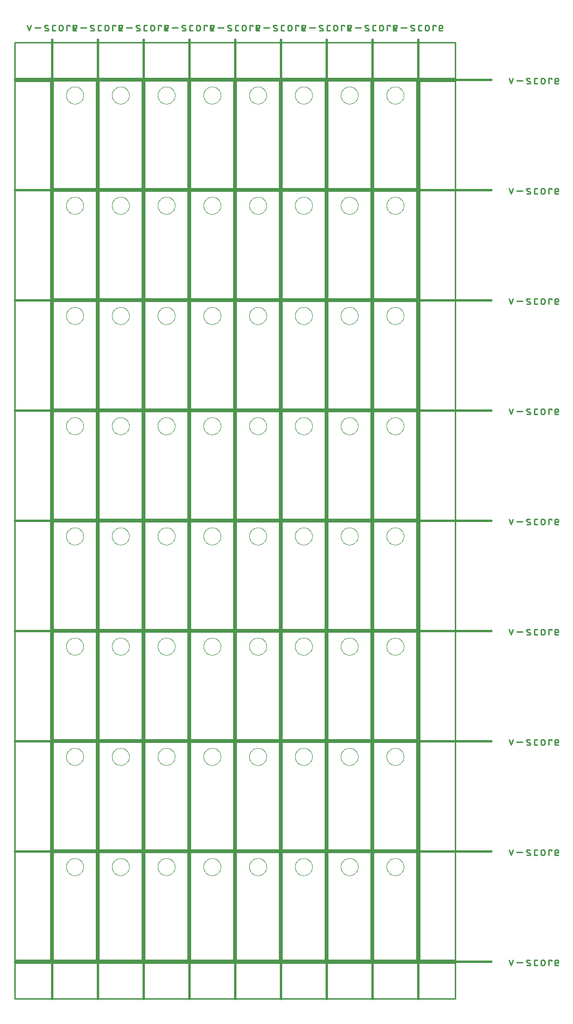
<source format=gko>
G04 EAGLE Gerber RS-274X export*
G75*
%MOMM*%
%FSLAX34Y34*%
%LPD*%
%IN*%
%IPPOS*%
%AMOC8*
5,1,8,0,0,1.08239X$1,22.5*%
G01*
%ADD10C,0.203200*%
%ADD11C,0.381000*%
%ADD12C,0.279400*%
%ADD13C,0.254000*%
%ADD14C,0.000000*%


D10*
X76200Y0D02*
X76200Y190500D01*
X0Y190500D01*
X0Y0D01*
X76200Y0D01*
X157480Y0D02*
X157480Y190500D01*
X81280Y190500D01*
X81280Y0D01*
X157480Y0D01*
X238760Y0D02*
X238760Y190500D01*
X162560Y190500D01*
X162560Y0D01*
X238760Y0D01*
X320040Y0D02*
X320040Y190500D01*
X243840Y190500D01*
X243840Y0D01*
X320040Y0D01*
X401320Y0D02*
X401320Y190500D01*
X325120Y190500D01*
X325120Y0D01*
X401320Y0D01*
X482600Y0D02*
X482600Y190500D01*
X406400Y190500D01*
X406400Y0D01*
X482600Y0D01*
X563880Y0D02*
X563880Y190500D01*
X487680Y190500D01*
X487680Y0D01*
X563880Y0D01*
X645160Y0D02*
X645160Y190500D01*
X568960Y190500D01*
X568960Y0D01*
X645160Y0D01*
X76200Y195580D02*
X76200Y386080D01*
X0Y386080D01*
X0Y195580D01*
X76200Y195580D01*
X157480Y195580D02*
X157480Y386080D01*
X81280Y386080D01*
X81280Y195580D01*
X157480Y195580D01*
X238760Y195580D02*
X238760Y386080D01*
X162560Y386080D01*
X162560Y195580D01*
X238760Y195580D01*
X320040Y195580D02*
X320040Y386080D01*
X243840Y386080D01*
X243840Y195580D01*
X320040Y195580D01*
X401320Y195580D02*
X401320Y386080D01*
X325120Y386080D01*
X325120Y195580D01*
X401320Y195580D01*
X482600Y195580D02*
X482600Y386080D01*
X406400Y386080D01*
X406400Y195580D01*
X482600Y195580D01*
X563880Y195580D02*
X563880Y386080D01*
X487680Y386080D01*
X487680Y195580D01*
X563880Y195580D01*
X645160Y195580D02*
X645160Y386080D01*
X568960Y386080D01*
X568960Y195580D01*
X645160Y195580D01*
X76200Y391160D02*
X76200Y581660D01*
X0Y581660D01*
X0Y391160D01*
X76200Y391160D01*
X157480Y391160D02*
X157480Y581660D01*
X81280Y581660D01*
X81280Y391160D01*
X157480Y391160D01*
X238760Y391160D02*
X238760Y581660D01*
X162560Y581660D01*
X162560Y391160D01*
X238760Y391160D01*
X320040Y391160D02*
X320040Y581660D01*
X243840Y581660D01*
X243840Y391160D01*
X320040Y391160D01*
X401320Y391160D02*
X401320Y581660D01*
X325120Y581660D01*
X325120Y391160D01*
X401320Y391160D01*
X482600Y391160D02*
X482600Y581660D01*
X406400Y581660D01*
X406400Y391160D01*
X482600Y391160D01*
X563880Y391160D02*
X563880Y581660D01*
X487680Y581660D01*
X487680Y391160D01*
X563880Y391160D01*
X645160Y391160D02*
X645160Y581660D01*
X568960Y581660D01*
X568960Y391160D01*
X645160Y391160D01*
X76200Y586740D02*
X76200Y777240D01*
X0Y777240D01*
X0Y586740D01*
X76200Y586740D01*
X157480Y586740D02*
X157480Y777240D01*
X81280Y777240D01*
X81280Y586740D01*
X157480Y586740D01*
X238760Y586740D02*
X238760Y777240D01*
X162560Y777240D01*
X162560Y586740D01*
X238760Y586740D01*
X320040Y586740D02*
X320040Y777240D01*
X243840Y777240D01*
X243840Y586740D01*
X320040Y586740D01*
X401320Y586740D02*
X401320Y777240D01*
X325120Y777240D01*
X325120Y586740D01*
X401320Y586740D01*
X482600Y586740D02*
X482600Y777240D01*
X406400Y777240D01*
X406400Y586740D01*
X482600Y586740D01*
X563880Y586740D02*
X563880Y777240D01*
X487680Y777240D01*
X487680Y586740D01*
X563880Y586740D01*
X645160Y586740D02*
X645160Y777240D01*
X568960Y777240D01*
X568960Y586740D01*
X645160Y586740D01*
X76200Y782320D02*
X76200Y972820D01*
X0Y972820D01*
X0Y782320D01*
X76200Y782320D01*
X157480Y782320D02*
X157480Y972820D01*
X81280Y972820D01*
X81280Y782320D01*
X157480Y782320D01*
X238760Y782320D02*
X238760Y972820D01*
X162560Y972820D01*
X162560Y782320D01*
X238760Y782320D01*
X320040Y782320D02*
X320040Y972820D01*
X243840Y972820D01*
X243840Y782320D01*
X320040Y782320D01*
X401320Y782320D02*
X401320Y972820D01*
X325120Y972820D01*
X325120Y782320D01*
X401320Y782320D01*
X482600Y782320D02*
X482600Y972820D01*
X406400Y972820D01*
X406400Y782320D01*
X482600Y782320D01*
X563880Y782320D02*
X563880Y972820D01*
X487680Y972820D01*
X487680Y782320D01*
X563880Y782320D01*
X645160Y782320D02*
X645160Y972820D01*
X568960Y972820D01*
X568960Y782320D01*
X645160Y782320D01*
X76200Y977900D02*
X76200Y1168400D01*
X0Y1168400D01*
X0Y977900D01*
X76200Y977900D01*
X157480Y977900D02*
X157480Y1168400D01*
X81280Y1168400D01*
X81280Y977900D01*
X157480Y977900D01*
X238760Y977900D02*
X238760Y1168400D01*
X162560Y1168400D01*
X162560Y977900D01*
X238760Y977900D01*
X320040Y977900D02*
X320040Y1168400D01*
X243840Y1168400D01*
X243840Y977900D01*
X320040Y977900D01*
X401320Y977900D02*
X401320Y1168400D01*
X325120Y1168400D01*
X325120Y977900D01*
X401320Y977900D01*
X482600Y977900D02*
X482600Y1168400D01*
X406400Y1168400D01*
X406400Y977900D01*
X482600Y977900D01*
X563880Y977900D02*
X563880Y1168400D01*
X487680Y1168400D01*
X487680Y977900D01*
X563880Y977900D01*
X645160Y977900D02*
X645160Y1168400D01*
X568960Y1168400D01*
X568960Y977900D01*
X645160Y977900D01*
X76200Y1173480D02*
X76200Y1363980D01*
X0Y1363980D01*
X0Y1173480D01*
X76200Y1173480D01*
X157480Y1173480D02*
X157480Y1363980D01*
X81280Y1363980D01*
X81280Y1173480D01*
X157480Y1173480D01*
X238760Y1173480D02*
X238760Y1363980D01*
X162560Y1363980D01*
X162560Y1173480D01*
X238760Y1173480D01*
X320040Y1173480D02*
X320040Y1363980D01*
X243840Y1363980D01*
X243840Y1173480D01*
X320040Y1173480D01*
X401320Y1173480D02*
X401320Y1363980D01*
X325120Y1363980D01*
X325120Y1173480D01*
X401320Y1173480D01*
X482600Y1173480D02*
X482600Y1363980D01*
X406400Y1363980D01*
X406400Y1173480D01*
X482600Y1173480D01*
X563880Y1173480D02*
X563880Y1363980D01*
X487680Y1363980D01*
X487680Y1173480D01*
X563880Y1173480D01*
X645160Y1173480D02*
X645160Y1363980D01*
X568960Y1363980D01*
X568960Y1173480D01*
X645160Y1173480D01*
X76200Y1369060D02*
X76200Y1559560D01*
X0Y1559560D01*
X0Y1369060D01*
X76200Y1369060D01*
X157480Y1369060D02*
X157480Y1559560D01*
X81280Y1559560D01*
X81280Y1369060D01*
X157480Y1369060D01*
X238760Y1369060D02*
X238760Y1559560D01*
X162560Y1559560D01*
X162560Y1369060D01*
X238760Y1369060D01*
X320040Y1369060D02*
X320040Y1559560D01*
X243840Y1559560D01*
X243840Y1369060D01*
X320040Y1369060D01*
X401320Y1369060D02*
X401320Y1559560D01*
X325120Y1559560D01*
X325120Y1369060D01*
X401320Y1369060D01*
X482600Y1369060D02*
X482600Y1559560D01*
X406400Y1559560D01*
X406400Y1369060D01*
X482600Y1369060D01*
X563880Y1369060D02*
X563880Y1559560D01*
X487680Y1559560D01*
X487680Y1369060D01*
X563880Y1369060D01*
X645160Y1369060D02*
X645160Y1559560D01*
X568960Y1559560D01*
X568960Y1369060D01*
X645160Y1369060D01*
D11*
X-2540Y1633220D02*
X-2540Y-68580D01*
D12*
X-42921Y1648587D02*
X-46251Y1658578D01*
X-39590Y1658578D02*
X-42921Y1648587D01*
X-32806Y1654415D02*
X-22815Y1654415D01*
X-14261Y1654415D02*
X-10098Y1652750D01*
X-14261Y1654414D02*
X-14346Y1654450D01*
X-14429Y1654490D01*
X-14510Y1654533D01*
X-14590Y1654580D01*
X-14667Y1654630D01*
X-14743Y1654683D01*
X-14816Y1654739D01*
X-14886Y1654799D01*
X-14954Y1654861D01*
X-15019Y1654926D01*
X-15081Y1654994D01*
X-15141Y1655065D01*
X-15197Y1655138D01*
X-15250Y1655213D01*
X-15300Y1655291D01*
X-15346Y1655370D01*
X-15389Y1655452D01*
X-15429Y1655535D01*
X-15465Y1655620D01*
X-15497Y1655706D01*
X-15526Y1655794D01*
X-15550Y1655883D01*
X-15571Y1655973D01*
X-15588Y1656063D01*
X-15602Y1656154D01*
X-15611Y1656246D01*
X-15616Y1656338D01*
X-15618Y1656430D01*
X-15616Y1656522D01*
X-15609Y1656614D01*
X-15599Y1656706D01*
X-15585Y1656797D01*
X-15567Y1656888D01*
X-15545Y1656977D01*
X-15519Y1657066D01*
X-15489Y1657153D01*
X-15456Y1657239D01*
X-15419Y1657323D01*
X-15379Y1657406D01*
X-15335Y1657487D01*
X-15288Y1657566D01*
X-15237Y1657643D01*
X-15183Y1657718D01*
X-15126Y1657791D01*
X-15066Y1657861D01*
X-15003Y1657928D01*
X-14937Y1657992D01*
X-14869Y1658054D01*
X-14798Y1658113D01*
X-14724Y1658168D01*
X-14648Y1658221D01*
X-14570Y1658270D01*
X-14490Y1658316D01*
X-14409Y1658358D01*
X-14325Y1658397D01*
X-14240Y1658432D01*
X-14153Y1658463D01*
X-14065Y1658491D01*
X-13976Y1658515D01*
X-13886Y1658535D01*
X-13796Y1658552D01*
X-13704Y1658564D01*
X-13612Y1658573D01*
X-13520Y1658577D01*
X-13428Y1658578D01*
X-13201Y1658572D01*
X-12974Y1658561D01*
X-12747Y1658544D01*
X-12521Y1658521D01*
X-12295Y1658494D01*
X-12070Y1658460D01*
X-11846Y1658422D01*
X-11623Y1658378D01*
X-11401Y1658329D01*
X-11180Y1658274D01*
X-10961Y1658214D01*
X-10743Y1658149D01*
X-10527Y1658078D01*
X-10313Y1658003D01*
X-10100Y1657922D01*
X-9890Y1657836D01*
X-9681Y1657745D01*
X-10098Y1652750D02*
X-10013Y1652714D01*
X-9930Y1652674D01*
X-9849Y1652631D01*
X-9769Y1652584D01*
X-9692Y1652534D01*
X-9616Y1652481D01*
X-9543Y1652425D01*
X-9473Y1652365D01*
X-9405Y1652303D01*
X-9340Y1652238D01*
X-9278Y1652170D01*
X-9218Y1652099D01*
X-9162Y1652026D01*
X-9109Y1651951D01*
X-9059Y1651873D01*
X-9013Y1651794D01*
X-8970Y1651712D01*
X-8930Y1651629D01*
X-8894Y1651544D01*
X-8862Y1651458D01*
X-8833Y1651370D01*
X-8809Y1651281D01*
X-8788Y1651191D01*
X-8771Y1651101D01*
X-8757Y1651010D01*
X-8748Y1650918D01*
X-8743Y1650826D01*
X-8741Y1650734D01*
X-8743Y1650642D01*
X-8750Y1650550D01*
X-8760Y1650458D01*
X-8774Y1650367D01*
X-8792Y1650276D01*
X-8814Y1650187D01*
X-8840Y1650098D01*
X-8870Y1650011D01*
X-8903Y1649925D01*
X-8940Y1649841D01*
X-8980Y1649758D01*
X-9024Y1649677D01*
X-9071Y1649598D01*
X-9122Y1649521D01*
X-9176Y1649446D01*
X-9233Y1649373D01*
X-9293Y1649303D01*
X-9356Y1649236D01*
X-9422Y1649172D01*
X-9490Y1649110D01*
X-9561Y1649051D01*
X-9635Y1648996D01*
X-9711Y1648943D01*
X-9789Y1648894D01*
X-9869Y1648848D01*
X-9950Y1648806D01*
X-10034Y1648767D01*
X-10119Y1648732D01*
X-10206Y1648701D01*
X-10294Y1648673D01*
X-10383Y1648649D01*
X-10473Y1648629D01*
X-10563Y1648612D01*
X-10655Y1648600D01*
X-10747Y1648591D01*
X-10839Y1648587D01*
X-10931Y1648586D01*
X-10931Y1648587D02*
X-11265Y1648596D01*
X-11598Y1648613D01*
X-11931Y1648637D01*
X-12264Y1648670D01*
X-12595Y1648710D01*
X-12926Y1648758D01*
X-13255Y1648814D01*
X-13583Y1648877D01*
X-13909Y1648949D01*
X-14233Y1649028D01*
X-14556Y1649114D01*
X-14876Y1649209D01*
X-15194Y1649311D01*
X-15510Y1649420D01*
X562Y1648587D02*
X3892Y1648587D01*
X562Y1648587D02*
X464Y1648589D01*
X366Y1648595D01*
X268Y1648604D01*
X171Y1648618D01*
X75Y1648635D01*
X-21Y1648656D01*
X-116Y1648681D01*
X-210Y1648709D01*
X-303Y1648741D01*
X-394Y1648777D01*
X-484Y1648816D01*
X-572Y1648859D01*
X-659Y1648906D01*
X-743Y1648955D01*
X-826Y1649008D01*
X-906Y1649064D01*
X-985Y1649123D01*
X-1060Y1649186D01*
X-1134Y1649251D01*
X-1204Y1649319D01*
X-1272Y1649389D01*
X-1338Y1649463D01*
X-1400Y1649539D01*
X-1459Y1649617D01*
X-1515Y1649697D01*
X-1568Y1649780D01*
X-1618Y1649864D01*
X-1664Y1649951D01*
X-1707Y1650039D01*
X-1746Y1650129D01*
X-1782Y1650220D01*
X-1814Y1650313D01*
X-1842Y1650407D01*
X-1867Y1650502D01*
X-1888Y1650598D01*
X-1905Y1650694D01*
X-1919Y1650791D01*
X-1928Y1650889D01*
X-1934Y1650987D01*
X-1936Y1651085D01*
X-1936Y1656080D01*
X-1934Y1656178D01*
X-1928Y1656276D01*
X-1919Y1656374D01*
X-1905Y1656471D01*
X-1888Y1656567D01*
X-1867Y1656663D01*
X-1842Y1656758D01*
X-1814Y1656852D01*
X-1782Y1656945D01*
X-1746Y1657036D01*
X-1707Y1657126D01*
X-1664Y1657214D01*
X-1617Y1657301D01*
X-1568Y1657385D01*
X-1515Y1657468D01*
X-1459Y1657548D01*
X-1400Y1657626D01*
X-1337Y1657702D01*
X-1272Y1657776D01*
X-1204Y1657846D01*
X-1134Y1657914D01*
X-1060Y1657979D01*
X-984Y1658042D01*
X-906Y1658101D01*
X-826Y1658157D01*
X-743Y1658210D01*
X-659Y1658259D01*
X-572Y1658306D01*
X-484Y1658349D01*
X-394Y1658388D01*
X-303Y1658424D01*
X-210Y1658456D01*
X-116Y1658484D01*
X-21Y1658509D01*
X75Y1658530D01*
X171Y1658547D01*
X268Y1658561D01*
X366Y1658570D01*
X464Y1658576D01*
X562Y1658578D01*
X3892Y1658578D01*
X10022Y1655247D02*
X10022Y1651917D01*
X10022Y1655247D02*
X10024Y1655361D01*
X10030Y1655474D01*
X10039Y1655588D01*
X10053Y1655700D01*
X10070Y1655813D01*
X10092Y1655925D01*
X10117Y1656035D01*
X10145Y1656145D01*
X10178Y1656254D01*
X10214Y1656362D01*
X10254Y1656469D01*
X10298Y1656574D01*
X10345Y1656677D01*
X10395Y1656779D01*
X10449Y1656879D01*
X10507Y1656977D01*
X10568Y1657073D01*
X10631Y1657167D01*
X10699Y1657259D01*
X10769Y1657349D01*
X10842Y1657435D01*
X10918Y1657520D01*
X10997Y1657602D01*
X11079Y1657681D01*
X11164Y1657757D01*
X11250Y1657830D01*
X11340Y1657900D01*
X11432Y1657968D01*
X11526Y1658031D01*
X11622Y1658092D01*
X11720Y1658150D01*
X11820Y1658204D01*
X11922Y1658254D01*
X12025Y1658301D01*
X12130Y1658345D01*
X12237Y1658385D01*
X12345Y1658421D01*
X12454Y1658454D01*
X12564Y1658482D01*
X12674Y1658507D01*
X12786Y1658529D01*
X12899Y1658546D01*
X13011Y1658560D01*
X13125Y1658569D01*
X13238Y1658575D01*
X13352Y1658577D01*
X13466Y1658575D01*
X13579Y1658569D01*
X13693Y1658560D01*
X13805Y1658546D01*
X13918Y1658529D01*
X14030Y1658507D01*
X14140Y1658482D01*
X14250Y1658454D01*
X14359Y1658421D01*
X14467Y1658385D01*
X14574Y1658345D01*
X14679Y1658301D01*
X14782Y1658254D01*
X14884Y1658204D01*
X14984Y1658150D01*
X15082Y1658092D01*
X15178Y1658031D01*
X15272Y1657968D01*
X15364Y1657900D01*
X15454Y1657830D01*
X15540Y1657757D01*
X15625Y1657681D01*
X15707Y1657602D01*
X15786Y1657520D01*
X15862Y1657435D01*
X15935Y1657349D01*
X16005Y1657259D01*
X16073Y1657167D01*
X16136Y1657073D01*
X16197Y1656977D01*
X16255Y1656879D01*
X16309Y1656779D01*
X16359Y1656677D01*
X16406Y1656574D01*
X16450Y1656469D01*
X16490Y1656362D01*
X16526Y1656254D01*
X16559Y1656145D01*
X16587Y1656035D01*
X16612Y1655925D01*
X16634Y1655813D01*
X16651Y1655700D01*
X16665Y1655588D01*
X16674Y1655474D01*
X16680Y1655361D01*
X16682Y1655247D01*
X16682Y1651917D01*
X16680Y1651803D01*
X16674Y1651690D01*
X16665Y1651576D01*
X16651Y1651464D01*
X16634Y1651351D01*
X16612Y1651239D01*
X16587Y1651129D01*
X16559Y1651019D01*
X16526Y1650910D01*
X16490Y1650802D01*
X16450Y1650695D01*
X16406Y1650590D01*
X16359Y1650487D01*
X16309Y1650385D01*
X16255Y1650285D01*
X16197Y1650187D01*
X16136Y1650091D01*
X16073Y1649997D01*
X16005Y1649905D01*
X15935Y1649815D01*
X15862Y1649729D01*
X15786Y1649644D01*
X15707Y1649562D01*
X15625Y1649483D01*
X15540Y1649407D01*
X15454Y1649334D01*
X15364Y1649264D01*
X15272Y1649196D01*
X15178Y1649133D01*
X15082Y1649072D01*
X14984Y1649014D01*
X14884Y1648960D01*
X14782Y1648910D01*
X14679Y1648863D01*
X14574Y1648819D01*
X14467Y1648779D01*
X14359Y1648743D01*
X14250Y1648710D01*
X14140Y1648682D01*
X14030Y1648657D01*
X13918Y1648635D01*
X13805Y1648618D01*
X13693Y1648604D01*
X13579Y1648595D01*
X13466Y1648589D01*
X13352Y1648587D01*
X13238Y1648589D01*
X13125Y1648595D01*
X13011Y1648604D01*
X12899Y1648618D01*
X12786Y1648635D01*
X12674Y1648657D01*
X12564Y1648682D01*
X12454Y1648710D01*
X12345Y1648743D01*
X12237Y1648779D01*
X12130Y1648819D01*
X12025Y1648863D01*
X11922Y1648910D01*
X11820Y1648960D01*
X11720Y1649014D01*
X11622Y1649072D01*
X11526Y1649133D01*
X11432Y1649196D01*
X11340Y1649264D01*
X11250Y1649334D01*
X11164Y1649407D01*
X11079Y1649483D01*
X10997Y1649562D01*
X10918Y1649644D01*
X10842Y1649729D01*
X10769Y1649815D01*
X10699Y1649905D01*
X10631Y1649997D01*
X10568Y1650091D01*
X10507Y1650187D01*
X10449Y1650285D01*
X10395Y1650385D01*
X10345Y1650487D01*
X10298Y1650590D01*
X10254Y1650695D01*
X10214Y1650802D01*
X10178Y1650910D01*
X10145Y1651019D01*
X10117Y1651129D01*
X10092Y1651239D01*
X10070Y1651351D01*
X10053Y1651464D01*
X10039Y1651576D01*
X10030Y1651690D01*
X10024Y1651803D01*
X10022Y1651917D01*
X24218Y1648587D02*
X24218Y1658578D01*
X29213Y1658578D01*
X29213Y1656913D01*
X37008Y1648587D02*
X41171Y1648587D01*
X37008Y1648587D02*
X36910Y1648589D01*
X36812Y1648595D01*
X36714Y1648604D01*
X36617Y1648618D01*
X36521Y1648635D01*
X36425Y1648656D01*
X36330Y1648681D01*
X36236Y1648709D01*
X36143Y1648741D01*
X36052Y1648777D01*
X35962Y1648816D01*
X35874Y1648859D01*
X35787Y1648906D01*
X35703Y1648955D01*
X35620Y1649008D01*
X35540Y1649064D01*
X35462Y1649123D01*
X35386Y1649186D01*
X35312Y1649251D01*
X35242Y1649319D01*
X35174Y1649389D01*
X35109Y1649463D01*
X35046Y1649539D01*
X34987Y1649617D01*
X34931Y1649697D01*
X34878Y1649780D01*
X34829Y1649864D01*
X34782Y1649951D01*
X34739Y1650039D01*
X34700Y1650129D01*
X34664Y1650220D01*
X34632Y1650313D01*
X34604Y1650407D01*
X34579Y1650502D01*
X34558Y1650598D01*
X34541Y1650694D01*
X34527Y1650791D01*
X34518Y1650889D01*
X34512Y1650987D01*
X34510Y1651085D01*
X34510Y1655247D01*
X34511Y1655247D02*
X34513Y1655361D01*
X34519Y1655474D01*
X34528Y1655588D01*
X34542Y1655700D01*
X34559Y1655813D01*
X34581Y1655925D01*
X34606Y1656035D01*
X34634Y1656145D01*
X34667Y1656254D01*
X34703Y1656362D01*
X34743Y1656469D01*
X34787Y1656574D01*
X34834Y1656677D01*
X34884Y1656779D01*
X34938Y1656879D01*
X34996Y1656977D01*
X35057Y1657073D01*
X35120Y1657167D01*
X35188Y1657259D01*
X35258Y1657349D01*
X35331Y1657435D01*
X35407Y1657520D01*
X35486Y1657602D01*
X35568Y1657681D01*
X35653Y1657757D01*
X35739Y1657830D01*
X35829Y1657900D01*
X35921Y1657968D01*
X36015Y1658031D01*
X36111Y1658092D01*
X36209Y1658150D01*
X36309Y1658204D01*
X36411Y1658254D01*
X36514Y1658301D01*
X36619Y1658345D01*
X36726Y1658385D01*
X36834Y1658421D01*
X36943Y1658454D01*
X37053Y1658482D01*
X37163Y1658507D01*
X37275Y1658529D01*
X37388Y1658546D01*
X37500Y1658560D01*
X37614Y1658569D01*
X37727Y1658575D01*
X37841Y1658577D01*
X37955Y1658575D01*
X38068Y1658569D01*
X38182Y1658560D01*
X38294Y1658546D01*
X38407Y1658529D01*
X38519Y1658507D01*
X38629Y1658482D01*
X38739Y1658454D01*
X38848Y1658421D01*
X38956Y1658385D01*
X39063Y1658345D01*
X39168Y1658301D01*
X39271Y1658254D01*
X39373Y1658204D01*
X39473Y1658150D01*
X39571Y1658092D01*
X39667Y1658031D01*
X39761Y1657968D01*
X39853Y1657900D01*
X39943Y1657830D01*
X40029Y1657757D01*
X40114Y1657681D01*
X40196Y1657602D01*
X40275Y1657520D01*
X40351Y1657435D01*
X40424Y1657349D01*
X40494Y1657259D01*
X40562Y1657167D01*
X40625Y1657073D01*
X40686Y1656977D01*
X40744Y1656879D01*
X40798Y1656779D01*
X40848Y1656677D01*
X40895Y1656574D01*
X40939Y1656469D01*
X40979Y1656362D01*
X41015Y1656254D01*
X41048Y1656145D01*
X41076Y1656035D01*
X41101Y1655925D01*
X41123Y1655813D01*
X41140Y1655700D01*
X41154Y1655588D01*
X41163Y1655474D01*
X41169Y1655361D01*
X41171Y1655247D01*
X41171Y1653582D01*
X34510Y1653582D01*
D11*
X78740Y1633220D02*
X78740Y-68580D01*
D12*
X38359Y1648587D02*
X35029Y1658578D01*
X41690Y1658578D02*
X38359Y1648587D01*
X48474Y1654415D02*
X58465Y1654415D01*
X67019Y1654415D02*
X71182Y1652750D01*
X67019Y1654414D02*
X66934Y1654450D01*
X66851Y1654490D01*
X66770Y1654533D01*
X66690Y1654580D01*
X66613Y1654630D01*
X66537Y1654683D01*
X66464Y1654739D01*
X66394Y1654799D01*
X66326Y1654861D01*
X66261Y1654926D01*
X66199Y1654994D01*
X66139Y1655065D01*
X66083Y1655138D01*
X66030Y1655213D01*
X65980Y1655291D01*
X65934Y1655370D01*
X65891Y1655452D01*
X65851Y1655535D01*
X65815Y1655620D01*
X65783Y1655706D01*
X65754Y1655794D01*
X65730Y1655883D01*
X65709Y1655973D01*
X65692Y1656063D01*
X65678Y1656154D01*
X65669Y1656246D01*
X65664Y1656338D01*
X65662Y1656430D01*
X65664Y1656522D01*
X65671Y1656614D01*
X65681Y1656706D01*
X65695Y1656797D01*
X65713Y1656888D01*
X65735Y1656977D01*
X65761Y1657066D01*
X65791Y1657153D01*
X65824Y1657239D01*
X65861Y1657323D01*
X65901Y1657406D01*
X65945Y1657487D01*
X65992Y1657566D01*
X66043Y1657643D01*
X66097Y1657718D01*
X66154Y1657791D01*
X66214Y1657861D01*
X66277Y1657928D01*
X66343Y1657992D01*
X66411Y1658054D01*
X66482Y1658113D01*
X66556Y1658168D01*
X66632Y1658221D01*
X66710Y1658270D01*
X66790Y1658316D01*
X66871Y1658358D01*
X66955Y1658397D01*
X67040Y1658432D01*
X67127Y1658463D01*
X67215Y1658491D01*
X67304Y1658515D01*
X67394Y1658535D01*
X67484Y1658552D01*
X67576Y1658564D01*
X67668Y1658573D01*
X67760Y1658577D01*
X67852Y1658578D01*
X68079Y1658572D01*
X68306Y1658561D01*
X68533Y1658544D01*
X68759Y1658521D01*
X68985Y1658494D01*
X69210Y1658460D01*
X69434Y1658422D01*
X69657Y1658378D01*
X69879Y1658329D01*
X70100Y1658274D01*
X70319Y1658214D01*
X70537Y1658149D01*
X70753Y1658078D01*
X70967Y1658003D01*
X71180Y1657922D01*
X71390Y1657836D01*
X71599Y1657745D01*
X71182Y1652750D02*
X71267Y1652714D01*
X71350Y1652674D01*
X71431Y1652631D01*
X71511Y1652584D01*
X71588Y1652534D01*
X71664Y1652481D01*
X71737Y1652425D01*
X71807Y1652365D01*
X71875Y1652303D01*
X71940Y1652238D01*
X72002Y1652170D01*
X72062Y1652099D01*
X72118Y1652026D01*
X72171Y1651951D01*
X72221Y1651873D01*
X72267Y1651794D01*
X72310Y1651712D01*
X72350Y1651629D01*
X72386Y1651544D01*
X72418Y1651458D01*
X72447Y1651370D01*
X72471Y1651281D01*
X72492Y1651191D01*
X72509Y1651101D01*
X72523Y1651010D01*
X72532Y1650918D01*
X72537Y1650826D01*
X72539Y1650734D01*
X72537Y1650642D01*
X72530Y1650550D01*
X72520Y1650458D01*
X72506Y1650367D01*
X72488Y1650276D01*
X72466Y1650187D01*
X72440Y1650098D01*
X72410Y1650011D01*
X72377Y1649925D01*
X72340Y1649841D01*
X72300Y1649758D01*
X72256Y1649677D01*
X72209Y1649598D01*
X72158Y1649521D01*
X72104Y1649446D01*
X72047Y1649373D01*
X71987Y1649303D01*
X71924Y1649236D01*
X71858Y1649172D01*
X71790Y1649110D01*
X71719Y1649051D01*
X71645Y1648996D01*
X71569Y1648943D01*
X71491Y1648894D01*
X71411Y1648848D01*
X71330Y1648806D01*
X71246Y1648767D01*
X71161Y1648732D01*
X71074Y1648701D01*
X70986Y1648673D01*
X70897Y1648649D01*
X70807Y1648629D01*
X70717Y1648612D01*
X70625Y1648600D01*
X70533Y1648591D01*
X70441Y1648587D01*
X70349Y1648586D01*
X70349Y1648587D02*
X70015Y1648596D01*
X69682Y1648613D01*
X69349Y1648637D01*
X69016Y1648670D01*
X68685Y1648710D01*
X68354Y1648758D01*
X68025Y1648814D01*
X67697Y1648877D01*
X67371Y1648949D01*
X67047Y1649028D01*
X66724Y1649114D01*
X66404Y1649209D01*
X66086Y1649311D01*
X65770Y1649420D01*
X81842Y1648587D02*
X85172Y1648587D01*
X81842Y1648587D02*
X81744Y1648589D01*
X81646Y1648595D01*
X81548Y1648604D01*
X81451Y1648618D01*
X81355Y1648635D01*
X81259Y1648656D01*
X81164Y1648681D01*
X81070Y1648709D01*
X80977Y1648741D01*
X80886Y1648777D01*
X80796Y1648816D01*
X80708Y1648859D01*
X80621Y1648906D01*
X80537Y1648955D01*
X80454Y1649008D01*
X80374Y1649064D01*
X80296Y1649123D01*
X80220Y1649186D01*
X80146Y1649251D01*
X80076Y1649319D01*
X80008Y1649389D01*
X79943Y1649463D01*
X79880Y1649539D01*
X79821Y1649617D01*
X79765Y1649697D01*
X79712Y1649780D01*
X79663Y1649864D01*
X79616Y1649951D01*
X79573Y1650039D01*
X79534Y1650129D01*
X79498Y1650220D01*
X79466Y1650313D01*
X79438Y1650407D01*
X79413Y1650502D01*
X79392Y1650598D01*
X79375Y1650694D01*
X79361Y1650791D01*
X79352Y1650889D01*
X79346Y1650987D01*
X79344Y1651085D01*
X79344Y1656080D01*
X79346Y1656178D01*
X79352Y1656276D01*
X79361Y1656374D01*
X79375Y1656471D01*
X79392Y1656567D01*
X79413Y1656663D01*
X79438Y1656758D01*
X79466Y1656852D01*
X79498Y1656945D01*
X79534Y1657036D01*
X79573Y1657126D01*
X79616Y1657214D01*
X79663Y1657301D01*
X79712Y1657385D01*
X79765Y1657468D01*
X79821Y1657548D01*
X79880Y1657627D01*
X79943Y1657702D01*
X80008Y1657776D01*
X80076Y1657846D01*
X80146Y1657914D01*
X80220Y1657980D01*
X80296Y1658042D01*
X80374Y1658101D01*
X80454Y1658157D01*
X80537Y1658210D01*
X80621Y1658260D01*
X80708Y1658306D01*
X80796Y1658349D01*
X80886Y1658388D01*
X80977Y1658424D01*
X81070Y1658456D01*
X81164Y1658484D01*
X81259Y1658509D01*
X81355Y1658530D01*
X81451Y1658547D01*
X81548Y1658561D01*
X81646Y1658570D01*
X81744Y1658576D01*
X81842Y1658578D01*
X85172Y1658578D01*
X91302Y1655247D02*
X91302Y1651917D01*
X91302Y1655247D02*
X91304Y1655361D01*
X91310Y1655474D01*
X91319Y1655588D01*
X91333Y1655700D01*
X91350Y1655813D01*
X91372Y1655925D01*
X91397Y1656035D01*
X91425Y1656145D01*
X91458Y1656254D01*
X91494Y1656362D01*
X91534Y1656469D01*
X91578Y1656574D01*
X91625Y1656677D01*
X91675Y1656779D01*
X91729Y1656879D01*
X91787Y1656977D01*
X91848Y1657073D01*
X91911Y1657167D01*
X91979Y1657259D01*
X92049Y1657349D01*
X92122Y1657435D01*
X92198Y1657520D01*
X92277Y1657602D01*
X92359Y1657681D01*
X92444Y1657757D01*
X92530Y1657830D01*
X92620Y1657900D01*
X92712Y1657968D01*
X92806Y1658031D01*
X92902Y1658092D01*
X93000Y1658150D01*
X93100Y1658204D01*
X93202Y1658254D01*
X93305Y1658301D01*
X93410Y1658345D01*
X93517Y1658385D01*
X93625Y1658421D01*
X93734Y1658454D01*
X93844Y1658482D01*
X93954Y1658507D01*
X94066Y1658529D01*
X94179Y1658546D01*
X94291Y1658560D01*
X94405Y1658569D01*
X94518Y1658575D01*
X94632Y1658577D01*
X94746Y1658575D01*
X94859Y1658569D01*
X94973Y1658560D01*
X95085Y1658546D01*
X95198Y1658529D01*
X95310Y1658507D01*
X95420Y1658482D01*
X95530Y1658454D01*
X95639Y1658421D01*
X95747Y1658385D01*
X95854Y1658345D01*
X95959Y1658301D01*
X96062Y1658254D01*
X96164Y1658204D01*
X96264Y1658150D01*
X96362Y1658092D01*
X96458Y1658031D01*
X96552Y1657968D01*
X96644Y1657900D01*
X96734Y1657830D01*
X96820Y1657757D01*
X96905Y1657681D01*
X96987Y1657602D01*
X97066Y1657520D01*
X97142Y1657435D01*
X97215Y1657349D01*
X97285Y1657259D01*
X97353Y1657167D01*
X97416Y1657073D01*
X97477Y1656977D01*
X97535Y1656879D01*
X97589Y1656779D01*
X97639Y1656677D01*
X97686Y1656574D01*
X97730Y1656469D01*
X97770Y1656362D01*
X97806Y1656254D01*
X97839Y1656145D01*
X97867Y1656035D01*
X97892Y1655925D01*
X97914Y1655813D01*
X97931Y1655700D01*
X97945Y1655588D01*
X97954Y1655474D01*
X97960Y1655361D01*
X97962Y1655247D01*
X97962Y1651917D01*
X97960Y1651803D01*
X97954Y1651690D01*
X97945Y1651576D01*
X97931Y1651464D01*
X97914Y1651351D01*
X97892Y1651239D01*
X97867Y1651129D01*
X97839Y1651019D01*
X97806Y1650910D01*
X97770Y1650802D01*
X97730Y1650695D01*
X97686Y1650590D01*
X97639Y1650487D01*
X97589Y1650385D01*
X97535Y1650285D01*
X97477Y1650187D01*
X97416Y1650091D01*
X97353Y1649997D01*
X97285Y1649905D01*
X97215Y1649815D01*
X97142Y1649729D01*
X97066Y1649644D01*
X96987Y1649562D01*
X96905Y1649483D01*
X96820Y1649407D01*
X96734Y1649334D01*
X96644Y1649264D01*
X96552Y1649196D01*
X96458Y1649133D01*
X96362Y1649072D01*
X96264Y1649014D01*
X96164Y1648960D01*
X96062Y1648910D01*
X95959Y1648863D01*
X95854Y1648819D01*
X95747Y1648779D01*
X95639Y1648743D01*
X95530Y1648710D01*
X95420Y1648682D01*
X95310Y1648657D01*
X95198Y1648635D01*
X95085Y1648618D01*
X94973Y1648604D01*
X94859Y1648595D01*
X94746Y1648589D01*
X94632Y1648587D01*
X94518Y1648589D01*
X94405Y1648595D01*
X94291Y1648604D01*
X94179Y1648618D01*
X94066Y1648635D01*
X93954Y1648657D01*
X93844Y1648682D01*
X93734Y1648710D01*
X93625Y1648743D01*
X93517Y1648779D01*
X93410Y1648819D01*
X93305Y1648863D01*
X93202Y1648910D01*
X93100Y1648960D01*
X93000Y1649014D01*
X92902Y1649072D01*
X92806Y1649133D01*
X92712Y1649196D01*
X92620Y1649264D01*
X92530Y1649334D01*
X92444Y1649407D01*
X92359Y1649483D01*
X92277Y1649562D01*
X92198Y1649644D01*
X92122Y1649729D01*
X92049Y1649815D01*
X91979Y1649905D01*
X91911Y1649997D01*
X91848Y1650091D01*
X91787Y1650187D01*
X91729Y1650285D01*
X91675Y1650385D01*
X91625Y1650487D01*
X91578Y1650590D01*
X91534Y1650695D01*
X91494Y1650802D01*
X91458Y1650910D01*
X91425Y1651019D01*
X91397Y1651129D01*
X91372Y1651239D01*
X91350Y1651351D01*
X91333Y1651464D01*
X91319Y1651576D01*
X91310Y1651690D01*
X91304Y1651803D01*
X91302Y1651917D01*
X105498Y1648587D02*
X105498Y1658578D01*
X110493Y1658578D01*
X110493Y1656913D01*
X118288Y1648587D02*
X122451Y1648587D01*
X118288Y1648587D02*
X118190Y1648589D01*
X118092Y1648595D01*
X117994Y1648604D01*
X117897Y1648618D01*
X117801Y1648635D01*
X117705Y1648656D01*
X117610Y1648681D01*
X117516Y1648709D01*
X117423Y1648741D01*
X117332Y1648777D01*
X117242Y1648816D01*
X117154Y1648859D01*
X117067Y1648906D01*
X116983Y1648955D01*
X116900Y1649008D01*
X116820Y1649064D01*
X116742Y1649123D01*
X116666Y1649186D01*
X116592Y1649251D01*
X116522Y1649319D01*
X116454Y1649389D01*
X116389Y1649463D01*
X116326Y1649539D01*
X116267Y1649617D01*
X116211Y1649697D01*
X116158Y1649780D01*
X116109Y1649864D01*
X116062Y1649951D01*
X116019Y1650039D01*
X115980Y1650129D01*
X115944Y1650220D01*
X115912Y1650313D01*
X115884Y1650407D01*
X115859Y1650502D01*
X115838Y1650598D01*
X115821Y1650694D01*
X115807Y1650791D01*
X115798Y1650889D01*
X115792Y1650987D01*
X115790Y1651085D01*
X115790Y1655247D01*
X115791Y1655247D02*
X115793Y1655361D01*
X115799Y1655474D01*
X115808Y1655588D01*
X115822Y1655700D01*
X115839Y1655813D01*
X115861Y1655925D01*
X115886Y1656035D01*
X115914Y1656145D01*
X115947Y1656254D01*
X115983Y1656362D01*
X116023Y1656469D01*
X116067Y1656574D01*
X116114Y1656677D01*
X116164Y1656779D01*
X116218Y1656879D01*
X116276Y1656977D01*
X116337Y1657073D01*
X116400Y1657167D01*
X116468Y1657259D01*
X116538Y1657349D01*
X116611Y1657435D01*
X116687Y1657520D01*
X116766Y1657602D01*
X116848Y1657681D01*
X116933Y1657757D01*
X117019Y1657830D01*
X117109Y1657900D01*
X117201Y1657968D01*
X117295Y1658031D01*
X117391Y1658092D01*
X117489Y1658150D01*
X117589Y1658204D01*
X117691Y1658254D01*
X117794Y1658301D01*
X117899Y1658345D01*
X118006Y1658385D01*
X118114Y1658421D01*
X118223Y1658454D01*
X118333Y1658482D01*
X118443Y1658507D01*
X118555Y1658529D01*
X118668Y1658546D01*
X118780Y1658560D01*
X118894Y1658569D01*
X119007Y1658575D01*
X119121Y1658577D01*
X119235Y1658575D01*
X119348Y1658569D01*
X119462Y1658560D01*
X119574Y1658546D01*
X119687Y1658529D01*
X119799Y1658507D01*
X119909Y1658482D01*
X120019Y1658454D01*
X120128Y1658421D01*
X120236Y1658385D01*
X120343Y1658345D01*
X120448Y1658301D01*
X120551Y1658254D01*
X120653Y1658204D01*
X120753Y1658150D01*
X120851Y1658092D01*
X120947Y1658031D01*
X121041Y1657968D01*
X121133Y1657900D01*
X121223Y1657830D01*
X121309Y1657757D01*
X121394Y1657681D01*
X121476Y1657602D01*
X121555Y1657520D01*
X121631Y1657435D01*
X121704Y1657349D01*
X121774Y1657259D01*
X121842Y1657167D01*
X121905Y1657073D01*
X121966Y1656977D01*
X122024Y1656879D01*
X122078Y1656779D01*
X122128Y1656677D01*
X122175Y1656574D01*
X122219Y1656469D01*
X122259Y1656362D01*
X122295Y1656254D01*
X122328Y1656145D01*
X122356Y1656035D01*
X122381Y1655925D01*
X122403Y1655813D01*
X122420Y1655700D01*
X122434Y1655588D01*
X122443Y1655474D01*
X122449Y1655361D01*
X122451Y1655247D01*
X122451Y1653582D01*
X115790Y1653582D01*
D11*
X160020Y1633220D02*
X160020Y-68580D01*
D12*
X119639Y1648587D02*
X116309Y1658578D01*
X122970Y1658578D02*
X119639Y1648587D01*
X129754Y1654415D02*
X139745Y1654415D01*
X148299Y1654415D02*
X152462Y1652750D01*
X148299Y1654414D02*
X148214Y1654450D01*
X148131Y1654490D01*
X148050Y1654533D01*
X147970Y1654580D01*
X147893Y1654630D01*
X147817Y1654683D01*
X147744Y1654739D01*
X147674Y1654799D01*
X147606Y1654861D01*
X147541Y1654926D01*
X147479Y1654994D01*
X147419Y1655065D01*
X147363Y1655138D01*
X147310Y1655213D01*
X147260Y1655291D01*
X147214Y1655370D01*
X147171Y1655452D01*
X147131Y1655535D01*
X147095Y1655620D01*
X147063Y1655706D01*
X147034Y1655794D01*
X147010Y1655883D01*
X146989Y1655973D01*
X146972Y1656063D01*
X146958Y1656154D01*
X146949Y1656246D01*
X146944Y1656338D01*
X146942Y1656430D01*
X146944Y1656522D01*
X146951Y1656614D01*
X146961Y1656706D01*
X146975Y1656797D01*
X146993Y1656888D01*
X147015Y1656977D01*
X147041Y1657066D01*
X147071Y1657153D01*
X147104Y1657239D01*
X147141Y1657323D01*
X147181Y1657406D01*
X147225Y1657487D01*
X147272Y1657566D01*
X147323Y1657643D01*
X147377Y1657718D01*
X147434Y1657791D01*
X147494Y1657861D01*
X147557Y1657928D01*
X147623Y1657992D01*
X147691Y1658054D01*
X147762Y1658113D01*
X147836Y1658168D01*
X147912Y1658221D01*
X147990Y1658270D01*
X148070Y1658316D01*
X148151Y1658358D01*
X148235Y1658397D01*
X148320Y1658432D01*
X148407Y1658463D01*
X148495Y1658491D01*
X148584Y1658515D01*
X148674Y1658535D01*
X148764Y1658552D01*
X148856Y1658564D01*
X148948Y1658573D01*
X149040Y1658577D01*
X149132Y1658578D01*
X149359Y1658572D01*
X149586Y1658561D01*
X149813Y1658544D01*
X150039Y1658521D01*
X150265Y1658494D01*
X150490Y1658460D01*
X150714Y1658422D01*
X150937Y1658378D01*
X151159Y1658329D01*
X151380Y1658274D01*
X151599Y1658214D01*
X151817Y1658149D01*
X152033Y1658078D01*
X152247Y1658003D01*
X152460Y1657922D01*
X152670Y1657836D01*
X152879Y1657745D01*
X152462Y1652750D02*
X152547Y1652714D01*
X152630Y1652674D01*
X152711Y1652631D01*
X152791Y1652584D01*
X152868Y1652534D01*
X152944Y1652481D01*
X153017Y1652425D01*
X153087Y1652365D01*
X153155Y1652303D01*
X153220Y1652238D01*
X153282Y1652170D01*
X153342Y1652099D01*
X153398Y1652026D01*
X153451Y1651951D01*
X153501Y1651873D01*
X153547Y1651794D01*
X153590Y1651712D01*
X153630Y1651629D01*
X153666Y1651544D01*
X153698Y1651458D01*
X153727Y1651370D01*
X153751Y1651281D01*
X153772Y1651191D01*
X153789Y1651101D01*
X153803Y1651010D01*
X153812Y1650918D01*
X153817Y1650826D01*
X153819Y1650734D01*
X153817Y1650642D01*
X153810Y1650550D01*
X153800Y1650458D01*
X153786Y1650367D01*
X153768Y1650276D01*
X153746Y1650187D01*
X153720Y1650098D01*
X153690Y1650011D01*
X153657Y1649925D01*
X153620Y1649841D01*
X153580Y1649758D01*
X153536Y1649677D01*
X153489Y1649598D01*
X153438Y1649521D01*
X153384Y1649446D01*
X153327Y1649373D01*
X153267Y1649303D01*
X153204Y1649236D01*
X153138Y1649172D01*
X153070Y1649110D01*
X152999Y1649051D01*
X152925Y1648996D01*
X152849Y1648943D01*
X152771Y1648894D01*
X152691Y1648848D01*
X152610Y1648806D01*
X152526Y1648767D01*
X152441Y1648732D01*
X152354Y1648701D01*
X152266Y1648673D01*
X152177Y1648649D01*
X152087Y1648629D01*
X151997Y1648612D01*
X151905Y1648600D01*
X151813Y1648591D01*
X151721Y1648587D01*
X151629Y1648586D01*
X151629Y1648587D02*
X151295Y1648596D01*
X150962Y1648613D01*
X150629Y1648637D01*
X150296Y1648670D01*
X149965Y1648710D01*
X149634Y1648758D01*
X149305Y1648814D01*
X148977Y1648877D01*
X148651Y1648949D01*
X148327Y1649028D01*
X148004Y1649114D01*
X147684Y1649209D01*
X147366Y1649311D01*
X147050Y1649420D01*
X163122Y1648587D02*
X166452Y1648587D01*
X163122Y1648587D02*
X163024Y1648589D01*
X162926Y1648595D01*
X162828Y1648604D01*
X162731Y1648618D01*
X162635Y1648635D01*
X162539Y1648656D01*
X162444Y1648681D01*
X162350Y1648709D01*
X162257Y1648741D01*
X162166Y1648777D01*
X162076Y1648816D01*
X161988Y1648859D01*
X161901Y1648906D01*
X161817Y1648955D01*
X161734Y1649008D01*
X161654Y1649064D01*
X161576Y1649123D01*
X161500Y1649186D01*
X161426Y1649251D01*
X161356Y1649319D01*
X161288Y1649389D01*
X161223Y1649463D01*
X161160Y1649539D01*
X161101Y1649617D01*
X161045Y1649697D01*
X160992Y1649780D01*
X160943Y1649864D01*
X160896Y1649951D01*
X160853Y1650039D01*
X160814Y1650129D01*
X160778Y1650220D01*
X160746Y1650313D01*
X160718Y1650407D01*
X160693Y1650502D01*
X160672Y1650598D01*
X160655Y1650694D01*
X160641Y1650791D01*
X160632Y1650889D01*
X160626Y1650987D01*
X160624Y1651085D01*
X160624Y1656080D01*
X160626Y1656178D01*
X160632Y1656276D01*
X160641Y1656374D01*
X160655Y1656471D01*
X160672Y1656567D01*
X160693Y1656663D01*
X160718Y1656758D01*
X160746Y1656852D01*
X160778Y1656945D01*
X160814Y1657036D01*
X160853Y1657126D01*
X160896Y1657214D01*
X160943Y1657301D01*
X160992Y1657385D01*
X161045Y1657468D01*
X161101Y1657548D01*
X161160Y1657627D01*
X161223Y1657702D01*
X161288Y1657776D01*
X161356Y1657846D01*
X161426Y1657914D01*
X161500Y1657980D01*
X161576Y1658042D01*
X161654Y1658101D01*
X161734Y1658157D01*
X161817Y1658210D01*
X161901Y1658260D01*
X161988Y1658306D01*
X162076Y1658349D01*
X162166Y1658388D01*
X162257Y1658424D01*
X162350Y1658456D01*
X162444Y1658484D01*
X162539Y1658509D01*
X162635Y1658530D01*
X162731Y1658547D01*
X162828Y1658561D01*
X162926Y1658570D01*
X163024Y1658576D01*
X163122Y1658578D01*
X166452Y1658578D01*
X172582Y1655247D02*
X172582Y1651917D01*
X172582Y1655247D02*
X172584Y1655361D01*
X172590Y1655474D01*
X172599Y1655588D01*
X172613Y1655700D01*
X172630Y1655813D01*
X172652Y1655925D01*
X172677Y1656035D01*
X172705Y1656145D01*
X172738Y1656254D01*
X172774Y1656362D01*
X172814Y1656469D01*
X172858Y1656574D01*
X172905Y1656677D01*
X172955Y1656779D01*
X173009Y1656879D01*
X173067Y1656977D01*
X173128Y1657073D01*
X173191Y1657167D01*
X173259Y1657259D01*
X173329Y1657349D01*
X173402Y1657435D01*
X173478Y1657520D01*
X173557Y1657602D01*
X173639Y1657681D01*
X173724Y1657757D01*
X173810Y1657830D01*
X173900Y1657900D01*
X173992Y1657968D01*
X174086Y1658031D01*
X174182Y1658092D01*
X174280Y1658150D01*
X174380Y1658204D01*
X174482Y1658254D01*
X174585Y1658301D01*
X174690Y1658345D01*
X174797Y1658385D01*
X174905Y1658421D01*
X175014Y1658454D01*
X175124Y1658482D01*
X175234Y1658507D01*
X175346Y1658529D01*
X175459Y1658546D01*
X175571Y1658560D01*
X175685Y1658569D01*
X175798Y1658575D01*
X175912Y1658577D01*
X176026Y1658575D01*
X176139Y1658569D01*
X176253Y1658560D01*
X176365Y1658546D01*
X176478Y1658529D01*
X176590Y1658507D01*
X176700Y1658482D01*
X176810Y1658454D01*
X176919Y1658421D01*
X177027Y1658385D01*
X177134Y1658345D01*
X177239Y1658301D01*
X177342Y1658254D01*
X177444Y1658204D01*
X177544Y1658150D01*
X177642Y1658092D01*
X177738Y1658031D01*
X177832Y1657968D01*
X177924Y1657900D01*
X178014Y1657830D01*
X178100Y1657757D01*
X178185Y1657681D01*
X178267Y1657602D01*
X178346Y1657520D01*
X178422Y1657435D01*
X178495Y1657349D01*
X178565Y1657259D01*
X178633Y1657167D01*
X178696Y1657073D01*
X178757Y1656977D01*
X178815Y1656879D01*
X178869Y1656779D01*
X178919Y1656677D01*
X178966Y1656574D01*
X179010Y1656469D01*
X179050Y1656362D01*
X179086Y1656254D01*
X179119Y1656145D01*
X179147Y1656035D01*
X179172Y1655925D01*
X179194Y1655813D01*
X179211Y1655700D01*
X179225Y1655588D01*
X179234Y1655474D01*
X179240Y1655361D01*
X179242Y1655247D01*
X179242Y1651917D01*
X179240Y1651803D01*
X179234Y1651690D01*
X179225Y1651576D01*
X179211Y1651464D01*
X179194Y1651351D01*
X179172Y1651239D01*
X179147Y1651129D01*
X179119Y1651019D01*
X179086Y1650910D01*
X179050Y1650802D01*
X179010Y1650695D01*
X178966Y1650590D01*
X178919Y1650487D01*
X178869Y1650385D01*
X178815Y1650285D01*
X178757Y1650187D01*
X178696Y1650091D01*
X178633Y1649997D01*
X178565Y1649905D01*
X178495Y1649815D01*
X178422Y1649729D01*
X178346Y1649644D01*
X178267Y1649562D01*
X178185Y1649483D01*
X178100Y1649407D01*
X178014Y1649334D01*
X177924Y1649264D01*
X177832Y1649196D01*
X177738Y1649133D01*
X177642Y1649072D01*
X177544Y1649014D01*
X177444Y1648960D01*
X177342Y1648910D01*
X177239Y1648863D01*
X177134Y1648819D01*
X177027Y1648779D01*
X176919Y1648743D01*
X176810Y1648710D01*
X176700Y1648682D01*
X176590Y1648657D01*
X176478Y1648635D01*
X176365Y1648618D01*
X176253Y1648604D01*
X176139Y1648595D01*
X176026Y1648589D01*
X175912Y1648587D01*
X175798Y1648589D01*
X175685Y1648595D01*
X175571Y1648604D01*
X175459Y1648618D01*
X175346Y1648635D01*
X175234Y1648657D01*
X175124Y1648682D01*
X175014Y1648710D01*
X174905Y1648743D01*
X174797Y1648779D01*
X174690Y1648819D01*
X174585Y1648863D01*
X174482Y1648910D01*
X174380Y1648960D01*
X174280Y1649014D01*
X174182Y1649072D01*
X174086Y1649133D01*
X173992Y1649196D01*
X173900Y1649264D01*
X173810Y1649334D01*
X173724Y1649407D01*
X173639Y1649483D01*
X173557Y1649562D01*
X173478Y1649644D01*
X173402Y1649729D01*
X173329Y1649815D01*
X173259Y1649905D01*
X173191Y1649997D01*
X173128Y1650091D01*
X173067Y1650187D01*
X173009Y1650285D01*
X172955Y1650385D01*
X172905Y1650487D01*
X172858Y1650590D01*
X172814Y1650695D01*
X172774Y1650802D01*
X172738Y1650910D01*
X172705Y1651019D01*
X172677Y1651129D01*
X172652Y1651239D01*
X172630Y1651351D01*
X172613Y1651464D01*
X172599Y1651576D01*
X172590Y1651690D01*
X172584Y1651803D01*
X172582Y1651917D01*
X186778Y1648587D02*
X186778Y1658578D01*
X191773Y1658578D01*
X191773Y1656913D01*
X199568Y1648587D02*
X203731Y1648587D01*
X199568Y1648587D02*
X199470Y1648589D01*
X199372Y1648595D01*
X199274Y1648604D01*
X199177Y1648618D01*
X199081Y1648635D01*
X198985Y1648656D01*
X198890Y1648681D01*
X198796Y1648709D01*
X198703Y1648741D01*
X198612Y1648777D01*
X198522Y1648816D01*
X198434Y1648859D01*
X198347Y1648906D01*
X198263Y1648955D01*
X198180Y1649008D01*
X198100Y1649064D01*
X198022Y1649123D01*
X197946Y1649186D01*
X197872Y1649251D01*
X197802Y1649319D01*
X197734Y1649389D01*
X197669Y1649463D01*
X197606Y1649539D01*
X197547Y1649617D01*
X197491Y1649697D01*
X197438Y1649780D01*
X197389Y1649864D01*
X197342Y1649951D01*
X197299Y1650039D01*
X197260Y1650129D01*
X197224Y1650220D01*
X197192Y1650313D01*
X197164Y1650407D01*
X197139Y1650502D01*
X197118Y1650598D01*
X197101Y1650694D01*
X197087Y1650791D01*
X197078Y1650889D01*
X197072Y1650987D01*
X197070Y1651085D01*
X197070Y1655247D01*
X197071Y1655247D02*
X197073Y1655361D01*
X197079Y1655474D01*
X197088Y1655588D01*
X197102Y1655700D01*
X197119Y1655813D01*
X197141Y1655925D01*
X197166Y1656035D01*
X197194Y1656145D01*
X197227Y1656254D01*
X197263Y1656362D01*
X197303Y1656469D01*
X197347Y1656574D01*
X197394Y1656677D01*
X197444Y1656779D01*
X197498Y1656879D01*
X197556Y1656977D01*
X197617Y1657073D01*
X197680Y1657167D01*
X197748Y1657259D01*
X197818Y1657349D01*
X197891Y1657435D01*
X197967Y1657520D01*
X198046Y1657602D01*
X198128Y1657681D01*
X198213Y1657757D01*
X198299Y1657830D01*
X198389Y1657900D01*
X198481Y1657968D01*
X198575Y1658031D01*
X198671Y1658092D01*
X198769Y1658150D01*
X198869Y1658204D01*
X198971Y1658254D01*
X199074Y1658301D01*
X199179Y1658345D01*
X199286Y1658385D01*
X199394Y1658421D01*
X199503Y1658454D01*
X199613Y1658482D01*
X199723Y1658507D01*
X199835Y1658529D01*
X199948Y1658546D01*
X200060Y1658560D01*
X200174Y1658569D01*
X200287Y1658575D01*
X200401Y1658577D01*
X200515Y1658575D01*
X200628Y1658569D01*
X200742Y1658560D01*
X200854Y1658546D01*
X200967Y1658529D01*
X201079Y1658507D01*
X201189Y1658482D01*
X201299Y1658454D01*
X201408Y1658421D01*
X201516Y1658385D01*
X201623Y1658345D01*
X201728Y1658301D01*
X201831Y1658254D01*
X201933Y1658204D01*
X202033Y1658150D01*
X202131Y1658092D01*
X202227Y1658031D01*
X202321Y1657968D01*
X202413Y1657900D01*
X202503Y1657830D01*
X202589Y1657757D01*
X202674Y1657681D01*
X202756Y1657602D01*
X202835Y1657520D01*
X202911Y1657435D01*
X202984Y1657349D01*
X203054Y1657259D01*
X203122Y1657167D01*
X203185Y1657073D01*
X203246Y1656977D01*
X203304Y1656879D01*
X203358Y1656779D01*
X203408Y1656677D01*
X203455Y1656574D01*
X203499Y1656469D01*
X203539Y1656362D01*
X203575Y1656254D01*
X203608Y1656145D01*
X203636Y1656035D01*
X203661Y1655925D01*
X203683Y1655813D01*
X203700Y1655700D01*
X203714Y1655588D01*
X203723Y1655474D01*
X203729Y1655361D01*
X203731Y1655247D01*
X203731Y1653582D01*
X197070Y1653582D01*
D11*
X241300Y1633220D02*
X241300Y-68580D01*
D12*
X200919Y1648587D02*
X197589Y1658578D01*
X204250Y1658578D02*
X200919Y1648587D01*
X211034Y1654415D02*
X221025Y1654415D01*
X229579Y1654415D02*
X233742Y1652750D01*
X229579Y1654414D02*
X229494Y1654450D01*
X229411Y1654490D01*
X229330Y1654533D01*
X229250Y1654580D01*
X229173Y1654630D01*
X229097Y1654683D01*
X229024Y1654739D01*
X228954Y1654799D01*
X228886Y1654861D01*
X228821Y1654926D01*
X228759Y1654994D01*
X228699Y1655065D01*
X228643Y1655138D01*
X228590Y1655213D01*
X228540Y1655291D01*
X228494Y1655370D01*
X228451Y1655452D01*
X228411Y1655535D01*
X228375Y1655620D01*
X228343Y1655706D01*
X228314Y1655794D01*
X228290Y1655883D01*
X228269Y1655973D01*
X228252Y1656063D01*
X228238Y1656154D01*
X228229Y1656246D01*
X228224Y1656338D01*
X228222Y1656430D01*
X228224Y1656522D01*
X228231Y1656614D01*
X228241Y1656706D01*
X228255Y1656797D01*
X228273Y1656888D01*
X228295Y1656977D01*
X228321Y1657066D01*
X228351Y1657153D01*
X228384Y1657239D01*
X228421Y1657323D01*
X228461Y1657406D01*
X228505Y1657487D01*
X228552Y1657566D01*
X228603Y1657643D01*
X228657Y1657718D01*
X228714Y1657791D01*
X228774Y1657861D01*
X228837Y1657928D01*
X228903Y1657992D01*
X228971Y1658054D01*
X229042Y1658113D01*
X229116Y1658168D01*
X229192Y1658221D01*
X229270Y1658270D01*
X229350Y1658316D01*
X229431Y1658358D01*
X229515Y1658397D01*
X229600Y1658432D01*
X229687Y1658463D01*
X229775Y1658491D01*
X229864Y1658515D01*
X229954Y1658535D01*
X230044Y1658552D01*
X230136Y1658564D01*
X230228Y1658573D01*
X230320Y1658577D01*
X230412Y1658578D01*
X230639Y1658572D01*
X230866Y1658561D01*
X231093Y1658544D01*
X231319Y1658521D01*
X231545Y1658494D01*
X231770Y1658460D01*
X231994Y1658422D01*
X232217Y1658378D01*
X232439Y1658329D01*
X232660Y1658274D01*
X232879Y1658214D01*
X233097Y1658149D01*
X233313Y1658078D01*
X233527Y1658003D01*
X233740Y1657922D01*
X233950Y1657836D01*
X234159Y1657745D01*
X233742Y1652750D02*
X233827Y1652714D01*
X233910Y1652674D01*
X233991Y1652631D01*
X234071Y1652584D01*
X234148Y1652534D01*
X234224Y1652481D01*
X234297Y1652425D01*
X234367Y1652365D01*
X234435Y1652303D01*
X234500Y1652238D01*
X234562Y1652170D01*
X234622Y1652099D01*
X234678Y1652026D01*
X234731Y1651951D01*
X234781Y1651873D01*
X234827Y1651794D01*
X234870Y1651712D01*
X234910Y1651629D01*
X234946Y1651544D01*
X234978Y1651458D01*
X235007Y1651370D01*
X235031Y1651281D01*
X235052Y1651191D01*
X235069Y1651101D01*
X235083Y1651010D01*
X235092Y1650918D01*
X235097Y1650826D01*
X235099Y1650734D01*
X235097Y1650642D01*
X235090Y1650550D01*
X235080Y1650458D01*
X235066Y1650367D01*
X235048Y1650276D01*
X235026Y1650187D01*
X235000Y1650098D01*
X234970Y1650011D01*
X234937Y1649925D01*
X234900Y1649841D01*
X234860Y1649758D01*
X234816Y1649677D01*
X234769Y1649598D01*
X234718Y1649521D01*
X234664Y1649446D01*
X234607Y1649373D01*
X234547Y1649303D01*
X234484Y1649236D01*
X234418Y1649172D01*
X234350Y1649110D01*
X234279Y1649051D01*
X234205Y1648996D01*
X234129Y1648943D01*
X234051Y1648894D01*
X233971Y1648848D01*
X233890Y1648806D01*
X233806Y1648767D01*
X233721Y1648732D01*
X233634Y1648701D01*
X233546Y1648673D01*
X233457Y1648649D01*
X233367Y1648629D01*
X233277Y1648612D01*
X233185Y1648600D01*
X233093Y1648591D01*
X233001Y1648587D01*
X232909Y1648586D01*
X232909Y1648587D02*
X232575Y1648596D01*
X232242Y1648613D01*
X231909Y1648637D01*
X231576Y1648670D01*
X231245Y1648710D01*
X230914Y1648758D01*
X230585Y1648814D01*
X230257Y1648877D01*
X229931Y1648949D01*
X229607Y1649028D01*
X229284Y1649114D01*
X228964Y1649209D01*
X228646Y1649311D01*
X228330Y1649420D01*
X244402Y1648587D02*
X247732Y1648587D01*
X244402Y1648587D02*
X244304Y1648589D01*
X244206Y1648595D01*
X244108Y1648604D01*
X244011Y1648618D01*
X243915Y1648635D01*
X243819Y1648656D01*
X243724Y1648681D01*
X243630Y1648709D01*
X243537Y1648741D01*
X243446Y1648777D01*
X243356Y1648816D01*
X243268Y1648859D01*
X243181Y1648906D01*
X243097Y1648955D01*
X243014Y1649008D01*
X242934Y1649064D01*
X242856Y1649123D01*
X242780Y1649186D01*
X242706Y1649251D01*
X242636Y1649319D01*
X242568Y1649389D01*
X242503Y1649463D01*
X242440Y1649539D01*
X242381Y1649617D01*
X242325Y1649697D01*
X242272Y1649780D01*
X242223Y1649864D01*
X242176Y1649951D01*
X242133Y1650039D01*
X242094Y1650129D01*
X242058Y1650220D01*
X242026Y1650313D01*
X241998Y1650407D01*
X241973Y1650502D01*
X241952Y1650598D01*
X241935Y1650694D01*
X241921Y1650791D01*
X241912Y1650889D01*
X241906Y1650987D01*
X241904Y1651085D01*
X241904Y1656080D01*
X241906Y1656178D01*
X241912Y1656276D01*
X241921Y1656374D01*
X241935Y1656471D01*
X241952Y1656567D01*
X241973Y1656663D01*
X241998Y1656758D01*
X242026Y1656852D01*
X242058Y1656945D01*
X242094Y1657036D01*
X242133Y1657126D01*
X242176Y1657214D01*
X242223Y1657301D01*
X242272Y1657385D01*
X242325Y1657468D01*
X242381Y1657548D01*
X242440Y1657627D01*
X242503Y1657702D01*
X242568Y1657776D01*
X242636Y1657846D01*
X242706Y1657914D01*
X242780Y1657980D01*
X242856Y1658042D01*
X242934Y1658101D01*
X243014Y1658157D01*
X243097Y1658210D01*
X243181Y1658260D01*
X243268Y1658306D01*
X243356Y1658349D01*
X243446Y1658388D01*
X243537Y1658424D01*
X243630Y1658456D01*
X243724Y1658484D01*
X243819Y1658509D01*
X243915Y1658530D01*
X244011Y1658547D01*
X244108Y1658561D01*
X244206Y1658570D01*
X244304Y1658576D01*
X244402Y1658578D01*
X247732Y1658578D01*
X253862Y1655247D02*
X253862Y1651917D01*
X253862Y1655247D02*
X253864Y1655361D01*
X253870Y1655474D01*
X253879Y1655588D01*
X253893Y1655700D01*
X253910Y1655813D01*
X253932Y1655925D01*
X253957Y1656035D01*
X253985Y1656145D01*
X254018Y1656254D01*
X254054Y1656362D01*
X254094Y1656469D01*
X254138Y1656574D01*
X254185Y1656677D01*
X254235Y1656779D01*
X254289Y1656879D01*
X254347Y1656977D01*
X254408Y1657073D01*
X254471Y1657167D01*
X254539Y1657259D01*
X254609Y1657349D01*
X254682Y1657435D01*
X254758Y1657520D01*
X254837Y1657602D01*
X254919Y1657681D01*
X255004Y1657757D01*
X255090Y1657830D01*
X255180Y1657900D01*
X255272Y1657968D01*
X255366Y1658031D01*
X255462Y1658092D01*
X255560Y1658150D01*
X255660Y1658204D01*
X255762Y1658254D01*
X255865Y1658301D01*
X255970Y1658345D01*
X256077Y1658385D01*
X256185Y1658421D01*
X256294Y1658454D01*
X256404Y1658482D01*
X256514Y1658507D01*
X256626Y1658529D01*
X256739Y1658546D01*
X256851Y1658560D01*
X256965Y1658569D01*
X257078Y1658575D01*
X257192Y1658577D01*
X257306Y1658575D01*
X257419Y1658569D01*
X257533Y1658560D01*
X257645Y1658546D01*
X257758Y1658529D01*
X257870Y1658507D01*
X257980Y1658482D01*
X258090Y1658454D01*
X258199Y1658421D01*
X258307Y1658385D01*
X258414Y1658345D01*
X258519Y1658301D01*
X258622Y1658254D01*
X258724Y1658204D01*
X258824Y1658150D01*
X258922Y1658092D01*
X259018Y1658031D01*
X259112Y1657968D01*
X259204Y1657900D01*
X259294Y1657830D01*
X259380Y1657757D01*
X259465Y1657681D01*
X259547Y1657602D01*
X259626Y1657520D01*
X259702Y1657435D01*
X259775Y1657349D01*
X259845Y1657259D01*
X259913Y1657167D01*
X259976Y1657073D01*
X260037Y1656977D01*
X260095Y1656879D01*
X260149Y1656779D01*
X260199Y1656677D01*
X260246Y1656574D01*
X260290Y1656469D01*
X260330Y1656362D01*
X260366Y1656254D01*
X260399Y1656145D01*
X260427Y1656035D01*
X260452Y1655925D01*
X260474Y1655813D01*
X260491Y1655700D01*
X260505Y1655588D01*
X260514Y1655474D01*
X260520Y1655361D01*
X260522Y1655247D01*
X260522Y1651917D01*
X260520Y1651803D01*
X260514Y1651690D01*
X260505Y1651576D01*
X260491Y1651464D01*
X260474Y1651351D01*
X260452Y1651239D01*
X260427Y1651129D01*
X260399Y1651019D01*
X260366Y1650910D01*
X260330Y1650802D01*
X260290Y1650695D01*
X260246Y1650590D01*
X260199Y1650487D01*
X260149Y1650385D01*
X260095Y1650285D01*
X260037Y1650187D01*
X259976Y1650091D01*
X259913Y1649997D01*
X259845Y1649905D01*
X259775Y1649815D01*
X259702Y1649729D01*
X259626Y1649644D01*
X259547Y1649562D01*
X259465Y1649483D01*
X259380Y1649407D01*
X259294Y1649334D01*
X259204Y1649264D01*
X259112Y1649196D01*
X259018Y1649133D01*
X258922Y1649072D01*
X258824Y1649014D01*
X258724Y1648960D01*
X258622Y1648910D01*
X258519Y1648863D01*
X258414Y1648819D01*
X258307Y1648779D01*
X258199Y1648743D01*
X258090Y1648710D01*
X257980Y1648682D01*
X257870Y1648657D01*
X257758Y1648635D01*
X257645Y1648618D01*
X257533Y1648604D01*
X257419Y1648595D01*
X257306Y1648589D01*
X257192Y1648587D01*
X257078Y1648589D01*
X256965Y1648595D01*
X256851Y1648604D01*
X256739Y1648618D01*
X256626Y1648635D01*
X256514Y1648657D01*
X256404Y1648682D01*
X256294Y1648710D01*
X256185Y1648743D01*
X256077Y1648779D01*
X255970Y1648819D01*
X255865Y1648863D01*
X255762Y1648910D01*
X255660Y1648960D01*
X255560Y1649014D01*
X255462Y1649072D01*
X255366Y1649133D01*
X255272Y1649196D01*
X255180Y1649264D01*
X255090Y1649334D01*
X255004Y1649407D01*
X254919Y1649483D01*
X254837Y1649562D01*
X254758Y1649644D01*
X254682Y1649729D01*
X254609Y1649815D01*
X254539Y1649905D01*
X254471Y1649997D01*
X254408Y1650091D01*
X254347Y1650187D01*
X254289Y1650285D01*
X254235Y1650385D01*
X254185Y1650487D01*
X254138Y1650590D01*
X254094Y1650695D01*
X254054Y1650802D01*
X254018Y1650910D01*
X253985Y1651019D01*
X253957Y1651129D01*
X253932Y1651239D01*
X253910Y1651351D01*
X253893Y1651464D01*
X253879Y1651576D01*
X253870Y1651690D01*
X253864Y1651803D01*
X253862Y1651917D01*
X268058Y1648587D02*
X268058Y1658578D01*
X273053Y1658578D01*
X273053Y1656913D01*
X280848Y1648587D02*
X285011Y1648587D01*
X280848Y1648587D02*
X280750Y1648589D01*
X280652Y1648595D01*
X280554Y1648604D01*
X280457Y1648618D01*
X280361Y1648635D01*
X280265Y1648656D01*
X280170Y1648681D01*
X280076Y1648709D01*
X279983Y1648741D01*
X279892Y1648777D01*
X279802Y1648816D01*
X279714Y1648859D01*
X279627Y1648906D01*
X279543Y1648955D01*
X279460Y1649008D01*
X279380Y1649064D01*
X279302Y1649123D01*
X279226Y1649186D01*
X279152Y1649251D01*
X279082Y1649319D01*
X279014Y1649389D01*
X278949Y1649463D01*
X278886Y1649539D01*
X278827Y1649617D01*
X278771Y1649697D01*
X278718Y1649780D01*
X278669Y1649864D01*
X278622Y1649951D01*
X278579Y1650039D01*
X278540Y1650129D01*
X278504Y1650220D01*
X278472Y1650313D01*
X278444Y1650407D01*
X278419Y1650502D01*
X278398Y1650598D01*
X278381Y1650694D01*
X278367Y1650791D01*
X278358Y1650889D01*
X278352Y1650987D01*
X278350Y1651085D01*
X278350Y1655247D01*
X278351Y1655247D02*
X278353Y1655361D01*
X278359Y1655474D01*
X278368Y1655588D01*
X278382Y1655700D01*
X278399Y1655813D01*
X278421Y1655925D01*
X278446Y1656035D01*
X278474Y1656145D01*
X278507Y1656254D01*
X278543Y1656362D01*
X278583Y1656469D01*
X278627Y1656574D01*
X278674Y1656677D01*
X278724Y1656779D01*
X278778Y1656879D01*
X278836Y1656977D01*
X278897Y1657073D01*
X278960Y1657167D01*
X279028Y1657259D01*
X279098Y1657349D01*
X279171Y1657435D01*
X279247Y1657520D01*
X279326Y1657602D01*
X279408Y1657681D01*
X279493Y1657757D01*
X279579Y1657830D01*
X279669Y1657900D01*
X279761Y1657968D01*
X279855Y1658031D01*
X279951Y1658092D01*
X280049Y1658150D01*
X280149Y1658204D01*
X280251Y1658254D01*
X280354Y1658301D01*
X280459Y1658345D01*
X280566Y1658385D01*
X280674Y1658421D01*
X280783Y1658454D01*
X280893Y1658482D01*
X281003Y1658507D01*
X281115Y1658529D01*
X281228Y1658546D01*
X281340Y1658560D01*
X281454Y1658569D01*
X281567Y1658575D01*
X281681Y1658577D01*
X281795Y1658575D01*
X281908Y1658569D01*
X282022Y1658560D01*
X282134Y1658546D01*
X282247Y1658529D01*
X282359Y1658507D01*
X282469Y1658482D01*
X282579Y1658454D01*
X282688Y1658421D01*
X282796Y1658385D01*
X282903Y1658345D01*
X283008Y1658301D01*
X283111Y1658254D01*
X283213Y1658204D01*
X283313Y1658150D01*
X283411Y1658092D01*
X283507Y1658031D01*
X283601Y1657968D01*
X283693Y1657900D01*
X283783Y1657830D01*
X283869Y1657757D01*
X283954Y1657681D01*
X284036Y1657602D01*
X284115Y1657520D01*
X284191Y1657435D01*
X284264Y1657349D01*
X284334Y1657259D01*
X284402Y1657167D01*
X284465Y1657073D01*
X284526Y1656977D01*
X284584Y1656879D01*
X284638Y1656779D01*
X284688Y1656677D01*
X284735Y1656574D01*
X284779Y1656469D01*
X284819Y1656362D01*
X284855Y1656254D01*
X284888Y1656145D01*
X284916Y1656035D01*
X284941Y1655925D01*
X284963Y1655813D01*
X284980Y1655700D01*
X284994Y1655588D01*
X285003Y1655474D01*
X285009Y1655361D01*
X285011Y1655247D01*
X285011Y1653582D01*
X278350Y1653582D01*
D11*
X322580Y1633220D02*
X322580Y-68580D01*
D12*
X282199Y1648587D02*
X278869Y1658578D01*
X285530Y1658578D02*
X282199Y1648587D01*
X292314Y1654415D02*
X302305Y1654415D01*
X310859Y1654415D02*
X315022Y1652750D01*
X310859Y1654414D02*
X310774Y1654450D01*
X310691Y1654490D01*
X310610Y1654533D01*
X310530Y1654580D01*
X310453Y1654630D01*
X310377Y1654683D01*
X310304Y1654739D01*
X310234Y1654799D01*
X310166Y1654861D01*
X310101Y1654926D01*
X310039Y1654994D01*
X309979Y1655065D01*
X309923Y1655138D01*
X309870Y1655213D01*
X309820Y1655291D01*
X309774Y1655370D01*
X309731Y1655452D01*
X309691Y1655535D01*
X309655Y1655620D01*
X309623Y1655706D01*
X309594Y1655794D01*
X309570Y1655883D01*
X309549Y1655973D01*
X309532Y1656063D01*
X309518Y1656154D01*
X309509Y1656246D01*
X309504Y1656338D01*
X309502Y1656430D01*
X309504Y1656522D01*
X309511Y1656614D01*
X309521Y1656706D01*
X309535Y1656797D01*
X309553Y1656888D01*
X309575Y1656977D01*
X309601Y1657066D01*
X309631Y1657153D01*
X309664Y1657239D01*
X309701Y1657323D01*
X309741Y1657406D01*
X309785Y1657487D01*
X309832Y1657566D01*
X309883Y1657643D01*
X309937Y1657718D01*
X309994Y1657791D01*
X310054Y1657861D01*
X310117Y1657928D01*
X310183Y1657992D01*
X310251Y1658054D01*
X310322Y1658113D01*
X310396Y1658168D01*
X310472Y1658221D01*
X310550Y1658270D01*
X310630Y1658316D01*
X310711Y1658358D01*
X310795Y1658397D01*
X310880Y1658432D01*
X310967Y1658463D01*
X311055Y1658491D01*
X311144Y1658515D01*
X311234Y1658535D01*
X311324Y1658552D01*
X311416Y1658564D01*
X311508Y1658573D01*
X311600Y1658577D01*
X311692Y1658578D01*
X311919Y1658572D01*
X312146Y1658561D01*
X312373Y1658544D01*
X312599Y1658521D01*
X312825Y1658494D01*
X313050Y1658460D01*
X313274Y1658422D01*
X313497Y1658378D01*
X313719Y1658329D01*
X313940Y1658274D01*
X314159Y1658214D01*
X314377Y1658149D01*
X314593Y1658078D01*
X314807Y1658003D01*
X315020Y1657922D01*
X315230Y1657836D01*
X315439Y1657745D01*
X315022Y1652750D02*
X315107Y1652714D01*
X315190Y1652674D01*
X315271Y1652631D01*
X315351Y1652584D01*
X315428Y1652534D01*
X315504Y1652481D01*
X315577Y1652425D01*
X315647Y1652365D01*
X315715Y1652303D01*
X315780Y1652238D01*
X315842Y1652170D01*
X315902Y1652099D01*
X315958Y1652026D01*
X316011Y1651951D01*
X316061Y1651873D01*
X316107Y1651794D01*
X316150Y1651712D01*
X316190Y1651629D01*
X316226Y1651544D01*
X316258Y1651458D01*
X316287Y1651370D01*
X316311Y1651281D01*
X316332Y1651191D01*
X316349Y1651101D01*
X316363Y1651010D01*
X316372Y1650918D01*
X316377Y1650826D01*
X316379Y1650734D01*
X316377Y1650642D01*
X316370Y1650550D01*
X316360Y1650458D01*
X316346Y1650367D01*
X316328Y1650276D01*
X316306Y1650187D01*
X316280Y1650098D01*
X316250Y1650011D01*
X316217Y1649925D01*
X316180Y1649841D01*
X316140Y1649758D01*
X316096Y1649677D01*
X316049Y1649598D01*
X315998Y1649521D01*
X315944Y1649446D01*
X315887Y1649373D01*
X315827Y1649303D01*
X315764Y1649236D01*
X315698Y1649172D01*
X315630Y1649110D01*
X315559Y1649051D01*
X315485Y1648996D01*
X315409Y1648943D01*
X315331Y1648894D01*
X315251Y1648848D01*
X315170Y1648806D01*
X315086Y1648767D01*
X315001Y1648732D01*
X314914Y1648701D01*
X314826Y1648673D01*
X314737Y1648649D01*
X314647Y1648629D01*
X314557Y1648612D01*
X314465Y1648600D01*
X314373Y1648591D01*
X314281Y1648587D01*
X314189Y1648586D01*
X314189Y1648587D02*
X313855Y1648596D01*
X313522Y1648613D01*
X313189Y1648637D01*
X312856Y1648670D01*
X312525Y1648710D01*
X312194Y1648758D01*
X311865Y1648814D01*
X311537Y1648877D01*
X311211Y1648949D01*
X310887Y1649028D01*
X310564Y1649114D01*
X310244Y1649209D01*
X309926Y1649311D01*
X309610Y1649420D01*
X325682Y1648587D02*
X329012Y1648587D01*
X325682Y1648587D02*
X325584Y1648589D01*
X325486Y1648595D01*
X325388Y1648604D01*
X325291Y1648618D01*
X325195Y1648635D01*
X325099Y1648656D01*
X325004Y1648681D01*
X324910Y1648709D01*
X324817Y1648741D01*
X324726Y1648777D01*
X324636Y1648816D01*
X324548Y1648859D01*
X324461Y1648906D01*
X324377Y1648955D01*
X324294Y1649008D01*
X324214Y1649064D01*
X324136Y1649123D01*
X324060Y1649186D01*
X323986Y1649251D01*
X323916Y1649319D01*
X323848Y1649389D01*
X323783Y1649463D01*
X323720Y1649539D01*
X323661Y1649617D01*
X323605Y1649697D01*
X323552Y1649780D01*
X323503Y1649864D01*
X323456Y1649951D01*
X323413Y1650039D01*
X323374Y1650129D01*
X323338Y1650220D01*
X323306Y1650313D01*
X323278Y1650407D01*
X323253Y1650502D01*
X323232Y1650598D01*
X323215Y1650694D01*
X323201Y1650791D01*
X323192Y1650889D01*
X323186Y1650987D01*
X323184Y1651085D01*
X323184Y1656080D01*
X323186Y1656178D01*
X323192Y1656276D01*
X323201Y1656374D01*
X323215Y1656471D01*
X323232Y1656567D01*
X323253Y1656663D01*
X323278Y1656758D01*
X323306Y1656852D01*
X323338Y1656945D01*
X323374Y1657036D01*
X323413Y1657126D01*
X323456Y1657214D01*
X323503Y1657301D01*
X323552Y1657385D01*
X323605Y1657468D01*
X323661Y1657548D01*
X323720Y1657627D01*
X323783Y1657702D01*
X323848Y1657776D01*
X323916Y1657846D01*
X323986Y1657914D01*
X324060Y1657980D01*
X324136Y1658042D01*
X324214Y1658101D01*
X324294Y1658157D01*
X324377Y1658210D01*
X324461Y1658260D01*
X324548Y1658306D01*
X324636Y1658349D01*
X324726Y1658388D01*
X324817Y1658424D01*
X324910Y1658456D01*
X325004Y1658484D01*
X325099Y1658509D01*
X325195Y1658530D01*
X325291Y1658547D01*
X325388Y1658561D01*
X325486Y1658570D01*
X325584Y1658576D01*
X325682Y1658578D01*
X329012Y1658578D01*
X335142Y1655247D02*
X335142Y1651917D01*
X335142Y1655247D02*
X335144Y1655361D01*
X335150Y1655474D01*
X335159Y1655588D01*
X335173Y1655700D01*
X335190Y1655813D01*
X335212Y1655925D01*
X335237Y1656035D01*
X335265Y1656145D01*
X335298Y1656254D01*
X335334Y1656362D01*
X335374Y1656469D01*
X335418Y1656574D01*
X335465Y1656677D01*
X335515Y1656779D01*
X335569Y1656879D01*
X335627Y1656977D01*
X335688Y1657073D01*
X335751Y1657167D01*
X335819Y1657259D01*
X335889Y1657349D01*
X335962Y1657435D01*
X336038Y1657520D01*
X336117Y1657602D01*
X336199Y1657681D01*
X336284Y1657757D01*
X336370Y1657830D01*
X336460Y1657900D01*
X336552Y1657968D01*
X336646Y1658031D01*
X336742Y1658092D01*
X336840Y1658150D01*
X336940Y1658204D01*
X337042Y1658254D01*
X337145Y1658301D01*
X337250Y1658345D01*
X337357Y1658385D01*
X337465Y1658421D01*
X337574Y1658454D01*
X337684Y1658482D01*
X337794Y1658507D01*
X337906Y1658529D01*
X338019Y1658546D01*
X338131Y1658560D01*
X338245Y1658569D01*
X338358Y1658575D01*
X338472Y1658577D01*
X338586Y1658575D01*
X338699Y1658569D01*
X338813Y1658560D01*
X338925Y1658546D01*
X339038Y1658529D01*
X339150Y1658507D01*
X339260Y1658482D01*
X339370Y1658454D01*
X339479Y1658421D01*
X339587Y1658385D01*
X339694Y1658345D01*
X339799Y1658301D01*
X339902Y1658254D01*
X340004Y1658204D01*
X340104Y1658150D01*
X340202Y1658092D01*
X340298Y1658031D01*
X340392Y1657968D01*
X340484Y1657900D01*
X340574Y1657830D01*
X340660Y1657757D01*
X340745Y1657681D01*
X340827Y1657602D01*
X340906Y1657520D01*
X340982Y1657435D01*
X341055Y1657349D01*
X341125Y1657259D01*
X341193Y1657167D01*
X341256Y1657073D01*
X341317Y1656977D01*
X341375Y1656879D01*
X341429Y1656779D01*
X341479Y1656677D01*
X341526Y1656574D01*
X341570Y1656469D01*
X341610Y1656362D01*
X341646Y1656254D01*
X341679Y1656145D01*
X341707Y1656035D01*
X341732Y1655925D01*
X341754Y1655813D01*
X341771Y1655700D01*
X341785Y1655588D01*
X341794Y1655474D01*
X341800Y1655361D01*
X341802Y1655247D01*
X341802Y1651917D01*
X341800Y1651803D01*
X341794Y1651690D01*
X341785Y1651576D01*
X341771Y1651464D01*
X341754Y1651351D01*
X341732Y1651239D01*
X341707Y1651129D01*
X341679Y1651019D01*
X341646Y1650910D01*
X341610Y1650802D01*
X341570Y1650695D01*
X341526Y1650590D01*
X341479Y1650487D01*
X341429Y1650385D01*
X341375Y1650285D01*
X341317Y1650187D01*
X341256Y1650091D01*
X341193Y1649997D01*
X341125Y1649905D01*
X341055Y1649815D01*
X340982Y1649729D01*
X340906Y1649644D01*
X340827Y1649562D01*
X340745Y1649483D01*
X340660Y1649407D01*
X340574Y1649334D01*
X340484Y1649264D01*
X340392Y1649196D01*
X340298Y1649133D01*
X340202Y1649072D01*
X340104Y1649014D01*
X340004Y1648960D01*
X339902Y1648910D01*
X339799Y1648863D01*
X339694Y1648819D01*
X339587Y1648779D01*
X339479Y1648743D01*
X339370Y1648710D01*
X339260Y1648682D01*
X339150Y1648657D01*
X339038Y1648635D01*
X338925Y1648618D01*
X338813Y1648604D01*
X338699Y1648595D01*
X338586Y1648589D01*
X338472Y1648587D01*
X338358Y1648589D01*
X338245Y1648595D01*
X338131Y1648604D01*
X338019Y1648618D01*
X337906Y1648635D01*
X337794Y1648657D01*
X337684Y1648682D01*
X337574Y1648710D01*
X337465Y1648743D01*
X337357Y1648779D01*
X337250Y1648819D01*
X337145Y1648863D01*
X337042Y1648910D01*
X336940Y1648960D01*
X336840Y1649014D01*
X336742Y1649072D01*
X336646Y1649133D01*
X336552Y1649196D01*
X336460Y1649264D01*
X336370Y1649334D01*
X336284Y1649407D01*
X336199Y1649483D01*
X336117Y1649562D01*
X336038Y1649644D01*
X335962Y1649729D01*
X335889Y1649815D01*
X335819Y1649905D01*
X335751Y1649997D01*
X335688Y1650091D01*
X335627Y1650187D01*
X335569Y1650285D01*
X335515Y1650385D01*
X335465Y1650487D01*
X335418Y1650590D01*
X335374Y1650695D01*
X335334Y1650802D01*
X335298Y1650910D01*
X335265Y1651019D01*
X335237Y1651129D01*
X335212Y1651239D01*
X335190Y1651351D01*
X335173Y1651464D01*
X335159Y1651576D01*
X335150Y1651690D01*
X335144Y1651803D01*
X335142Y1651917D01*
X349338Y1648587D02*
X349338Y1658578D01*
X354333Y1658578D01*
X354333Y1656913D01*
X362128Y1648587D02*
X366291Y1648587D01*
X362128Y1648587D02*
X362030Y1648589D01*
X361932Y1648595D01*
X361834Y1648604D01*
X361737Y1648618D01*
X361641Y1648635D01*
X361545Y1648656D01*
X361450Y1648681D01*
X361356Y1648709D01*
X361263Y1648741D01*
X361172Y1648777D01*
X361082Y1648816D01*
X360994Y1648859D01*
X360907Y1648906D01*
X360823Y1648955D01*
X360740Y1649008D01*
X360660Y1649064D01*
X360582Y1649123D01*
X360506Y1649186D01*
X360432Y1649251D01*
X360362Y1649319D01*
X360294Y1649389D01*
X360229Y1649463D01*
X360166Y1649539D01*
X360107Y1649617D01*
X360051Y1649697D01*
X359998Y1649780D01*
X359949Y1649864D01*
X359902Y1649951D01*
X359859Y1650039D01*
X359820Y1650129D01*
X359784Y1650220D01*
X359752Y1650313D01*
X359724Y1650407D01*
X359699Y1650502D01*
X359678Y1650598D01*
X359661Y1650694D01*
X359647Y1650791D01*
X359638Y1650889D01*
X359632Y1650987D01*
X359630Y1651085D01*
X359630Y1655247D01*
X359631Y1655247D02*
X359633Y1655361D01*
X359639Y1655474D01*
X359648Y1655588D01*
X359662Y1655700D01*
X359679Y1655813D01*
X359701Y1655925D01*
X359726Y1656035D01*
X359754Y1656145D01*
X359787Y1656254D01*
X359823Y1656362D01*
X359863Y1656469D01*
X359907Y1656574D01*
X359954Y1656677D01*
X360004Y1656779D01*
X360058Y1656879D01*
X360116Y1656977D01*
X360177Y1657073D01*
X360240Y1657167D01*
X360308Y1657259D01*
X360378Y1657349D01*
X360451Y1657435D01*
X360527Y1657520D01*
X360606Y1657602D01*
X360688Y1657681D01*
X360773Y1657757D01*
X360859Y1657830D01*
X360949Y1657900D01*
X361041Y1657968D01*
X361135Y1658031D01*
X361231Y1658092D01*
X361329Y1658150D01*
X361429Y1658204D01*
X361531Y1658254D01*
X361634Y1658301D01*
X361739Y1658345D01*
X361846Y1658385D01*
X361954Y1658421D01*
X362063Y1658454D01*
X362173Y1658482D01*
X362283Y1658507D01*
X362395Y1658529D01*
X362508Y1658546D01*
X362620Y1658560D01*
X362734Y1658569D01*
X362847Y1658575D01*
X362961Y1658577D01*
X363075Y1658575D01*
X363188Y1658569D01*
X363302Y1658560D01*
X363414Y1658546D01*
X363527Y1658529D01*
X363639Y1658507D01*
X363749Y1658482D01*
X363859Y1658454D01*
X363968Y1658421D01*
X364076Y1658385D01*
X364183Y1658345D01*
X364288Y1658301D01*
X364391Y1658254D01*
X364493Y1658204D01*
X364593Y1658150D01*
X364691Y1658092D01*
X364787Y1658031D01*
X364881Y1657968D01*
X364973Y1657900D01*
X365063Y1657830D01*
X365149Y1657757D01*
X365234Y1657681D01*
X365316Y1657602D01*
X365395Y1657520D01*
X365471Y1657435D01*
X365544Y1657349D01*
X365614Y1657259D01*
X365682Y1657167D01*
X365745Y1657073D01*
X365806Y1656977D01*
X365864Y1656879D01*
X365918Y1656779D01*
X365968Y1656677D01*
X366015Y1656574D01*
X366059Y1656469D01*
X366099Y1656362D01*
X366135Y1656254D01*
X366168Y1656145D01*
X366196Y1656035D01*
X366221Y1655925D01*
X366243Y1655813D01*
X366260Y1655700D01*
X366274Y1655588D01*
X366283Y1655474D01*
X366289Y1655361D01*
X366291Y1655247D01*
X366291Y1653582D01*
X359630Y1653582D01*
D11*
X403860Y1633220D02*
X403860Y-68580D01*
D12*
X363479Y1648587D02*
X360149Y1658578D01*
X366810Y1658578D02*
X363479Y1648587D01*
X373594Y1654415D02*
X383585Y1654415D01*
X392139Y1654415D02*
X396302Y1652750D01*
X392139Y1654414D02*
X392054Y1654450D01*
X391971Y1654490D01*
X391890Y1654533D01*
X391810Y1654580D01*
X391733Y1654630D01*
X391657Y1654683D01*
X391584Y1654739D01*
X391514Y1654799D01*
X391446Y1654861D01*
X391381Y1654926D01*
X391319Y1654994D01*
X391259Y1655065D01*
X391203Y1655138D01*
X391150Y1655213D01*
X391100Y1655291D01*
X391054Y1655370D01*
X391011Y1655452D01*
X390971Y1655535D01*
X390935Y1655620D01*
X390903Y1655706D01*
X390874Y1655794D01*
X390850Y1655883D01*
X390829Y1655973D01*
X390812Y1656063D01*
X390798Y1656154D01*
X390789Y1656246D01*
X390784Y1656338D01*
X390782Y1656430D01*
X390784Y1656522D01*
X390791Y1656614D01*
X390801Y1656706D01*
X390815Y1656797D01*
X390833Y1656888D01*
X390855Y1656977D01*
X390881Y1657066D01*
X390911Y1657153D01*
X390944Y1657239D01*
X390981Y1657323D01*
X391021Y1657406D01*
X391065Y1657487D01*
X391112Y1657566D01*
X391163Y1657643D01*
X391217Y1657718D01*
X391274Y1657791D01*
X391334Y1657861D01*
X391397Y1657928D01*
X391463Y1657992D01*
X391531Y1658054D01*
X391602Y1658113D01*
X391676Y1658168D01*
X391752Y1658221D01*
X391830Y1658270D01*
X391910Y1658316D01*
X391991Y1658358D01*
X392075Y1658397D01*
X392160Y1658432D01*
X392247Y1658463D01*
X392335Y1658491D01*
X392424Y1658515D01*
X392514Y1658535D01*
X392604Y1658552D01*
X392696Y1658564D01*
X392788Y1658573D01*
X392880Y1658577D01*
X392972Y1658578D01*
X393199Y1658572D01*
X393426Y1658561D01*
X393653Y1658544D01*
X393879Y1658521D01*
X394105Y1658494D01*
X394330Y1658460D01*
X394554Y1658422D01*
X394777Y1658378D01*
X394999Y1658329D01*
X395220Y1658274D01*
X395439Y1658214D01*
X395657Y1658149D01*
X395873Y1658078D01*
X396087Y1658003D01*
X396300Y1657922D01*
X396510Y1657836D01*
X396719Y1657745D01*
X396302Y1652750D02*
X396387Y1652714D01*
X396470Y1652674D01*
X396551Y1652631D01*
X396631Y1652584D01*
X396708Y1652534D01*
X396784Y1652481D01*
X396857Y1652425D01*
X396927Y1652365D01*
X396995Y1652303D01*
X397060Y1652238D01*
X397122Y1652170D01*
X397182Y1652099D01*
X397238Y1652026D01*
X397291Y1651951D01*
X397341Y1651873D01*
X397387Y1651794D01*
X397430Y1651712D01*
X397470Y1651629D01*
X397506Y1651544D01*
X397538Y1651458D01*
X397567Y1651370D01*
X397591Y1651281D01*
X397612Y1651191D01*
X397629Y1651101D01*
X397643Y1651010D01*
X397652Y1650918D01*
X397657Y1650826D01*
X397659Y1650734D01*
X397657Y1650642D01*
X397650Y1650550D01*
X397640Y1650458D01*
X397626Y1650367D01*
X397608Y1650276D01*
X397586Y1650187D01*
X397560Y1650098D01*
X397530Y1650011D01*
X397497Y1649925D01*
X397460Y1649841D01*
X397420Y1649758D01*
X397376Y1649677D01*
X397329Y1649598D01*
X397278Y1649521D01*
X397224Y1649446D01*
X397167Y1649373D01*
X397107Y1649303D01*
X397044Y1649236D01*
X396978Y1649172D01*
X396910Y1649110D01*
X396839Y1649051D01*
X396765Y1648996D01*
X396689Y1648943D01*
X396611Y1648894D01*
X396531Y1648848D01*
X396450Y1648806D01*
X396366Y1648767D01*
X396281Y1648732D01*
X396194Y1648701D01*
X396106Y1648673D01*
X396017Y1648649D01*
X395927Y1648629D01*
X395837Y1648612D01*
X395745Y1648600D01*
X395653Y1648591D01*
X395561Y1648587D01*
X395469Y1648586D01*
X395469Y1648587D02*
X395135Y1648596D01*
X394802Y1648613D01*
X394469Y1648637D01*
X394136Y1648670D01*
X393805Y1648710D01*
X393474Y1648758D01*
X393145Y1648814D01*
X392817Y1648877D01*
X392491Y1648949D01*
X392167Y1649028D01*
X391844Y1649114D01*
X391524Y1649209D01*
X391206Y1649311D01*
X390890Y1649420D01*
X406962Y1648587D02*
X410292Y1648587D01*
X406962Y1648587D02*
X406864Y1648589D01*
X406766Y1648595D01*
X406668Y1648604D01*
X406571Y1648618D01*
X406475Y1648635D01*
X406379Y1648656D01*
X406284Y1648681D01*
X406190Y1648709D01*
X406097Y1648741D01*
X406006Y1648777D01*
X405916Y1648816D01*
X405828Y1648859D01*
X405741Y1648906D01*
X405657Y1648955D01*
X405574Y1649008D01*
X405494Y1649064D01*
X405416Y1649123D01*
X405340Y1649186D01*
X405266Y1649251D01*
X405196Y1649319D01*
X405128Y1649389D01*
X405063Y1649463D01*
X405000Y1649539D01*
X404941Y1649617D01*
X404885Y1649697D01*
X404832Y1649780D01*
X404783Y1649864D01*
X404736Y1649951D01*
X404693Y1650039D01*
X404654Y1650129D01*
X404618Y1650220D01*
X404586Y1650313D01*
X404558Y1650407D01*
X404533Y1650502D01*
X404512Y1650598D01*
X404495Y1650694D01*
X404481Y1650791D01*
X404472Y1650889D01*
X404466Y1650987D01*
X404464Y1651085D01*
X404464Y1656080D01*
X404466Y1656178D01*
X404472Y1656276D01*
X404481Y1656374D01*
X404495Y1656471D01*
X404512Y1656567D01*
X404533Y1656663D01*
X404558Y1656758D01*
X404586Y1656852D01*
X404618Y1656945D01*
X404654Y1657036D01*
X404693Y1657126D01*
X404736Y1657214D01*
X404783Y1657301D01*
X404832Y1657385D01*
X404885Y1657468D01*
X404941Y1657548D01*
X405000Y1657627D01*
X405063Y1657702D01*
X405128Y1657776D01*
X405196Y1657846D01*
X405266Y1657914D01*
X405340Y1657980D01*
X405416Y1658042D01*
X405494Y1658101D01*
X405574Y1658157D01*
X405657Y1658210D01*
X405741Y1658260D01*
X405828Y1658306D01*
X405916Y1658349D01*
X406006Y1658388D01*
X406097Y1658424D01*
X406190Y1658456D01*
X406284Y1658484D01*
X406379Y1658509D01*
X406475Y1658530D01*
X406571Y1658547D01*
X406668Y1658561D01*
X406766Y1658570D01*
X406864Y1658576D01*
X406962Y1658578D01*
X410292Y1658578D01*
X416422Y1655247D02*
X416422Y1651917D01*
X416422Y1655247D02*
X416424Y1655361D01*
X416430Y1655474D01*
X416439Y1655588D01*
X416453Y1655700D01*
X416470Y1655813D01*
X416492Y1655925D01*
X416517Y1656035D01*
X416545Y1656145D01*
X416578Y1656254D01*
X416614Y1656362D01*
X416654Y1656469D01*
X416698Y1656574D01*
X416745Y1656677D01*
X416795Y1656779D01*
X416849Y1656879D01*
X416907Y1656977D01*
X416968Y1657073D01*
X417031Y1657167D01*
X417099Y1657259D01*
X417169Y1657349D01*
X417242Y1657435D01*
X417318Y1657520D01*
X417397Y1657602D01*
X417479Y1657681D01*
X417564Y1657757D01*
X417650Y1657830D01*
X417740Y1657900D01*
X417832Y1657968D01*
X417926Y1658031D01*
X418022Y1658092D01*
X418120Y1658150D01*
X418220Y1658204D01*
X418322Y1658254D01*
X418425Y1658301D01*
X418530Y1658345D01*
X418637Y1658385D01*
X418745Y1658421D01*
X418854Y1658454D01*
X418964Y1658482D01*
X419074Y1658507D01*
X419186Y1658529D01*
X419299Y1658546D01*
X419411Y1658560D01*
X419525Y1658569D01*
X419638Y1658575D01*
X419752Y1658577D01*
X419866Y1658575D01*
X419979Y1658569D01*
X420093Y1658560D01*
X420205Y1658546D01*
X420318Y1658529D01*
X420430Y1658507D01*
X420540Y1658482D01*
X420650Y1658454D01*
X420759Y1658421D01*
X420867Y1658385D01*
X420974Y1658345D01*
X421079Y1658301D01*
X421182Y1658254D01*
X421284Y1658204D01*
X421384Y1658150D01*
X421482Y1658092D01*
X421578Y1658031D01*
X421672Y1657968D01*
X421764Y1657900D01*
X421854Y1657830D01*
X421940Y1657757D01*
X422025Y1657681D01*
X422107Y1657602D01*
X422186Y1657520D01*
X422262Y1657435D01*
X422335Y1657349D01*
X422405Y1657259D01*
X422473Y1657167D01*
X422536Y1657073D01*
X422597Y1656977D01*
X422655Y1656879D01*
X422709Y1656779D01*
X422759Y1656677D01*
X422806Y1656574D01*
X422850Y1656469D01*
X422890Y1656362D01*
X422926Y1656254D01*
X422959Y1656145D01*
X422987Y1656035D01*
X423012Y1655925D01*
X423034Y1655813D01*
X423051Y1655700D01*
X423065Y1655588D01*
X423074Y1655474D01*
X423080Y1655361D01*
X423082Y1655247D01*
X423082Y1651917D01*
X423080Y1651803D01*
X423074Y1651690D01*
X423065Y1651576D01*
X423051Y1651464D01*
X423034Y1651351D01*
X423012Y1651239D01*
X422987Y1651129D01*
X422959Y1651019D01*
X422926Y1650910D01*
X422890Y1650802D01*
X422850Y1650695D01*
X422806Y1650590D01*
X422759Y1650487D01*
X422709Y1650385D01*
X422655Y1650285D01*
X422597Y1650187D01*
X422536Y1650091D01*
X422473Y1649997D01*
X422405Y1649905D01*
X422335Y1649815D01*
X422262Y1649729D01*
X422186Y1649644D01*
X422107Y1649562D01*
X422025Y1649483D01*
X421940Y1649407D01*
X421854Y1649334D01*
X421764Y1649264D01*
X421672Y1649196D01*
X421578Y1649133D01*
X421482Y1649072D01*
X421384Y1649014D01*
X421284Y1648960D01*
X421182Y1648910D01*
X421079Y1648863D01*
X420974Y1648819D01*
X420867Y1648779D01*
X420759Y1648743D01*
X420650Y1648710D01*
X420540Y1648682D01*
X420430Y1648657D01*
X420318Y1648635D01*
X420205Y1648618D01*
X420093Y1648604D01*
X419979Y1648595D01*
X419866Y1648589D01*
X419752Y1648587D01*
X419638Y1648589D01*
X419525Y1648595D01*
X419411Y1648604D01*
X419299Y1648618D01*
X419186Y1648635D01*
X419074Y1648657D01*
X418964Y1648682D01*
X418854Y1648710D01*
X418745Y1648743D01*
X418637Y1648779D01*
X418530Y1648819D01*
X418425Y1648863D01*
X418322Y1648910D01*
X418220Y1648960D01*
X418120Y1649014D01*
X418022Y1649072D01*
X417926Y1649133D01*
X417832Y1649196D01*
X417740Y1649264D01*
X417650Y1649334D01*
X417564Y1649407D01*
X417479Y1649483D01*
X417397Y1649562D01*
X417318Y1649644D01*
X417242Y1649729D01*
X417169Y1649815D01*
X417099Y1649905D01*
X417031Y1649997D01*
X416968Y1650091D01*
X416907Y1650187D01*
X416849Y1650285D01*
X416795Y1650385D01*
X416745Y1650487D01*
X416698Y1650590D01*
X416654Y1650695D01*
X416614Y1650802D01*
X416578Y1650910D01*
X416545Y1651019D01*
X416517Y1651129D01*
X416492Y1651239D01*
X416470Y1651351D01*
X416453Y1651464D01*
X416439Y1651576D01*
X416430Y1651690D01*
X416424Y1651803D01*
X416422Y1651917D01*
X430618Y1648587D02*
X430618Y1658578D01*
X435613Y1658578D01*
X435613Y1656913D01*
X443408Y1648587D02*
X447571Y1648587D01*
X443408Y1648587D02*
X443310Y1648589D01*
X443212Y1648595D01*
X443114Y1648604D01*
X443017Y1648618D01*
X442921Y1648635D01*
X442825Y1648656D01*
X442730Y1648681D01*
X442636Y1648709D01*
X442543Y1648741D01*
X442452Y1648777D01*
X442362Y1648816D01*
X442274Y1648859D01*
X442187Y1648906D01*
X442103Y1648955D01*
X442020Y1649008D01*
X441940Y1649064D01*
X441862Y1649123D01*
X441786Y1649186D01*
X441712Y1649251D01*
X441642Y1649319D01*
X441574Y1649389D01*
X441509Y1649463D01*
X441446Y1649539D01*
X441387Y1649617D01*
X441331Y1649697D01*
X441278Y1649780D01*
X441229Y1649864D01*
X441182Y1649951D01*
X441139Y1650039D01*
X441100Y1650129D01*
X441064Y1650220D01*
X441032Y1650313D01*
X441004Y1650407D01*
X440979Y1650502D01*
X440958Y1650598D01*
X440941Y1650694D01*
X440927Y1650791D01*
X440918Y1650889D01*
X440912Y1650987D01*
X440910Y1651085D01*
X440910Y1655247D01*
X440911Y1655247D02*
X440913Y1655361D01*
X440919Y1655474D01*
X440928Y1655588D01*
X440942Y1655700D01*
X440959Y1655813D01*
X440981Y1655925D01*
X441006Y1656035D01*
X441034Y1656145D01*
X441067Y1656254D01*
X441103Y1656362D01*
X441143Y1656469D01*
X441187Y1656574D01*
X441234Y1656677D01*
X441284Y1656779D01*
X441338Y1656879D01*
X441396Y1656977D01*
X441457Y1657073D01*
X441520Y1657167D01*
X441588Y1657259D01*
X441658Y1657349D01*
X441731Y1657435D01*
X441807Y1657520D01*
X441886Y1657602D01*
X441968Y1657681D01*
X442053Y1657757D01*
X442139Y1657830D01*
X442229Y1657900D01*
X442321Y1657968D01*
X442415Y1658031D01*
X442511Y1658092D01*
X442609Y1658150D01*
X442709Y1658204D01*
X442811Y1658254D01*
X442914Y1658301D01*
X443019Y1658345D01*
X443126Y1658385D01*
X443234Y1658421D01*
X443343Y1658454D01*
X443453Y1658482D01*
X443563Y1658507D01*
X443675Y1658529D01*
X443788Y1658546D01*
X443900Y1658560D01*
X444014Y1658569D01*
X444127Y1658575D01*
X444241Y1658577D01*
X444355Y1658575D01*
X444468Y1658569D01*
X444582Y1658560D01*
X444694Y1658546D01*
X444807Y1658529D01*
X444919Y1658507D01*
X445029Y1658482D01*
X445139Y1658454D01*
X445248Y1658421D01*
X445356Y1658385D01*
X445463Y1658345D01*
X445568Y1658301D01*
X445671Y1658254D01*
X445773Y1658204D01*
X445873Y1658150D01*
X445971Y1658092D01*
X446067Y1658031D01*
X446161Y1657968D01*
X446253Y1657900D01*
X446343Y1657830D01*
X446429Y1657757D01*
X446514Y1657681D01*
X446596Y1657602D01*
X446675Y1657520D01*
X446751Y1657435D01*
X446824Y1657349D01*
X446894Y1657259D01*
X446962Y1657167D01*
X447025Y1657073D01*
X447086Y1656977D01*
X447144Y1656879D01*
X447198Y1656779D01*
X447248Y1656677D01*
X447295Y1656574D01*
X447339Y1656469D01*
X447379Y1656362D01*
X447415Y1656254D01*
X447448Y1656145D01*
X447476Y1656035D01*
X447501Y1655925D01*
X447523Y1655813D01*
X447540Y1655700D01*
X447554Y1655588D01*
X447563Y1655474D01*
X447569Y1655361D01*
X447571Y1655247D01*
X447571Y1653582D01*
X440910Y1653582D01*
D11*
X485140Y1633220D02*
X485140Y-68580D01*
D12*
X444759Y1648587D02*
X441429Y1658578D01*
X448090Y1658578D02*
X444759Y1648587D01*
X454874Y1654415D02*
X464865Y1654415D01*
X473419Y1654415D02*
X477582Y1652750D01*
X473419Y1654414D02*
X473334Y1654450D01*
X473251Y1654490D01*
X473170Y1654533D01*
X473090Y1654580D01*
X473013Y1654630D01*
X472937Y1654683D01*
X472864Y1654739D01*
X472794Y1654799D01*
X472726Y1654861D01*
X472661Y1654926D01*
X472599Y1654994D01*
X472539Y1655065D01*
X472483Y1655138D01*
X472430Y1655213D01*
X472380Y1655291D01*
X472334Y1655370D01*
X472291Y1655452D01*
X472251Y1655535D01*
X472215Y1655620D01*
X472183Y1655706D01*
X472154Y1655794D01*
X472130Y1655883D01*
X472109Y1655973D01*
X472092Y1656063D01*
X472078Y1656154D01*
X472069Y1656246D01*
X472064Y1656338D01*
X472062Y1656430D01*
X472064Y1656522D01*
X472071Y1656614D01*
X472081Y1656706D01*
X472095Y1656797D01*
X472113Y1656888D01*
X472135Y1656977D01*
X472161Y1657066D01*
X472191Y1657153D01*
X472224Y1657239D01*
X472261Y1657323D01*
X472301Y1657406D01*
X472345Y1657487D01*
X472392Y1657566D01*
X472443Y1657643D01*
X472497Y1657718D01*
X472554Y1657791D01*
X472614Y1657861D01*
X472677Y1657928D01*
X472743Y1657992D01*
X472811Y1658054D01*
X472882Y1658113D01*
X472956Y1658168D01*
X473032Y1658221D01*
X473110Y1658270D01*
X473190Y1658316D01*
X473271Y1658358D01*
X473355Y1658397D01*
X473440Y1658432D01*
X473527Y1658463D01*
X473615Y1658491D01*
X473704Y1658515D01*
X473794Y1658535D01*
X473884Y1658552D01*
X473976Y1658564D01*
X474068Y1658573D01*
X474160Y1658577D01*
X474252Y1658578D01*
X474479Y1658572D01*
X474706Y1658561D01*
X474933Y1658544D01*
X475159Y1658521D01*
X475385Y1658494D01*
X475610Y1658460D01*
X475834Y1658422D01*
X476057Y1658378D01*
X476279Y1658329D01*
X476500Y1658274D01*
X476719Y1658214D01*
X476937Y1658149D01*
X477153Y1658078D01*
X477367Y1658003D01*
X477580Y1657922D01*
X477790Y1657836D01*
X477999Y1657745D01*
X477582Y1652750D02*
X477667Y1652714D01*
X477750Y1652674D01*
X477831Y1652631D01*
X477911Y1652584D01*
X477988Y1652534D01*
X478064Y1652481D01*
X478137Y1652425D01*
X478207Y1652365D01*
X478275Y1652303D01*
X478340Y1652238D01*
X478402Y1652170D01*
X478462Y1652099D01*
X478518Y1652026D01*
X478571Y1651951D01*
X478621Y1651873D01*
X478667Y1651794D01*
X478710Y1651712D01*
X478750Y1651629D01*
X478786Y1651544D01*
X478818Y1651458D01*
X478847Y1651370D01*
X478871Y1651281D01*
X478892Y1651191D01*
X478909Y1651101D01*
X478923Y1651010D01*
X478932Y1650918D01*
X478937Y1650826D01*
X478939Y1650734D01*
X478937Y1650642D01*
X478930Y1650550D01*
X478920Y1650458D01*
X478906Y1650367D01*
X478888Y1650276D01*
X478866Y1650187D01*
X478840Y1650098D01*
X478810Y1650011D01*
X478777Y1649925D01*
X478740Y1649841D01*
X478700Y1649758D01*
X478656Y1649677D01*
X478609Y1649598D01*
X478558Y1649521D01*
X478504Y1649446D01*
X478447Y1649373D01*
X478387Y1649303D01*
X478324Y1649236D01*
X478258Y1649172D01*
X478190Y1649110D01*
X478119Y1649051D01*
X478045Y1648996D01*
X477969Y1648943D01*
X477891Y1648894D01*
X477811Y1648848D01*
X477730Y1648806D01*
X477646Y1648767D01*
X477561Y1648732D01*
X477474Y1648701D01*
X477386Y1648673D01*
X477297Y1648649D01*
X477207Y1648629D01*
X477117Y1648612D01*
X477025Y1648600D01*
X476933Y1648591D01*
X476841Y1648587D01*
X476749Y1648586D01*
X476749Y1648587D02*
X476415Y1648596D01*
X476082Y1648613D01*
X475749Y1648637D01*
X475416Y1648670D01*
X475085Y1648710D01*
X474754Y1648758D01*
X474425Y1648814D01*
X474097Y1648877D01*
X473771Y1648949D01*
X473447Y1649028D01*
X473124Y1649114D01*
X472804Y1649209D01*
X472486Y1649311D01*
X472170Y1649420D01*
X488242Y1648587D02*
X491572Y1648587D01*
X488242Y1648587D02*
X488144Y1648589D01*
X488046Y1648595D01*
X487948Y1648604D01*
X487851Y1648618D01*
X487755Y1648635D01*
X487659Y1648656D01*
X487564Y1648681D01*
X487470Y1648709D01*
X487377Y1648741D01*
X487286Y1648777D01*
X487196Y1648816D01*
X487108Y1648859D01*
X487021Y1648906D01*
X486937Y1648955D01*
X486854Y1649008D01*
X486774Y1649064D01*
X486696Y1649123D01*
X486620Y1649186D01*
X486546Y1649251D01*
X486476Y1649319D01*
X486408Y1649389D01*
X486343Y1649463D01*
X486280Y1649539D01*
X486221Y1649617D01*
X486165Y1649697D01*
X486112Y1649780D01*
X486063Y1649864D01*
X486016Y1649951D01*
X485973Y1650039D01*
X485934Y1650129D01*
X485898Y1650220D01*
X485866Y1650313D01*
X485838Y1650407D01*
X485813Y1650502D01*
X485792Y1650598D01*
X485775Y1650694D01*
X485761Y1650791D01*
X485752Y1650889D01*
X485746Y1650987D01*
X485744Y1651085D01*
X485744Y1656080D01*
X485746Y1656178D01*
X485752Y1656276D01*
X485761Y1656374D01*
X485775Y1656471D01*
X485792Y1656567D01*
X485813Y1656663D01*
X485838Y1656758D01*
X485866Y1656852D01*
X485898Y1656945D01*
X485934Y1657036D01*
X485973Y1657126D01*
X486016Y1657214D01*
X486063Y1657301D01*
X486112Y1657385D01*
X486165Y1657468D01*
X486221Y1657548D01*
X486280Y1657627D01*
X486343Y1657702D01*
X486408Y1657776D01*
X486476Y1657846D01*
X486546Y1657914D01*
X486620Y1657980D01*
X486696Y1658042D01*
X486774Y1658101D01*
X486854Y1658157D01*
X486937Y1658210D01*
X487021Y1658260D01*
X487108Y1658306D01*
X487196Y1658349D01*
X487286Y1658388D01*
X487377Y1658424D01*
X487470Y1658456D01*
X487564Y1658484D01*
X487659Y1658509D01*
X487755Y1658530D01*
X487851Y1658547D01*
X487948Y1658561D01*
X488046Y1658570D01*
X488144Y1658576D01*
X488242Y1658578D01*
X491572Y1658578D01*
X497702Y1655247D02*
X497702Y1651917D01*
X497702Y1655247D02*
X497704Y1655361D01*
X497710Y1655474D01*
X497719Y1655588D01*
X497733Y1655700D01*
X497750Y1655813D01*
X497772Y1655925D01*
X497797Y1656035D01*
X497825Y1656145D01*
X497858Y1656254D01*
X497894Y1656362D01*
X497934Y1656469D01*
X497978Y1656574D01*
X498025Y1656677D01*
X498075Y1656779D01*
X498129Y1656879D01*
X498187Y1656977D01*
X498248Y1657073D01*
X498311Y1657167D01*
X498379Y1657259D01*
X498449Y1657349D01*
X498522Y1657435D01*
X498598Y1657520D01*
X498677Y1657602D01*
X498759Y1657681D01*
X498844Y1657757D01*
X498930Y1657830D01*
X499020Y1657900D01*
X499112Y1657968D01*
X499206Y1658031D01*
X499302Y1658092D01*
X499400Y1658150D01*
X499500Y1658204D01*
X499602Y1658254D01*
X499705Y1658301D01*
X499810Y1658345D01*
X499917Y1658385D01*
X500025Y1658421D01*
X500134Y1658454D01*
X500244Y1658482D01*
X500354Y1658507D01*
X500466Y1658529D01*
X500579Y1658546D01*
X500691Y1658560D01*
X500805Y1658569D01*
X500918Y1658575D01*
X501032Y1658577D01*
X501146Y1658575D01*
X501259Y1658569D01*
X501373Y1658560D01*
X501485Y1658546D01*
X501598Y1658529D01*
X501710Y1658507D01*
X501820Y1658482D01*
X501930Y1658454D01*
X502039Y1658421D01*
X502147Y1658385D01*
X502254Y1658345D01*
X502359Y1658301D01*
X502462Y1658254D01*
X502564Y1658204D01*
X502664Y1658150D01*
X502762Y1658092D01*
X502858Y1658031D01*
X502952Y1657968D01*
X503044Y1657900D01*
X503134Y1657830D01*
X503220Y1657757D01*
X503305Y1657681D01*
X503387Y1657602D01*
X503466Y1657520D01*
X503542Y1657435D01*
X503615Y1657349D01*
X503685Y1657259D01*
X503753Y1657167D01*
X503816Y1657073D01*
X503877Y1656977D01*
X503935Y1656879D01*
X503989Y1656779D01*
X504039Y1656677D01*
X504086Y1656574D01*
X504130Y1656469D01*
X504170Y1656362D01*
X504206Y1656254D01*
X504239Y1656145D01*
X504267Y1656035D01*
X504292Y1655925D01*
X504314Y1655813D01*
X504331Y1655700D01*
X504345Y1655588D01*
X504354Y1655474D01*
X504360Y1655361D01*
X504362Y1655247D01*
X504362Y1651917D01*
X504360Y1651803D01*
X504354Y1651690D01*
X504345Y1651576D01*
X504331Y1651464D01*
X504314Y1651351D01*
X504292Y1651239D01*
X504267Y1651129D01*
X504239Y1651019D01*
X504206Y1650910D01*
X504170Y1650802D01*
X504130Y1650695D01*
X504086Y1650590D01*
X504039Y1650487D01*
X503989Y1650385D01*
X503935Y1650285D01*
X503877Y1650187D01*
X503816Y1650091D01*
X503753Y1649997D01*
X503685Y1649905D01*
X503615Y1649815D01*
X503542Y1649729D01*
X503466Y1649644D01*
X503387Y1649562D01*
X503305Y1649483D01*
X503220Y1649407D01*
X503134Y1649334D01*
X503044Y1649264D01*
X502952Y1649196D01*
X502858Y1649133D01*
X502762Y1649072D01*
X502664Y1649014D01*
X502564Y1648960D01*
X502462Y1648910D01*
X502359Y1648863D01*
X502254Y1648819D01*
X502147Y1648779D01*
X502039Y1648743D01*
X501930Y1648710D01*
X501820Y1648682D01*
X501710Y1648657D01*
X501598Y1648635D01*
X501485Y1648618D01*
X501373Y1648604D01*
X501259Y1648595D01*
X501146Y1648589D01*
X501032Y1648587D01*
X500918Y1648589D01*
X500805Y1648595D01*
X500691Y1648604D01*
X500579Y1648618D01*
X500466Y1648635D01*
X500354Y1648657D01*
X500244Y1648682D01*
X500134Y1648710D01*
X500025Y1648743D01*
X499917Y1648779D01*
X499810Y1648819D01*
X499705Y1648863D01*
X499602Y1648910D01*
X499500Y1648960D01*
X499400Y1649014D01*
X499302Y1649072D01*
X499206Y1649133D01*
X499112Y1649196D01*
X499020Y1649264D01*
X498930Y1649334D01*
X498844Y1649407D01*
X498759Y1649483D01*
X498677Y1649562D01*
X498598Y1649644D01*
X498522Y1649729D01*
X498449Y1649815D01*
X498379Y1649905D01*
X498311Y1649997D01*
X498248Y1650091D01*
X498187Y1650187D01*
X498129Y1650285D01*
X498075Y1650385D01*
X498025Y1650487D01*
X497978Y1650590D01*
X497934Y1650695D01*
X497894Y1650802D01*
X497858Y1650910D01*
X497825Y1651019D01*
X497797Y1651129D01*
X497772Y1651239D01*
X497750Y1651351D01*
X497733Y1651464D01*
X497719Y1651576D01*
X497710Y1651690D01*
X497704Y1651803D01*
X497702Y1651917D01*
X511898Y1648587D02*
X511898Y1658578D01*
X516893Y1658578D01*
X516893Y1656913D01*
X524688Y1648587D02*
X528851Y1648587D01*
X524688Y1648587D02*
X524590Y1648589D01*
X524492Y1648595D01*
X524394Y1648604D01*
X524297Y1648618D01*
X524201Y1648635D01*
X524105Y1648656D01*
X524010Y1648681D01*
X523916Y1648709D01*
X523823Y1648741D01*
X523732Y1648777D01*
X523642Y1648816D01*
X523554Y1648859D01*
X523467Y1648906D01*
X523383Y1648955D01*
X523300Y1649008D01*
X523220Y1649064D01*
X523142Y1649123D01*
X523066Y1649186D01*
X522992Y1649251D01*
X522922Y1649319D01*
X522854Y1649389D01*
X522789Y1649463D01*
X522726Y1649539D01*
X522667Y1649617D01*
X522611Y1649697D01*
X522558Y1649780D01*
X522509Y1649864D01*
X522462Y1649951D01*
X522419Y1650039D01*
X522380Y1650129D01*
X522344Y1650220D01*
X522312Y1650313D01*
X522284Y1650407D01*
X522259Y1650502D01*
X522238Y1650598D01*
X522221Y1650694D01*
X522207Y1650791D01*
X522198Y1650889D01*
X522192Y1650987D01*
X522190Y1651085D01*
X522190Y1655247D01*
X522191Y1655247D02*
X522193Y1655361D01*
X522199Y1655474D01*
X522208Y1655588D01*
X522222Y1655700D01*
X522239Y1655813D01*
X522261Y1655925D01*
X522286Y1656035D01*
X522314Y1656145D01*
X522347Y1656254D01*
X522383Y1656362D01*
X522423Y1656469D01*
X522467Y1656574D01*
X522514Y1656677D01*
X522564Y1656779D01*
X522618Y1656879D01*
X522676Y1656977D01*
X522737Y1657073D01*
X522800Y1657167D01*
X522868Y1657259D01*
X522938Y1657349D01*
X523011Y1657435D01*
X523087Y1657520D01*
X523166Y1657602D01*
X523248Y1657681D01*
X523333Y1657757D01*
X523419Y1657830D01*
X523509Y1657900D01*
X523601Y1657968D01*
X523695Y1658031D01*
X523791Y1658092D01*
X523889Y1658150D01*
X523989Y1658204D01*
X524091Y1658254D01*
X524194Y1658301D01*
X524299Y1658345D01*
X524406Y1658385D01*
X524514Y1658421D01*
X524623Y1658454D01*
X524733Y1658482D01*
X524843Y1658507D01*
X524955Y1658529D01*
X525068Y1658546D01*
X525180Y1658560D01*
X525294Y1658569D01*
X525407Y1658575D01*
X525521Y1658577D01*
X525635Y1658575D01*
X525748Y1658569D01*
X525862Y1658560D01*
X525974Y1658546D01*
X526087Y1658529D01*
X526199Y1658507D01*
X526309Y1658482D01*
X526419Y1658454D01*
X526528Y1658421D01*
X526636Y1658385D01*
X526743Y1658345D01*
X526848Y1658301D01*
X526951Y1658254D01*
X527053Y1658204D01*
X527153Y1658150D01*
X527251Y1658092D01*
X527347Y1658031D01*
X527441Y1657968D01*
X527533Y1657900D01*
X527623Y1657830D01*
X527709Y1657757D01*
X527794Y1657681D01*
X527876Y1657602D01*
X527955Y1657520D01*
X528031Y1657435D01*
X528104Y1657349D01*
X528174Y1657259D01*
X528242Y1657167D01*
X528305Y1657073D01*
X528366Y1656977D01*
X528424Y1656879D01*
X528478Y1656779D01*
X528528Y1656677D01*
X528575Y1656574D01*
X528619Y1656469D01*
X528659Y1656362D01*
X528695Y1656254D01*
X528728Y1656145D01*
X528756Y1656035D01*
X528781Y1655925D01*
X528803Y1655813D01*
X528820Y1655700D01*
X528834Y1655588D01*
X528843Y1655474D01*
X528849Y1655361D01*
X528851Y1655247D01*
X528851Y1653582D01*
X522190Y1653582D01*
D11*
X566420Y1633220D02*
X566420Y-68580D01*
D12*
X526039Y1648587D02*
X522709Y1658578D01*
X529370Y1658578D02*
X526039Y1648587D01*
X536154Y1654415D02*
X546145Y1654415D01*
X554699Y1654415D02*
X558862Y1652750D01*
X554699Y1654414D02*
X554614Y1654450D01*
X554531Y1654490D01*
X554450Y1654533D01*
X554370Y1654580D01*
X554293Y1654630D01*
X554217Y1654683D01*
X554144Y1654739D01*
X554074Y1654799D01*
X554006Y1654861D01*
X553941Y1654926D01*
X553879Y1654994D01*
X553819Y1655065D01*
X553763Y1655138D01*
X553710Y1655213D01*
X553660Y1655291D01*
X553614Y1655370D01*
X553571Y1655452D01*
X553531Y1655535D01*
X553495Y1655620D01*
X553463Y1655706D01*
X553434Y1655794D01*
X553410Y1655883D01*
X553389Y1655973D01*
X553372Y1656063D01*
X553358Y1656154D01*
X553349Y1656246D01*
X553344Y1656338D01*
X553342Y1656430D01*
X553344Y1656522D01*
X553351Y1656614D01*
X553361Y1656706D01*
X553375Y1656797D01*
X553393Y1656888D01*
X553415Y1656977D01*
X553441Y1657066D01*
X553471Y1657153D01*
X553504Y1657239D01*
X553541Y1657323D01*
X553581Y1657406D01*
X553625Y1657487D01*
X553672Y1657566D01*
X553723Y1657643D01*
X553777Y1657718D01*
X553834Y1657791D01*
X553894Y1657861D01*
X553957Y1657928D01*
X554023Y1657992D01*
X554091Y1658054D01*
X554162Y1658113D01*
X554236Y1658168D01*
X554312Y1658221D01*
X554390Y1658270D01*
X554470Y1658316D01*
X554551Y1658358D01*
X554635Y1658397D01*
X554720Y1658432D01*
X554807Y1658463D01*
X554895Y1658491D01*
X554984Y1658515D01*
X555074Y1658535D01*
X555164Y1658552D01*
X555256Y1658564D01*
X555348Y1658573D01*
X555440Y1658577D01*
X555532Y1658578D01*
X555759Y1658572D01*
X555986Y1658561D01*
X556213Y1658544D01*
X556439Y1658521D01*
X556665Y1658494D01*
X556890Y1658460D01*
X557114Y1658422D01*
X557337Y1658378D01*
X557559Y1658329D01*
X557780Y1658274D01*
X557999Y1658214D01*
X558217Y1658149D01*
X558433Y1658078D01*
X558647Y1658003D01*
X558860Y1657922D01*
X559070Y1657836D01*
X559279Y1657745D01*
X558862Y1652750D02*
X558947Y1652714D01*
X559030Y1652674D01*
X559111Y1652631D01*
X559191Y1652584D01*
X559268Y1652534D01*
X559344Y1652481D01*
X559417Y1652425D01*
X559487Y1652365D01*
X559555Y1652303D01*
X559620Y1652238D01*
X559682Y1652170D01*
X559742Y1652099D01*
X559798Y1652026D01*
X559851Y1651951D01*
X559901Y1651873D01*
X559947Y1651794D01*
X559990Y1651712D01*
X560030Y1651629D01*
X560066Y1651544D01*
X560098Y1651458D01*
X560127Y1651370D01*
X560151Y1651281D01*
X560172Y1651191D01*
X560189Y1651101D01*
X560203Y1651010D01*
X560212Y1650918D01*
X560217Y1650826D01*
X560219Y1650734D01*
X560217Y1650642D01*
X560210Y1650550D01*
X560200Y1650458D01*
X560186Y1650367D01*
X560168Y1650276D01*
X560146Y1650187D01*
X560120Y1650098D01*
X560090Y1650011D01*
X560057Y1649925D01*
X560020Y1649841D01*
X559980Y1649758D01*
X559936Y1649677D01*
X559889Y1649598D01*
X559838Y1649521D01*
X559784Y1649446D01*
X559727Y1649373D01*
X559667Y1649303D01*
X559604Y1649236D01*
X559538Y1649172D01*
X559470Y1649110D01*
X559399Y1649051D01*
X559325Y1648996D01*
X559249Y1648943D01*
X559171Y1648894D01*
X559091Y1648848D01*
X559010Y1648806D01*
X558926Y1648767D01*
X558841Y1648732D01*
X558754Y1648701D01*
X558666Y1648673D01*
X558577Y1648649D01*
X558487Y1648629D01*
X558397Y1648612D01*
X558305Y1648600D01*
X558213Y1648591D01*
X558121Y1648587D01*
X558029Y1648586D01*
X558029Y1648587D02*
X557695Y1648596D01*
X557362Y1648613D01*
X557029Y1648637D01*
X556696Y1648670D01*
X556365Y1648710D01*
X556034Y1648758D01*
X555705Y1648814D01*
X555377Y1648877D01*
X555051Y1648949D01*
X554727Y1649028D01*
X554404Y1649114D01*
X554084Y1649209D01*
X553766Y1649311D01*
X553450Y1649420D01*
X569522Y1648587D02*
X572852Y1648587D01*
X569522Y1648587D02*
X569424Y1648589D01*
X569326Y1648595D01*
X569228Y1648604D01*
X569131Y1648618D01*
X569035Y1648635D01*
X568939Y1648656D01*
X568844Y1648681D01*
X568750Y1648709D01*
X568657Y1648741D01*
X568566Y1648777D01*
X568476Y1648816D01*
X568388Y1648859D01*
X568301Y1648906D01*
X568217Y1648955D01*
X568134Y1649008D01*
X568054Y1649064D01*
X567976Y1649123D01*
X567900Y1649186D01*
X567826Y1649251D01*
X567756Y1649319D01*
X567688Y1649389D01*
X567623Y1649463D01*
X567560Y1649539D01*
X567501Y1649617D01*
X567445Y1649697D01*
X567392Y1649780D01*
X567343Y1649864D01*
X567296Y1649951D01*
X567253Y1650039D01*
X567214Y1650129D01*
X567178Y1650220D01*
X567146Y1650313D01*
X567118Y1650407D01*
X567093Y1650502D01*
X567072Y1650598D01*
X567055Y1650694D01*
X567041Y1650791D01*
X567032Y1650889D01*
X567026Y1650987D01*
X567024Y1651085D01*
X567024Y1656080D01*
X567026Y1656178D01*
X567032Y1656276D01*
X567041Y1656374D01*
X567055Y1656471D01*
X567072Y1656567D01*
X567093Y1656663D01*
X567118Y1656758D01*
X567146Y1656852D01*
X567178Y1656945D01*
X567214Y1657036D01*
X567253Y1657126D01*
X567296Y1657214D01*
X567343Y1657301D01*
X567392Y1657385D01*
X567445Y1657468D01*
X567501Y1657548D01*
X567560Y1657627D01*
X567623Y1657702D01*
X567688Y1657776D01*
X567756Y1657846D01*
X567826Y1657914D01*
X567900Y1657980D01*
X567976Y1658042D01*
X568054Y1658101D01*
X568134Y1658157D01*
X568217Y1658210D01*
X568301Y1658260D01*
X568388Y1658306D01*
X568476Y1658349D01*
X568566Y1658388D01*
X568657Y1658424D01*
X568750Y1658456D01*
X568844Y1658484D01*
X568939Y1658509D01*
X569035Y1658530D01*
X569131Y1658547D01*
X569228Y1658561D01*
X569326Y1658570D01*
X569424Y1658576D01*
X569522Y1658578D01*
X572852Y1658578D01*
X578982Y1655247D02*
X578982Y1651917D01*
X578982Y1655247D02*
X578984Y1655361D01*
X578990Y1655474D01*
X578999Y1655588D01*
X579013Y1655700D01*
X579030Y1655813D01*
X579052Y1655925D01*
X579077Y1656035D01*
X579105Y1656145D01*
X579138Y1656254D01*
X579174Y1656362D01*
X579214Y1656469D01*
X579258Y1656574D01*
X579305Y1656677D01*
X579355Y1656779D01*
X579409Y1656879D01*
X579467Y1656977D01*
X579528Y1657073D01*
X579591Y1657167D01*
X579659Y1657259D01*
X579729Y1657349D01*
X579802Y1657435D01*
X579878Y1657520D01*
X579957Y1657602D01*
X580039Y1657681D01*
X580124Y1657757D01*
X580210Y1657830D01*
X580300Y1657900D01*
X580392Y1657968D01*
X580486Y1658031D01*
X580582Y1658092D01*
X580680Y1658150D01*
X580780Y1658204D01*
X580882Y1658254D01*
X580985Y1658301D01*
X581090Y1658345D01*
X581197Y1658385D01*
X581305Y1658421D01*
X581414Y1658454D01*
X581524Y1658482D01*
X581634Y1658507D01*
X581746Y1658529D01*
X581859Y1658546D01*
X581971Y1658560D01*
X582085Y1658569D01*
X582198Y1658575D01*
X582312Y1658577D01*
X582426Y1658575D01*
X582539Y1658569D01*
X582653Y1658560D01*
X582765Y1658546D01*
X582878Y1658529D01*
X582990Y1658507D01*
X583100Y1658482D01*
X583210Y1658454D01*
X583319Y1658421D01*
X583427Y1658385D01*
X583534Y1658345D01*
X583639Y1658301D01*
X583742Y1658254D01*
X583844Y1658204D01*
X583944Y1658150D01*
X584042Y1658092D01*
X584138Y1658031D01*
X584232Y1657968D01*
X584324Y1657900D01*
X584414Y1657830D01*
X584500Y1657757D01*
X584585Y1657681D01*
X584667Y1657602D01*
X584746Y1657520D01*
X584822Y1657435D01*
X584895Y1657349D01*
X584965Y1657259D01*
X585033Y1657167D01*
X585096Y1657073D01*
X585157Y1656977D01*
X585215Y1656879D01*
X585269Y1656779D01*
X585319Y1656677D01*
X585366Y1656574D01*
X585410Y1656469D01*
X585450Y1656362D01*
X585486Y1656254D01*
X585519Y1656145D01*
X585547Y1656035D01*
X585572Y1655925D01*
X585594Y1655813D01*
X585611Y1655700D01*
X585625Y1655588D01*
X585634Y1655474D01*
X585640Y1655361D01*
X585642Y1655247D01*
X585642Y1651917D01*
X585640Y1651803D01*
X585634Y1651690D01*
X585625Y1651576D01*
X585611Y1651464D01*
X585594Y1651351D01*
X585572Y1651239D01*
X585547Y1651129D01*
X585519Y1651019D01*
X585486Y1650910D01*
X585450Y1650802D01*
X585410Y1650695D01*
X585366Y1650590D01*
X585319Y1650487D01*
X585269Y1650385D01*
X585215Y1650285D01*
X585157Y1650187D01*
X585096Y1650091D01*
X585033Y1649997D01*
X584965Y1649905D01*
X584895Y1649815D01*
X584822Y1649729D01*
X584746Y1649644D01*
X584667Y1649562D01*
X584585Y1649483D01*
X584500Y1649407D01*
X584414Y1649334D01*
X584324Y1649264D01*
X584232Y1649196D01*
X584138Y1649133D01*
X584042Y1649072D01*
X583944Y1649014D01*
X583844Y1648960D01*
X583742Y1648910D01*
X583639Y1648863D01*
X583534Y1648819D01*
X583427Y1648779D01*
X583319Y1648743D01*
X583210Y1648710D01*
X583100Y1648682D01*
X582990Y1648657D01*
X582878Y1648635D01*
X582765Y1648618D01*
X582653Y1648604D01*
X582539Y1648595D01*
X582426Y1648589D01*
X582312Y1648587D01*
X582198Y1648589D01*
X582085Y1648595D01*
X581971Y1648604D01*
X581859Y1648618D01*
X581746Y1648635D01*
X581634Y1648657D01*
X581524Y1648682D01*
X581414Y1648710D01*
X581305Y1648743D01*
X581197Y1648779D01*
X581090Y1648819D01*
X580985Y1648863D01*
X580882Y1648910D01*
X580780Y1648960D01*
X580680Y1649014D01*
X580582Y1649072D01*
X580486Y1649133D01*
X580392Y1649196D01*
X580300Y1649264D01*
X580210Y1649334D01*
X580124Y1649407D01*
X580039Y1649483D01*
X579957Y1649562D01*
X579878Y1649644D01*
X579802Y1649729D01*
X579729Y1649815D01*
X579659Y1649905D01*
X579591Y1649997D01*
X579528Y1650091D01*
X579467Y1650187D01*
X579409Y1650285D01*
X579355Y1650385D01*
X579305Y1650487D01*
X579258Y1650590D01*
X579214Y1650695D01*
X579174Y1650802D01*
X579138Y1650910D01*
X579105Y1651019D01*
X579077Y1651129D01*
X579052Y1651239D01*
X579030Y1651351D01*
X579013Y1651464D01*
X578999Y1651576D01*
X578990Y1651690D01*
X578984Y1651803D01*
X578982Y1651917D01*
X593178Y1648587D02*
X593178Y1658578D01*
X598173Y1658578D01*
X598173Y1656913D01*
X605968Y1648587D02*
X610131Y1648587D01*
X605968Y1648587D02*
X605870Y1648589D01*
X605772Y1648595D01*
X605674Y1648604D01*
X605577Y1648618D01*
X605481Y1648635D01*
X605385Y1648656D01*
X605290Y1648681D01*
X605196Y1648709D01*
X605103Y1648741D01*
X605012Y1648777D01*
X604922Y1648816D01*
X604834Y1648859D01*
X604747Y1648906D01*
X604663Y1648955D01*
X604580Y1649008D01*
X604500Y1649064D01*
X604422Y1649123D01*
X604346Y1649186D01*
X604272Y1649251D01*
X604202Y1649319D01*
X604134Y1649389D01*
X604069Y1649463D01*
X604006Y1649539D01*
X603947Y1649617D01*
X603891Y1649697D01*
X603838Y1649780D01*
X603789Y1649864D01*
X603742Y1649951D01*
X603699Y1650039D01*
X603660Y1650129D01*
X603624Y1650220D01*
X603592Y1650313D01*
X603564Y1650407D01*
X603539Y1650502D01*
X603518Y1650598D01*
X603501Y1650694D01*
X603487Y1650791D01*
X603478Y1650889D01*
X603472Y1650987D01*
X603470Y1651085D01*
X603470Y1655247D01*
X603471Y1655247D02*
X603473Y1655361D01*
X603479Y1655474D01*
X603488Y1655588D01*
X603502Y1655700D01*
X603519Y1655813D01*
X603541Y1655925D01*
X603566Y1656035D01*
X603594Y1656145D01*
X603627Y1656254D01*
X603663Y1656362D01*
X603703Y1656469D01*
X603747Y1656574D01*
X603794Y1656677D01*
X603844Y1656779D01*
X603898Y1656879D01*
X603956Y1656977D01*
X604017Y1657073D01*
X604080Y1657167D01*
X604148Y1657259D01*
X604218Y1657349D01*
X604291Y1657435D01*
X604367Y1657520D01*
X604446Y1657602D01*
X604528Y1657681D01*
X604613Y1657757D01*
X604699Y1657830D01*
X604789Y1657900D01*
X604881Y1657968D01*
X604975Y1658031D01*
X605071Y1658092D01*
X605169Y1658150D01*
X605269Y1658204D01*
X605371Y1658254D01*
X605474Y1658301D01*
X605579Y1658345D01*
X605686Y1658385D01*
X605794Y1658421D01*
X605903Y1658454D01*
X606013Y1658482D01*
X606123Y1658507D01*
X606235Y1658529D01*
X606348Y1658546D01*
X606460Y1658560D01*
X606574Y1658569D01*
X606687Y1658575D01*
X606801Y1658577D01*
X606915Y1658575D01*
X607028Y1658569D01*
X607142Y1658560D01*
X607254Y1658546D01*
X607367Y1658529D01*
X607479Y1658507D01*
X607589Y1658482D01*
X607699Y1658454D01*
X607808Y1658421D01*
X607916Y1658385D01*
X608023Y1658345D01*
X608128Y1658301D01*
X608231Y1658254D01*
X608333Y1658204D01*
X608433Y1658150D01*
X608531Y1658092D01*
X608627Y1658031D01*
X608721Y1657968D01*
X608813Y1657900D01*
X608903Y1657830D01*
X608989Y1657757D01*
X609074Y1657681D01*
X609156Y1657602D01*
X609235Y1657520D01*
X609311Y1657435D01*
X609384Y1657349D01*
X609454Y1657259D01*
X609522Y1657167D01*
X609585Y1657073D01*
X609646Y1656977D01*
X609704Y1656879D01*
X609758Y1656779D01*
X609808Y1656677D01*
X609855Y1656574D01*
X609899Y1656469D01*
X609939Y1656362D01*
X609975Y1656254D01*
X610008Y1656145D01*
X610036Y1656035D01*
X610061Y1655925D01*
X610083Y1655813D01*
X610100Y1655700D01*
X610114Y1655588D01*
X610123Y1655474D01*
X610129Y1655361D01*
X610131Y1655247D01*
X610131Y1653582D01*
X603470Y1653582D01*
D11*
X647700Y1633220D02*
X647700Y-68580D01*
D12*
X607319Y1648587D02*
X603989Y1658578D01*
X610650Y1658578D02*
X607319Y1648587D01*
X617434Y1654415D02*
X627425Y1654415D01*
X635979Y1654415D02*
X640142Y1652750D01*
X635979Y1654414D02*
X635894Y1654450D01*
X635811Y1654490D01*
X635730Y1654533D01*
X635650Y1654580D01*
X635573Y1654630D01*
X635497Y1654683D01*
X635424Y1654739D01*
X635354Y1654799D01*
X635286Y1654861D01*
X635221Y1654926D01*
X635159Y1654994D01*
X635099Y1655065D01*
X635043Y1655138D01*
X634990Y1655213D01*
X634940Y1655291D01*
X634894Y1655370D01*
X634851Y1655452D01*
X634811Y1655535D01*
X634775Y1655620D01*
X634743Y1655706D01*
X634714Y1655794D01*
X634690Y1655883D01*
X634669Y1655973D01*
X634652Y1656063D01*
X634638Y1656154D01*
X634629Y1656246D01*
X634624Y1656338D01*
X634622Y1656430D01*
X634624Y1656522D01*
X634631Y1656614D01*
X634641Y1656706D01*
X634655Y1656797D01*
X634673Y1656888D01*
X634695Y1656977D01*
X634721Y1657066D01*
X634751Y1657153D01*
X634784Y1657239D01*
X634821Y1657323D01*
X634861Y1657406D01*
X634905Y1657487D01*
X634952Y1657566D01*
X635003Y1657643D01*
X635057Y1657718D01*
X635114Y1657791D01*
X635174Y1657861D01*
X635237Y1657928D01*
X635303Y1657992D01*
X635371Y1658054D01*
X635442Y1658113D01*
X635516Y1658168D01*
X635592Y1658221D01*
X635670Y1658270D01*
X635750Y1658316D01*
X635831Y1658358D01*
X635915Y1658397D01*
X636000Y1658432D01*
X636087Y1658463D01*
X636175Y1658491D01*
X636264Y1658515D01*
X636354Y1658535D01*
X636444Y1658552D01*
X636536Y1658564D01*
X636628Y1658573D01*
X636720Y1658577D01*
X636812Y1658578D01*
X637039Y1658572D01*
X637266Y1658561D01*
X637493Y1658544D01*
X637719Y1658521D01*
X637945Y1658494D01*
X638170Y1658460D01*
X638394Y1658422D01*
X638617Y1658378D01*
X638839Y1658329D01*
X639060Y1658274D01*
X639279Y1658214D01*
X639497Y1658149D01*
X639713Y1658078D01*
X639927Y1658003D01*
X640140Y1657922D01*
X640350Y1657836D01*
X640559Y1657745D01*
X640142Y1652750D02*
X640227Y1652714D01*
X640310Y1652674D01*
X640391Y1652631D01*
X640471Y1652584D01*
X640548Y1652534D01*
X640624Y1652481D01*
X640697Y1652425D01*
X640767Y1652365D01*
X640835Y1652303D01*
X640900Y1652238D01*
X640962Y1652170D01*
X641022Y1652099D01*
X641078Y1652026D01*
X641131Y1651951D01*
X641181Y1651873D01*
X641227Y1651794D01*
X641270Y1651712D01*
X641310Y1651629D01*
X641346Y1651544D01*
X641378Y1651458D01*
X641407Y1651370D01*
X641431Y1651281D01*
X641452Y1651191D01*
X641469Y1651101D01*
X641483Y1651010D01*
X641492Y1650918D01*
X641497Y1650826D01*
X641499Y1650734D01*
X641497Y1650642D01*
X641490Y1650550D01*
X641480Y1650458D01*
X641466Y1650367D01*
X641448Y1650276D01*
X641426Y1650187D01*
X641400Y1650098D01*
X641370Y1650011D01*
X641337Y1649925D01*
X641300Y1649841D01*
X641260Y1649758D01*
X641216Y1649677D01*
X641169Y1649598D01*
X641118Y1649521D01*
X641064Y1649446D01*
X641007Y1649373D01*
X640947Y1649303D01*
X640884Y1649236D01*
X640818Y1649172D01*
X640750Y1649110D01*
X640679Y1649051D01*
X640605Y1648996D01*
X640529Y1648943D01*
X640451Y1648894D01*
X640371Y1648848D01*
X640290Y1648806D01*
X640206Y1648767D01*
X640121Y1648732D01*
X640034Y1648701D01*
X639946Y1648673D01*
X639857Y1648649D01*
X639767Y1648629D01*
X639677Y1648612D01*
X639585Y1648600D01*
X639493Y1648591D01*
X639401Y1648587D01*
X639309Y1648586D01*
X639309Y1648587D02*
X638975Y1648596D01*
X638642Y1648613D01*
X638309Y1648637D01*
X637976Y1648670D01*
X637645Y1648710D01*
X637314Y1648758D01*
X636985Y1648814D01*
X636657Y1648877D01*
X636331Y1648949D01*
X636007Y1649028D01*
X635684Y1649114D01*
X635364Y1649209D01*
X635046Y1649311D01*
X634730Y1649420D01*
X650802Y1648587D02*
X654132Y1648587D01*
X650802Y1648587D02*
X650704Y1648589D01*
X650606Y1648595D01*
X650508Y1648604D01*
X650411Y1648618D01*
X650315Y1648635D01*
X650219Y1648656D01*
X650124Y1648681D01*
X650030Y1648709D01*
X649937Y1648741D01*
X649846Y1648777D01*
X649756Y1648816D01*
X649668Y1648859D01*
X649581Y1648906D01*
X649497Y1648955D01*
X649414Y1649008D01*
X649334Y1649064D01*
X649256Y1649123D01*
X649180Y1649186D01*
X649106Y1649251D01*
X649036Y1649319D01*
X648968Y1649389D01*
X648903Y1649463D01*
X648840Y1649539D01*
X648781Y1649617D01*
X648725Y1649697D01*
X648672Y1649780D01*
X648623Y1649864D01*
X648576Y1649951D01*
X648533Y1650039D01*
X648494Y1650129D01*
X648458Y1650220D01*
X648426Y1650313D01*
X648398Y1650407D01*
X648373Y1650502D01*
X648352Y1650598D01*
X648335Y1650694D01*
X648321Y1650791D01*
X648312Y1650889D01*
X648306Y1650987D01*
X648304Y1651085D01*
X648304Y1656080D01*
X648306Y1656178D01*
X648312Y1656276D01*
X648321Y1656374D01*
X648335Y1656471D01*
X648352Y1656567D01*
X648373Y1656663D01*
X648398Y1656758D01*
X648426Y1656852D01*
X648458Y1656945D01*
X648494Y1657036D01*
X648533Y1657126D01*
X648576Y1657214D01*
X648623Y1657301D01*
X648672Y1657385D01*
X648725Y1657468D01*
X648781Y1657548D01*
X648840Y1657627D01*
X648903Y1657702D01*
X648968Y1657776D01*
X649036Y1657846D01*
X649106Y1657914D01*
X649180Y1657980D01*
X649256Y1658042D01*
X649334Y1658101D01*
X649414Y1658157D01*
X649497Y1658210D01*
X649581Y1658260D01*
X649668Y1658306D01*
X649756Y1658349D01*
X649846Y1658388D01*
X649937Y1658424D01*
X650030Y1658456D01*
X650124Y1658484D01*
X650219Y1658509D01*
X650315Y1658530D01*
X650411Y1658547D01*
X650508Y1658561D01*
X650606Y1658570D01*
X650704Y1658576D01*
X650802Y1658578D01*
X654132Y1658578D01*
X660262Y1655247D02*
X660262Y1651917D01*
X660262Y1655247D02*
X660264Y1655361D01*
X660270Y1655474D01*
X660279Y1655588D01*
X660293Y1655700D01*
X660310Y1655813D01*
X660332Y1655925D01*
X660357Y1656035D01*
X660385Y1656145D01*
X660418Y1656254D01*
X660454Y1656362D01*
X660494Y1656469D01*
X660538Y1656574D01*
X660585Y1656677D01*
X660635Y1656779D01*
X660689Y1656879D01*
X660747Y1656977D01*
X660808Y1657073D01*
X660871Y1657167D01*
X660939Y1657259D01*
X661009Y1657349D01*
X661082Y1657435D01*
X661158Y1657520D01*
X661237Y1657602D01*
X661319Y1657681D01*
X661404Y1657757D01*
X661490Y1657830D01*
X661580Y1657900D01*
X661672Y1657968D01*
X661766Y1658031D01*
X661862Y1658092D01*
X661960Y1658150D01*
X662060Y1658204D01*
X662162Y1658254D01*
X662265Y1658301D01*
X662370Y1658345D01*
X662477Y1658385D01*
X662585Y1658421D01*
X662694Y1658454D01*
X662804Y1658482D01*
X662914Y1658507D01*
X663026Y1658529D01*
X663139Y1658546D01*
X663251Y1658560D01*
X663365Y1658569D01*
X663478Y1658575D01*
X663592Y1658577D01*
X663706Y1658575D01*
X663819Y1658569D01*
X663933Y1658560D01*
X664045Y1658546D01*
X664158Y1658529D01*
X664270Y1658507D01*
X664380Y1658482D01*
X664490Y1658454D01*
X664599Y1658421D01*
X664707Y1658385D01*
X664814Y1658345D01*
X664919Y1658301D01*
X665022Y1658254D01*
X665124Y1658204D01*
X665224Y1658150D01*
X665322Y1658092D01*
X665418Y1658031D01*
X665512Y1657968D01*
X665604Y1657900D01*
X665694Y1657830D01*
X665780Y1657757D01*
X665865Y1657681D01*
X665947Y1657602D01*
X666026Y1657520D01*
X666102Y1657435D01*
X666175Y1657349D01*
X666245Y1657259D01*
X666313Y1657167D01*
X666376Y1657073D01*
X666437Y1656977D01*
X666495Y1656879D01*
X666549Y1656779D01*
X666599Y1656677D01*
X666646Y1656574D01*
X666690Y1656469D01*
X666730Y1656362D01*
X666766Y1656254D01*
X666799Y1656145D01*
X666827Y1656035D01*
X666852Y1655925D01*
X666874Y1655813D01*
X666891Y1655700D01*
X666905Y1655588D01*
X666914Y1655474D01*
X666920Y1655361D01*
X666922Y1655247D01*
X666922Y1651917D01*
X666920Y1651803D01*
X666914Y1651690D01*
X666905Y1651576D01*
X666891Y1651464D01*
X666874Y1651351D01*
X666852Y1651239D01*
X666827Y1651129D01*
X666799Y1651019D01*
X666766Y1650910D01*
X666730Y1650802D01*
X666690Y1650695D01*
X666646Y1650590D01*
X666599Y1650487D01*
X666549Y1650385D01*
X666495Y1650285D01*
X666437Y1650187D01*
X666376Y1650091D01*
X666313Y1649997D01*
X666245Y1649905D01*
X666175Y1649815D01*
X666102Y1649729D01*
X666026Y1649644D01*
X665947Y1649562D01*
X665865Y1649483D01*
X665780Y1649407D01*
X665694Y1649334D01*
X665604Y1649264D01*
X665512Y1649196D01*
X665418Y1649133D01*
X665322Y1649072D01*
X665224Y1649014D01*
X665124Y1648960D01*
X665022Y1648910D01*
X664919Y1648863D01*
X664814Y1648819D01*
X664707Y1648779D01*
X664599Y1648743D01*
X664490Y1648710D01*
X664380Y1648682D01*
X664270Y1648657D01*
X664158Y1648635D01*
X664045Y1648618D01*
X663933Y1648604D01*
X663819Y1648595D01*
X663706Y1648589D01*
X663592Y1648587D01*
X663478Y1648589D01*
X663365Y1648595D01*
X663251Y1648604D01*
X663139Y1648618D01*
X663026Y1648635D01*
X662914Y1648657D01*
X662804Y1648682D01*
X662694Y1648710D01*
X662585Y1648743D01*
X662477Y1648779D01*
X662370Y1648819D01*
X662265Y1648863D01*
X662162Y1648910D01*
X662060Y1648960D01*
X661960Y1649014D01*
X661862Y1649072D01*
X661766Y1649133D01*
X661672Y1649196D01*
X661580Y1649264D01*
X661490Y1649334D01*
X661404Y1649407D01*
X661319Y1649483D01*
X661237Y1649562D01*
X661158Y1649644D01*
X661082Y1649729D01*
X661009Y1649815D01*
X660939Y1649905D01*
X660871Y1649997D01*
X660808Y1650091D01*
X660747Y1650187D01*
X660689Y1650285D01*
X660635Y1650385D01*
X660585Y1650487D01*
X660538Y1650590D01*
X660494Y1650695D01*
X660454Y1650802D01*
X660418Y1650910D01*
X660385Y1651019D01*
X660357Y1651129D01*
X660332Y1651239D01*
X660310Y1651351D01*
X660293Y1651464D01*
X660279Y1651576D01*
X660270Y1651690D01*
X660264Y1651803D01*
X660262Y1651917D01*
X674458Y1648587D02*
X674458Y1658578D01*
X679453Y1658578D01*
X679453Y1656913D01*
X687248Y1648587D02*
X691411Y1648587D01*
X687248Y1648587D02*
X687150Y1648589D01*
X687052Y1648595D01*
X686954Y1648604D01*
X686857Y1648618D01*
X686761Y1648635D01*
X686665Y1648656D01*
X686570Y1648681D01*
X686476Y1648709D01*
X686383Y1648741D01*
X686292Y1648777D01*
X686202Y1648816D01*
X686114Y1648859D01*
X686027Y1648906D01*
X685943Y1648955D01*
X685860Y1649008D01*
X685780Y1649064D01*
X685702Y1649123D01*
X685626Y1649186D01*
X685552Y1649251D01*
X685482Y1649319D01*
X685414Y1649389D01*
X685349Y1649463D01*
X685286Y1649539D01*
X685227Y1649617D01*
X685171Y1649697D01*
X685118Y1649780D01*
X685069Y1649864D01*
X685022Y1649951D01*
X684979Y1650039D01*
X684940Y1650129D01*
X684904Y1650220D01*
X684872Y1650313D01*
X684844Y1650407D01*
X684819Y1650502D01*
X684798Y1650598D01*
X684781Y1650694D01*
X684767Y1650791D01*
X684758Y1650889D01*
X684752Y1650987D01*
X684750Y1651085D01*
X684750Y1655247D01*
X684751Y1655247D02*
X684753Y1655361D01*
X684759Y1655474D01*
X684768Y1655588D01*
X684782Y1655700D01*
X684799Y1655813D01*
X684821Y1655925D01*
X684846Y1656035D01*
X684874Y1656145D01*
X684907Y1656254D01*
X684943Y1656362D01*
X684983Y1656469D01*
X685027Y1656574D01*
X685074Y1656677D01*
X685124Y1656779D01*
X685178Y1656879D01*
X685236Y1656977D01*
X685297Y1657073D01*
X685360Y1657167D01*
X685428Y1657259D01*
X685498Y1657349D01*
X685571Y1657435D01*
X685647Y1657520D01*
X685726Y1657602D01*
X685808Y1657681D01*
X685893Y1657757D01*
X685979Y1657830D01*
X686069Y1657900D01*
X686161Y1657968D01*
X686255Y1658031D01*
X686351Y1658092D01*
X686449Y1658150D01*
X686549Y1658204D01*
X686651Y1658254D01*
X686754Y1658301D01*
X686859Y1658345D01*
X686966Y1658385D01*
X687074Y1658421D01*
X687183Y1658454D01*
X687293Y1658482D01*
X687403Y1658507D01*
X687515Y1658529D01*
X687628Y1658546D01*
X687740Y1658560D01*
X687854Y1658569D01*
X687967Y1658575D01*
X688081Y1658577D01*
X688195Y1658575D01*
X688308Y1658569D01*
X688422Y1658560D01*
X688534Y1658546D01*
X688647Y1658529D01*
X688759Y1658507D01*
X688869Y1658482D01*
X688979Y1658454D01*
X689088Y1658421D01*
X689196Y1658385D01*
X689303Y1658345D01*
X689408Y1658301D01*
X689511Y1658254D01*
X689613Y1658204D01*
X689713Y1658150D01*
X689811Y1658092D01*
X689907Y1658031D01*
X690001Y1657968D01*
X690093Y1657900D01*
X690183Y1657830D01*
X690269Y1657757D01*
X690354Y1657681D01*
X690436Y1657602D01*
X690515Y1657520D01*
X690591Y1657435D01*
X690664Y1657349D01*
X690734Y1657259D01*
X690802Y1657167D01*
X690865Y1657073D01*
X690926Y1656977D01*
X690984Y1656879D01*
X691038Y1656779D01*
X691088Y1656677D01*
X691135Y1656574D01*
X691179Y1656469D01*
X691219Y1656362D01*
X691255Y1656254D01*
X691288Y1656145D01*
X691316Y1656035D01*
X691341Y1655925D01*
X691363Y1655813D01*
X691380Y1655700D01*
X691394Y1655588D01*
X691403Y1655474D01*
X691409Y1655361D01*
X691411Y1655247D01*
X691411Y1653582D01*
X684750Y1653582D01*
D11*
X777240Y-2540D02*
X-68580Y-2540D01*
D12*
X809729Y-42D02*
X813059Y-10033D01*
X816390Y-42D01*
X823174Y-4205D02*
X833165Y-4205D01*
X841719Y-4205D02*
X845882Y-5870D01*
X841719Y-4206D02*
X841634Y-4170D01*
X841551Y-4130D01*
X841470Y-4087D01*
X841390Y-4040D01*
X841313Y-3990D01*
X841237Y-3937D01*
X841164Y-3881D01*
X841094Y-3821D01*
X841026Y-3759D01*
X840961Y-3694D01*
X840899Y-3626D01*
X840839Y-3555D01*
X840783Y-3482D01*
X840730Y-3407D01*
X840680Y-3329D01*
X840634Y-3250D01*
X840591Y-3168D01*
X840551Y-3085D01*
X840515Y-3000D01*
X840483Y-2914D01*
X840454Y-2826D01*
X840430Y-2737D01*
X840409Y-2647D01*
X840392Y-2557D01*
X840378Y-2466D01*
X840369Y-2374D01*
X840364Y-2282D01*
X840362Y-2190D01*
X840364Y-2098D01*
X840371Y-2006D01*
X840381Y-1914D01*
X840395Y-1823D01*
X840413Y-1732D01*
X840435Y-1643D01*
X840461Y-1554D01*
X840491Y-1467D01*
X840524Y-1381D01*
X840561Y-1297D01*
X840601Y-1214D01*
X840645Y-1133D01*
X840692Y-1054D01*
X840743Y-977D01*
X840797Y-902D01*
X840854Y-829D01*
X840914Y-759D01*
X840977Y-692D01*
X841043Y-628D01*
X841111Y-566D01*
X841182Y-507D01*
X841256Y-452D01*
X841332Y-399D01*
X841410Y-350D01*
X841490Y-304D01*
X841571Y-262D01*
X841655Y-223D01*
X841740Y-188D01*
X841827Y-157D01*
X841915Y-129D01*
X842004Y-105D01*
X842094Y-85D01*
X842184Y-68D01*
X842276Y-56D01*
X842368Y-47D01*
X842460Y-43D01*
X842552Y-42D01*
X842779Y-48D01*
X843006Y-59D01*
X843233Y-76D01*
X843459Y-99D01*
X843685Y-126D01*
X843910Y-160D01*
X844134Y-198D01*
X844357Y-242D01*
X844579Y-291D01*
X844800Y-346D01*
X845019Y-406D01*
X845237Y-471D01*
X845453Y-542D01*
X845667Y-617D01*
X845880Y-698D01*
X846090Y-784D01*
X846299Y-875D01*
X845882Y-5870D02*
X845967Y-5906D01*
X846050Y-5946D01*
X846131Y-5989D01*
X846211Y-6036D01*
X846288Y-6086D01*
X846364Y-6139D01*
X846437Y-6195D01*
X846507Y-6255D01*
X846575Y-6317D01*
X846640Y-6382D01*
X846702Y-6450D01*
X846762Y-6521D01*
X846818Y-6594D01*
X846871Y-6669D01*
X846921Y-6747D01*
X846967Y-6826D01*
X847010Y-6908D01*
X847050Y-6991D01*
X847086Y-7076D01*
X847118Y-7162D01*
X847147Y-7250D01*
X847171Y-7339D01*
X847192Y-7429D01*
X847209Y-7519D01*
X847223Y-7610D01*
X847232Y-7702D01*
X847237Y-7794D01*
X847239Y-7886D01*
X847237Y-7978D01*
X847230Y-8070D01*
X847220Y-8162D01*
X847206Y-8253D01*
X847188Y-8344D01*
X847166Y-8433D01*
X847140Y-8522D01*
X847110Y-8609D01*
X847077Y-8695D01*
X847040Y-8779D01*
X847000Y-8862D01*
X846956Y-8943D01*
X846909Y-9022D01*
X846858Y-9099D01*
X846804Y-9174D01*
X846747Y-9247D01*
X846687Y-9317D01*
X846624Y-9384D01*
X846558Y-9448D01*
X846490Y-9510D01*
X846419Y-9569D01*
X846345Y-9624D01*
X846269Y-9677D01*
X846191Y-9726D01*
X846111Y-9772D01*
X846030Y-9814D01*
X845946Y-9853D01*
X845861Y-9888D01*
X845774Y-9919D01*
X845686Y-9947D01*
X845597Y-9971D01*
X845507Y-9991D01*
X845417Y-10008D01*
X845325Y-10020D01*
X845233Y-10029D01*
X845141Y-10033D01*
X845049Y-10034D01*
X845049Y-10033D02*
X844715Y-10024D01*
X844382Y-10007D01*
X844049Y-9983D01*
X843716Y-9950D01*
X843385Y-9910D01*
X843054Y-9862D01*
X842725Y-9806D01*
X842397Y-9743D01*
X842071Y-9671D01*
X841747Y-9592D01*
X841424Y-9506D01*
X841104Y-9411D01*
X840786Y-9309D01*
X840470Y-9200D01*
X856542Y-10033D02*
X859872Y-10033D01*
X856542Y-10033D02*
X856444Y-10031D01*
X856346Y-10025D01*
X856248Y-10016D01*
X856151Y-10002D01*
X856055Y-9985D01*
X855959Y-9964D01*
X855864Y-9939D01*
X855770Y-9911D01*
X855677Y-9879D01*
X855586Y-9843D01*
X855496Y-9804D01*
X855408Y-9761D01*
X855321Y-9714D01*
X855237Y-9665D01*
X855154Y-9612D01*
X855074Y-9556D01*
X854996Y-9497D01*
X854920Y-9435D01*
X854846Y-9369D01*
X854776Y-9301D01*
X854708Y-9231D01*
X854643Y-9157D01*
X854580Y-9082D01*
X854521Y-9003D01*
X854465Y-8923D01*
X854412Y-8840D01*
X854363Y-8756D01*
X854316Y-8669D01*
X854273Y-8581D01*
X854234Y-8491D01*
X854198Y-8400D01*
X854166Y-8307D01*
X854138Y-8213D01*
X854113Y-8118D01*
X854092Y-8022D01*
X854075Y-7926D01*
X854061Y-7829D01*
X854052Y-7731D01*
X854046Y-7633D01*
X854044Y-7535D01*
X854044Y-2540D01*
X854046Y-2442D01*
X854052Y-2344D01*
X854061Y-2246D01*
X854075Y-2149D01*
X854092Y-2053D01*
X854113Y-1957D01*
X854138Y-1862D01*
X854166Y-1768D01*
X854198Y-1675D01*
X854234Y-1584D01*
X854273Y-1494D01*
X854316Y-1406D01*
X854363Y-1319D01*
X854412Y-1235D01*
X854465Y-1152D01*
X854521Y-1072D01*
X854580Y-994D01*
X854643Y-918D01*
X854708Y-844D01*
X854776Y-774D01*
X854846Y-706D01*
X854920Y-641D01*
X854996Y-578D01*
X855074Y-519D01*
X855154Y-463D01*
X855237Y-410D01*
X855321Y-361D01*
X855408Y-314D01*
X855496Y-271D01*
X855586Y-232D01*
X855677Y-196D01*
X855770Y-164D01*
X855864Y-136D01*
X855959Y-111D01*
X856055Y-90D01*
X856151Y-73D01*
X856248Y-59D01*
X856346Y-50D01*
X856444Y-44D01*
X856542Y-42D01*
X859872Y-42D01*
X866002Y-3373D02*
X866002Y-6703D01*
X866002Y-3373D02*
X866004Y-3259D01*
X866010Y-3146D01*
X866019Y-3032D01*
X866033Y-2920D01*
X866050Y-2807D01*
X866072Y-2695D01*
X866097Y-2585D01*
X866125Y-2475D01*
X866158Y-2366D01*
X866194Y-2258D01*
X866234Y-2151D01*
X866278Y-2046D01*
X866325Y-1943D01*
X866375Y-1841D01*
X866429Y-1741D01*
X866487Y-1643D01*
X866548Y-1547D01*
X866611Y-1453D01*
X866679Y-1361D01*
X866749Y-1271D01*
X866822Y-1185D01*
X866898Y-1100D01*
X866977Y-1018D01*
X867059Y-939D01*
X867144Y-863D01*
X867230Y-790D01*
X867320Y-720D01*
X867412Y-652D01*
X867506Y-589D01*
X867602Y-528D01*
X867700Y-470D01*
X867800Y-416D01*
X867902Y-366D01*
X868005Y-319D01*
X868110Y-275D01*
X868217Y-235D01*
X868325Y-199D01*
X868434Y-166D01*
X868544Y-138D01*
X868654Y-113D01*
X868766Y-91D01*
X868879Y-74D01*
X868991Y-60D01*
X869105Y-51D01*
X869218Y-45D01*
X869332Y-43D01*
X869446Y-45D01*
X869559Y-51D01*
X869673Y-60D01*
X869785Y-74D01*
X869898Y-91D01*
X870010Y-113D01*
X870120Y-138D01*
X870230Y-166D01*
X870339Y-199D01*
X870447Y-235D01*
X870554Y-275D01*
X870659Y-319D01*
X870762Y-366D01*
X870864Y-416D01*
X870964Y-470D01*
X871062Y-528D01*
X871158Y-589D01*
X871252Y-652D01*
X871344Y-720D01*
X871434Y-790D01*
X871520Y-863D01*
X871605Y-939D01*
X871687Y-1018D01*
X871766Y-1100D01*
X871842Y-1185D01*
X871915Y-1271D01*
X871985Y-1361D01*
X872053Y-1453D01*
X872116Y-1547D01*
X872177Y-1643D01*
X872235Y-1741D01*
X872289Y-1841D01*
X872339Y-1943D01*
X872386Y-2046D01*
X872430Y-2151D01*
X872470Y-2258D01*
X872506Y-2366D01*
X872539Y-2475D01*
X872567Y-2585D01*
X872592Y-2695D01*
X872614Y-2807D01*
X872631Y-2920D01*
X872645Y-3032D01*
X872654Y-3146D01*
X872660Y-3259D01*
X872662Y-3373D01*
X872662Y-6703D01*
X872660Y-6817D01*
X872654Y-6930D01*
X872645Y-7044D01*
X872631Y-7156D01*
X872614Y-7269D01*
X872592Y-7381D01*
X872567Y-7491D01*
X872539Y-7601D01*
X872506Y-7710D01*
X872470Y-7818D01*
X872430Y-7925D01*
X872386Y-8030D01*
X872339Y-8133D01*
X872289Y-8235D01*
X872235Y-8335D01*
X872177Y-8433D01*
X872116Y-8529D01*
X872053Y-8623D01*
X871985Y-8715D01*
X871915Y-8805D01*
X871842Y-8891D01*
X871766Y-8976D01*
X871687Y-9058D01*
X871605Y-9137D01*
X871520Y-9213D01*
X871434Y-9286D01*
X871344Y-9356D01*
X871252Y-9424D01*
X871158Y-9487D01*
X871062Y-9548D01*
X870964Y-9606D01*
X870864Y-9660D01*
X870762Y-9710D01*
X870659Y-9757D01*
X870554Y-9801D01*
X870447Y-9841D01*
X870339Y-9877D01*
X870230Y-9910D01*
X870120Y-9938D01*
X870010Y-9963D01*
X869898Y-9985D01*
X869785Y-10002D01*
X869673Y-10016D01*
X869559Y-10025D01*
X869446Y-10031D01*
X869332Y-10033D01*
X869218Y-10031D01*
X869105Y-10025D01*
X868991Y-10016D01*
X868879Y-10002D01*
X868766Y-9985D01*
X868654Y-9963D01*
X868544Y-9938D01*
X868434Y-9910D01*
X868325Y-9877D01*
X868217Y-9841D01*
X868110Y-9801D01*
X868005Y-9757D01*
X867902Y-9710D01*
X867800Y-9660D01*
X867700Y-9606D01*
X867602Y-9548D01*
X867506Y-9487D01*
X867412Y-9424D01*
X867320Y-9356D01*
X867230Y-9286D01*
X867144Y-9213D01*
X867059Y-9137D01*
X866977Y-9058D01*
X866898Y-8976D01*
X866822Y-8891D01*
X866749Y-8805D01*
X866679Y-8715D01*
X866611Y-8623D01*
X866548Y-8529D01*
X866487Y-8433D01*
X866429Y-8335D01*
X866375Y-8235D01*
X866325Y-8133D01*
X866278Y-8030D01*
X866234Y-7925D01*
X866194Y-7818D01*
X866158Y-7710D01*
X866125Y-7601D01*
X866097Y-7491D01*
X866072Y-7381D01*
X866050Y-7269D01*
X866033Y-7156D01*
X866019Y-7044D01*
X866010Y-6930D01*
X866004Y-6817D01*
X866002Y-6703D01*
X880198Y-10033D02*
X880198Y-42D01*
X885193Y-42D01*
X885193Y-1707D01*
X892988Y-10033D02*
X897151Y-10033D01*
X892988Y-10033D02*
X892890Y-10031D01*
X892792Y-10025D01*
X892694Y-10016D01*
X892597Y-10002D01*
X892501Y-9985D01*
X892405Y-9964D01*
X892310Y-9939D01*
X892216Y-9911D01*
X892123Y-9879D01*
X892032Y-9843D01*
X891942Y-9804D01*
X891854Y-9761D01*
X891767Y-9714D01*
X891683Y-9665D01*
X891600Y-9612D01*
X891520Y-9556D01*
X891442Y-9497D01*
X891366Y-9435D01*
X891292Y-9369D01*
X891222Y-9301D01*
X891154Y-9231D01*
X891089Y-9157D01*
X891026Y-9082D01*
X890967Y-9003D01*
X890911Y-8923D01*
X890858Y-8840D01*
X890809Y-8756D01*
X890762Y-8669D01*
X890719Y-8581D01*
X890680Y-8491D01*
X890644Y-8400D01*
X890612Y-8307D01*
X890584Y-8213D01*
X890559Y-8118D01*
X890538Y-8022D01*
X890521Y-7926D01*
X890507Y-7829D01*
X890498Y-7731D01*
X890492Y-7633D01*
X890490Y-7535D01*
X890490Y-3373D01*
X890491Y-3373D02*
X890493Y-3259D01*
X890499Y-3146D01*
X890508Y-3032D01*
X890522Y-2920D01*
X890539Y-2807D01*
X890561Y-2695D01*
X890586Y-2585D01*
X890614Y-2475D01*
X890647Y-2366D01*
X890683Y-2258D01*
X890723Y-2151D01*
X890767Y-2046D01*
X890814Y-1943D01*
X890864Y-1841D01*
X890918Y-1741D01*
X890976Y-1643D01*
X891037Y-1547D01*
X891100Y-1453D01*
X891168Y-1361D01*
X891238Y-1271D01*
X891311Y-1185D01*
X891387Y-1100D01*
X891466Y-1018D01*
X891548Y-939D01*
X891633Y-863D01*
X891719Y-790D01*
X891809Y-720D01*
X891901Y-652D01*
X891995Y-589D01*
X892091Y-528D01*
X892189Y-470D01*
X892289Y-416D01*
X892391Y-366D01*
X892494Y-319D01*
X892599Y-275D01*
X892706Y-235D01*
X892814Y-199D01*
X892923Y-166D01*
X893033Y-138D01*
X893143Y-113D01*
X893255Y-91D01*
X893368Y-74D01*
X893480Y-60D01*
X893594Y-51D01*
X893707Y-45D01*
X893821Y-43D01*
X893935Y-45D01*
X894048Y-51D01*
X894162Y-60D01*
X894274Y-74D01*
X894387Y-91D01*
X894499Y-113D01*
X894609Y-138D01*
X894719Y-166D01*
X894828Y-199D01*
X894936Y-235D01*
X895043Y-275D01*
X895148Y-319D01*
X895251Y-366D01*
X895353Y-416D01*
X895453Y-470D01*
X895551Y-528D01*
X895647Y-589D01*
X895741Y-652D01*
X895833Y-720D01*
X895923Y-790D01*
X896009Y-863D01*
X896094Y-939D01*
X896176Y-1018D01*
X896255Y-1100D01*
X896331Y-1185D01*
X896404Y-1271D01*
X896474Y-1361D01*
X896542Y-1453D01*
X896605Y-1547D01*
X896666Y-1643D01*
X896724Y-1741D01*
X896778Y-1841D01*
X896828Y-1943D01*
X896875Y-2046D01*
X896919Y-2151D01*
X896959Y-2258D01*
X896995Y-2366D01*
X897028Y-2475D01*
X897056Y-2585D01*
X897081Y-2695D01*
X897103Y-2807D01*
X897120Y-2920D01*
X897134Y-3032D01*
X897143Y-3146D01*
X897149Y-3259D01*
X897151Y-3373D01*
X897151Y-5038D01*
X890490Y-5038D01*
D11*
X777240Y193040D02*
X-68580Y193040D01*
D12*
X809729Y195538D02*
X813059Y185547D01*
X816390Y195538D01*
X823174Y191375D02*
X833165Y191375D01*
X841719Y191375D02*
X845882Y189710D01*
X841719Y191374D02*
X841634Y191410D01*
X841551Y191450D01*
X841470Y191493D01*
X841390Y191540D01*
X841313Y191590D01*
X841237Y191643D01*
X841164Y191699D01*
X841094Y191759D01*
X841026Y191821D01*
X840961Y191886D01*
X840899Y191954D01*
X840839Y192025D01*
X840783Y192098D01*
X840730Y192173D01*
X840680Y192251D01*
X840634Y192330D01*
X840591Y192412D01*
X840551Y192495D01*
X840515Y192580D01*
X840483Y192666D01*
X840454Y192754D01*
X840430Y192843D01*
X840409Y192933D01*
X840392Y193023D01*
X840378Y193114D01*
X840369Y193206D01*
X840364Y193298D01*
X840362Y193390D01*
X840364Y193482D01*
X840371Y193574D01*
X840381Y193666D01*
X840395Y193757D01*
X840413Y193848D01*
X840435Y193937D01*
X840461Y194026D01*
X840491Y194113D01*
X840524Y194199D01*
X840561Y194283D01*
X840601Y194366D01*
X840645Y194447D01*
X840692Y194526D01*
X840743Y194603D01*
X840797Y194678D01*
X840854Y194751D01*
X840914Y194821D01*
X840977Y194888D01*
X841043Y194952D01*
X841111Y195014D01*
X841182Y195073D01*
X841256Y195128D01*
X841332Y195181D01*
X841410Y195230D01*
X841490Y195276D01*
X841571Y195318D01*
X841655Y195357D01*
X841740Y195392D01*
X841827Y195423D01*
X841915Y195451D01*
X842004Y195475D01*
X842094Y195495D01*
X842184Y195512D01*
X842276Y195524D01*
X842368Y195533D01*
X842460Y195537D01*
X842552Y195538D01*
X842779Y195532D01*
X843006Y195521D01*
X843233Y195504D01*
X843459Y195481D01*
X843685Y195454D01*
X843910Y195420D01*
X844134Y195382D01*
X844357Y195338D01*
X844579Y195289D01*
X844800Y195234D01*
X845019Y195174D01*
X845237Y195109D01*
X845453Y195038D01*
X845667Y194963D01*
X845880Y194882D01*
X846090Y194796D01*
X846299Y194705D01*
X845882Y189710D02*
X845967Y189674D01*
X846050Y189634D01*
X846131Y189591D01*
X846211Y189544D01*
X846288Y189494D01*
X846364Y189441D01*
X846437Y189385D01*
X846507Y189325D01*
X846575Y189263D01*
X846640Y189198D01*
X846702Y189130D01*
X846762Y189059D01*
X846818Y188986D01*
X846871Y188911D01*
X846921Y188833D01*
X846967Y188754D01*
X847010Y188672D01*
X847050Y188589D01*
X847086Y188504D01*
X847118Y188418D01*
X847147Y188330D01*
X847171Y188241D01*
X847192Y188151D01*
X847209Y188061D01*
X847223Y187970D01*
X847232Y187878D01*
X847237Y187786D01*
X847239Y187694D01*
X847237Y187602D01*
X847230Y187510D01*
X847220Y187418D01*
X847206Y187327D01*
X847188Y187236D01*
X847166Y187147D01*
X847140Y187058D01*
X847110Y186971D01*
X847077Y186885D01*
X847040Y186801D01*
X847000Y186718D01*
X846956Y186637D01*
X846909Y186558D01*
X846858Y186481D01*
X846804Y186406D01*
X846747Y186333D01*
X846687Y186263D01*
X846624Y186196D01*
X846558Y186132D01*
X846490Y186070D01*
X846419Y186011D01*
X846345Y185956D01*
X846269Y185903D01*
X846191Y185854D01*
X846111Y185808D01*
X846030Y185766D01*
X845946Y185727D01*
X845861Y185692D01*
X845774Y185661D01*
X845686Y185633D01*
X845597Y185609D01*
X845507Y185589D01*
X845417Y185572D01*
X845325Y185560D01*
X845233Y185551D01*
X845141Y185547D01*
X845049Y185546D01*
X845049Y185547D02*
X844715Y185556D01*
X844382Y185573D01*
X844049Y185597D01*
X843716Y185630D01*
X843385Y185670D01*
X843054Y185718D01*
X842725Y185774D01*
X842397Y185837D01*
X842071Y185909D01*
X841747Y185988D01*
X841424Y186074D01*
X841104Y186169D01*
X840786Y186271D01*
X840470Y186380D01*
X856542Y185547D02*
X859872Y185547D01*
X856542Y185547D02*
X856444Y185549D01*
X856346Y185555D01*
X856248Y185564D01*
X856151Y185578D01*
X856055Y185595D01*
X855959Y185616D01*
X855864Y185641D01*
X855770Y185669D01*
X855677Y185701D01*
X855586Y185737D01*
X855496Y185776D01*
X855408Y185819D01*
X855321Y185866D01*
X855237Y185915D01*
X855154Y185968D01*
X855074Y186024D01*
X854996Y186083D01*
X854920Y186146D01*
X854846Y186211D01*
X854776Y186279D01*
X854708Y186349D01*
X854643Y186423D01*
X854580Y186499D01*
X854521Y186577D01*
X854465Y186657D01*
X854412Y186740D01*
X854363Y186824D01*
X854316Y186911D01*
X854273Y186999D01*
X854234Y187089D01*
X854198Y187180D01*
X854166Y187273D01*
X854138Y187367D01*
X854113Y187462D01*
X854092Y187558D01*
X854075Y187654D01*
X854061Y187751D01*
X854052Y187849D01*
X854046Y187947D01*
X854044Y188045D01*
X854044Y193040D01*
X854046Y193138D01*
X854052Y193236D01*
X854061Y193334D01*
X854075Y193431D01*
X854092Y193527D01*
X854113Y193623D01*
X854138Y193718D01*
X854166Y193812D01*
X854198Y193905D01*
X854234Y193996D01*
X854273Y194086D01*
X854316Y194174D01*
X854363Y194261D01*
X854412Y194345D01*
X854465Y194428D01*
X854521Y194508D01*
X854580Y194587D01*
X854643Y194662D01*
X854708Y194736D01*
X854776Y194806D01*
X854846Y194874D01*
X854920Y194940D01*
X854996Y195002D01*
X855074Y195061D01*
X855154Y195117D01*
X855237Y195170D01*
X855321Y195220D01*
X855408Y195266D01*
X855496Y195309D01*
X855586Y195348D01*
X855677Y195384D01*
X855770Y195416D01*
X855864Y195444D01*
X855959Y195469D01*
X856055Y195490D01*
X856151Y195507D01*
X856248Y195521D01*
X856346Y195530D01*
X856444Y195536D01*
X856542Y195538D01*
X859872Y195538D01*
X866002Y192207D02*
X866002Y188877D01*
X866002Y192207D02*
X866004Y192321D01*
X866010Y192434D01*
X866019Y192548D01*
X866033Y192660D01*
X866050Y192773D01*
X866072Y192885D01*
X866097Y192995D01*
X866125Y193105D01*
X866158Y193214D01*
X866194Y193322D01*
X866234Y193429D01*
X866278Y193534D01*
X866325Y193637D01*
X866375Y193739D01*
X866429Y193839D01*
X866487Y193937D01*
X866548Y194033D01*
X866611Y194127D01*
X866679Y194219D01*
X866749Y194309D01*
X866822Y194395D01*
X866898Y194480D01*
X866977Y194562D01*
X867059Y194641D01*
X867144Y194717D01*
X867230Y194790D01*
X867320Y194860D01*
X867412Y194928D01*
X867506Y194991D01*
X867602Y195052D01*
X867700Y195110D01*
X867800Y195164D01*
X867902Y195214D01*
X868005Y195261D01*
X868110Y195305D01*
X868217Y195345D01*
X868325Y195381D01*
X868434Y195414D01*
X868544Y195442D01*
X868654Y195467D01*
X868766Y195489D01*
X868879Y195506D01*
X868991Y195520D01*
X869105Y195529D01*
X869218Y195535D01*
X869332Y195537D01*
X869446Y195535D01*
X869559Y195529D01*
X869673Y195520D01*
X869785Y195506D01*
X869898Y195489D01*
X870010Y195467D01*
X870120Y195442D01*
X870230Y195414D01*
X870339Y195381D01*
X870447Y195345D01*
X870554Y195305D01*
X870659Y195261D01*
X870762Y195214D01*
X870864Y195164D01*
X870964Y195110D01*
X871062Y195052D01*
X871158Y194991D01*
X871252Y194928D01*
X871344Y194860D01*
X871434Y194790D01*
X871520Y194717D01*
X871605Y194641D01*
X871687Y194562D01*
X871766Y194480D01*
X871842Y194395D01*
X871915Y194309D01*
X871985Y194219D01*
X872053Y194127D01*
X872116Y194033D01*
X872177Y193937D01*
X872235Y193839D01*
X872289Y193739D01*
X872339Y193637D01*
X872386Y193534D01*
X872430Y193429D01*
X872470Y193322D01*
X872506Y193214D01*
X872539Y193105D01*
X872567Y192995D01*
X872592Y192885D01*
X872614Y192773D01*
X872631Y192660D01*
X872645Y192548D01*
X872654Y192434D01*
X872660Y192321D01*
X872662Y192207D01*
X872662Y188877D01*
X872660Y188763D01*
X872654Y188650D01*
X872645Y188536D01*
X872631Y188424D01*
X872614Y188311D01*
X872592Y188199D01*
X872567Y188089D01*
X872539Y187979D01*
X872506Y187870D01*
X872470Y187762D01*
X872430Y187655D01*
X872386Y187550D01*
X872339Y187447D01*
X872289Y187345D01*
X872235Y187245D01*
X872177Y187147D01*
X872116Y187051D01*
X872053Y186957D01*
X871985Y186865D01*
X871915Y186775D01*
X871842Y186689D01*
X871766Y186604D01*
X871687Y186522D01*
X871605Y186443D01*
X871520Y186367D01*
X871434Y186294D01*
X871344Y186224D01*
X871252Y186156D01*
X871158Y186093D01*
X871062Y186032D01*
X870964Y185974D01*
X870864Y185920D01*
X870762Y185870D01*
X870659Y185823D01*
X870554Y185779D01*
X870447Y185739D01*
X870339Y185703D01*
X870230Y185670D01*
X870120Y185642D01*
X870010Y185617D01*
X869898Y185595D01*
X869785Y185578D01*
X869673Y185564D01*
X869559Y185555D01*
X869446Y185549D01*
X869332Y185547D01*
X869218Y185549D01*
X869105Y185555D01*
X868991Y185564D01*
X868879Y185578D01*
X868766Y185595D01*
X868654Y185617D01*
X868544Y185642D01*
X868434Y185670D01*
X868325Y185703D01*
X868217Y185739D01*
X868110Y185779D01*
X868005Y185823D01*
X867902Y185870D01*
X867800Y185920D01*
X867700Y185974D01*
X867602Y186032D01*
X867506Y186093D01*
X867412Y186156D01*
X867320Y186224D01*
X867230Y186294D01*
X867144Y186367D01*
X867059Y186443D01*
X866977Y186522D01*
X866898Y186604D01*
X866822Y186689D01*
X866749Y186775D01*
X866679Y186865D01*
X866611Y186957D01*
X866548Y187051D01*
X866487Y187147D01*
X866429Y187245D01*
X866375Y187345D01*
X866325Y187447D01*
X866278Y187550D01*
X866234Y187655D01*
X866194Y187762D01*
X866158Y187870D01*
X866125Y187979D01*
X866097Y188089D01*
X866072Y188199D01*
X866050Y188311D01*
X866033Y188424D01*
X866019Y188536D01*
X866010Y188650D01*
X866004Y188763D01*
X866002Y188877D01*
X880198Y185547D02*
X880198Y195538D01*
X885193Y195538D01*
X885193Y193873D01*
X892988Y185547D02*
X897151Y185547D01*
X892988Y185547D02*
X892890Y185549D01*
X892792Y185555D01*
X892694Y185564D01*
X892597Y185578D01*
X892501Y185595D01*
X892405Y185616D01*
X892310Y185641D01*
X892216Y185669D01*
X892123Y185701D01*
X892032Y185737D01*
X891942Y185776D01*
X891854Y185819D01*
X891767Y185866D01*
X891683Y185915D01*
X891600Y185968D01*
X891520Y186024D01*
X891442Y186083D01*
X891366Y186146D01*
X891292Y186211D01*
X891222Y186279D01*
X891154Y186349D01*
X891089Y186423D01*
X891026Y186499D01*
X890967Y186577D01*
X890911Y186657D01*
X890858Y186740D01*
X890809Y186824D01*
X890762Y186911D01*
X890719Y186999D01*
X890680Y187089D01*
X890644Y187180D01*
X890612Y187273D01*
X890584Y187367D01*
X890559Y187462D01*
X890538Y187558D01*
X890521Y187654D01*
X890507Y187751D01*
X890498Y187849D01*
X890492Y187947D01*
X890490Y188045D01*
X890490Y192207D01*
X890491Y192207D02*
X890493Y192321D01*
X890499Y192434D01*
X890508Y192548D01*
X890522Y192660D01*
X890539Y192773D01*
X890561Y192885D01*
X890586Y192995D01*
X890614Y193105D01*
X890647Y193214D01*
X890683Y193322D01*
X890723Y193429D01*
X890767Y193534D01*
X890814Y193637D01*
X890864Y193739D01*
X890918Y193839D01*
X890976Y193937D01*
X891037Y194033D01*
X891100Y194127D01*
X891168Y194219D01*
X891238Y194309D01*
X891311Y194395D01*
X891387Y194480D01*
X891466Y194562D01*
X891548Y194641D01*
X891633Y194717D01*
X891719Y194790D01*
X891809Y194860D01*
X891901Y194928D01*
X891995Y194991D01*
X892091Y195052D01*
X892189Y195110D01*
X892289Y195164D01*
X892391Y195214D01*
X892494Y195261D01*
X892599Y195305D01*
X892706Y195345D01*
X892814Y195381D01*
X892923Y195414D01*
X893033Y195442D01*
X893143Y195467D01*
X893255Y195489D01*
X893368Y195506D01*
X893480Y195520D01*
X893594Y195529D01*
X893707Y195535D01*
X893821Y195537D01*
X893935Y195535D01*
X894048Y195529D01*
X894162Y195520D01*
X894274Y195506D01*
X894387Y195489D01*
X894499Y195467D01*
X894609Y195442D01*
X894719Y195414D01*
X894828Y195381D01*
X894936Y195345D01*
X895043Y195305D01*
X895148Y195261D01*
X895251Y195214D01*
X895353Y195164D01*
X895453Y195110D01*
X895551Y195052D01*
X895647Y194991D01*
X895741Y194928D01*
X895833Y194860D01*
X895923Y194790D01*
X896009Y194717D01*
X896094Y194641D01*
X896176Y194562D01*
X896255Y194480D01*
X896331Y194395D01*
X896404Y194309D01*
X896474Y194219D01*
X896542Y194127D01*
X896605Y194033D01*
X896666Y193937D01*
X896724Y193839D01*
X896778Y193739D01*
X896828Y193637D01*
X896875Y193534D01*
X896919Y193429D01*
X896959Y193322D01*
X896995Y193214D01*
X897028Y193105D01*
X897056Y192995D01*
X897081Y192885D01*
X897103Y192773D01*
X897120Y192660D01*
X897134Y192548D01*
X897143Y192434D01*
X897149Y192321D01*
X897151Y192207D01*
X897151Y190542D01*
X890490Y190542D01*
D11*
X777240Y388620D02*
X-68580Y388620D01*
D12*
X809729Y391118D02*
X813059Y381127D01*
X816390Y391118D01*
X823174Y386955D02*
X833165Y386955D01*
X841719Y386955D02*
X845882Y385290D01*
X841719Y386954D02*
X841634Y386990D01*
X841551Y387030D01*
X841470Y387073D01*
X841390Y387120D01*
X841313Y387170D01*
X841237Y387223D01*
X841164Y387279D01*
X841094Y387339D01*
X841026Y387401D01*
X840961Y387466D01*
X840899Y387534D01*
X840839Y387605D01*
X840783Y387678D01*
X840730Y387753D01*
X840680Y387831D01*
X840634Y387910D01*
X840591Y387992D01*
X840551Y388075D01*
X840515Y388160D01*
X840483Y388246D01*
X840454Y388334D01*
X840430Y388423D01*
X840409Y388513D01*
X840392Y388603D01*
X840378Y388694D01*
X840369Y388786D01*
X840364Y388878D01*
X840362Y388970D01*
X840364Y389062D01*
X840371Y389154D01*
X840381Y389246D01*
X840395Y389337D01*
X840413Y389428D01*
X840435Y389517D01*
X840461Y389606D01*
X840491Y389693D01*
X840524Y389779D01*
X840561Y389863D01*
X840601Y389946D01*
X840645Y390027D01*
X840692Y390106D01*
X840743Y390183D01*
X840797Y390258D01*
X840854Y390331D01*
X840914Y390401D01*
X840977Y390468D01*
X841043Y390532D01*
X841111Y390594D01*
X841182Y390653D01*
X841256Y390708D01*
X841332Y390761D01*
X841410Y390810D01*
X841490Y390856D01*
X841571Y390898D01*
X841655Y390937D01*
X841740Y390972D01*
X841827Y391003D01*
X841915Y391031D01*
X842004Y391055D01*
X842094Y391075D01*
X842184Y391092D01*
X842276Y391104D01*
X842368Y391113D01*
X842460Y391117D01*
X842552Y391118D01*
X842779Y391112D01*
X843006Y391101D01*
X843233Y391084D01*
X843459Y391061D01*
X843685Y391034D01*
X843910Y391000D01*
X844134Y390962D01*
X844357Y390918D01*
X844579Y390869D01*
X844800Y390814D01*
X845019Y390754D01*
X845237Y390689D01*
X845453Y390618D01*
X845667Y390543D01*
X845880Y390462D01*
X846090Y390376D01*
X846299Y390285D01*
X845882Y385290D02*
X845967Y385254D01*
X846050Y385214D01*
X846131Y385171D01*
X846211Y385124D01*
X846288Y385074D01*
X846364Y385021D01*
X846437Y384965D01*
X846507Y384905D01*
X846575Y384843D01*
X846640Y384778D01*
X846702Y384710D01*
X846762Y384639D01*
X846818Y384566D01*
X846871Y384491D01*
X846921Y384413D01*
X846967Y384334D01*
X847010Y384252D01*
X847050Y384169D01*
X847086Y384084D01*
X847118Y383998D01*
X847147Y383910D01*
X847171Y383821D01*
X847192Y383731D01*
X847209Y383641D01*
X847223Y383550D01*
X847232Y383458D01*
X847237Y383366D01*
X847239Y383274D01*
X847237Y383182D01*
X847230Y383090D01*
X847220Y382998D01*
X847206Y382907D01*
X847188Y382816D01*
X847166Y382727D01*
X847140Y382638D01*
X847110Y382551D01*
X847077Y382465D01*
X847040Y382381D01*
X847000Y382298D01*
X846956Y382217D01*
X846909Y382138D01*
X846858Y382061D01*
X846804Y381986D01*
X846747Y381913D01*
X846687Y381843D01*
X846624Y381776D01*
X846558Y381712D01*
X846490Y381650D01*
X846419Y381591D01*
X846345Y381536D01*
X846269Y381483D01*
X846191Y381434D01*
X846111Y381388D01*
X846030Y381346D01*
X845946Y381307D01*
X845861Y381272D01*
X845774Y381241D01*
X845686Y381213D01*
X845597Y381189D01*
X845507Y381169D01*
X845417Y381152D01*
X845325Y381140D01*
X845233Y381131D01*
X845141Y381127D01*
X845049Y381126D01*
X845049Y381127D02*
X844715Y381136D01*
X844382Y381153D01*
X844049Y381177D01*
X843716Y381210D01*
X843385Y381250D01*
X843054Y381298D01*
X842725Y381354D01*
X842397Y381417D01*
X842071Y381489D01*
X841747Y381568D01*
X841424Y381654D01*
X841104Y381749D01*
X840786Y381851D01*
X840470Y381960D01*
X856542Y381127D02*
X859872Y381127D01*
X856542Y381127D02*
X856444Y381129D01*
X856346Y381135D01*
X856248Y381144D01*
X856151Y381158D01*
X856055Y381175D01*
X855959Y381196D01*
X855864Y381221D01*
X855770Y381249D01*
X855677Y381281D01*
X855586Y381317D01*
X855496Y381356D01*
X855408Y381399D01*
X855321Y381446D01*
X855237Y381495D01*
X855154Y381548D01*
X855074Y381604D01*
X854996Y381663D01*
X854920Y381726D01*
X854846Y381791D01*
X854776Y381859D01*
X854708Y381929D01*
X854643Y382003D01*
X854580Y382079D01*
X854521Y382157D01*
X854465Y382237D01*
X854412Y382320D01*
X854363Y382404D01*
X854316Y382491D01*
X854273Y382579D01*
X854234Y382669D01*
X854198Y382760D01*
X854166Y382853D01*
X854138Y382947D01*
X854113Y383042D01*
X854092Y383138D01*
X854075Y383234D01*
X854061Y383331D01*
X854052Y383429D01*
X854046Y383527D01*
X854044Y383625D01*
X854044Y388620D01*
X854046Y388718D01*
X854052Y388816D01*
X854061Y388914D01*
X854075Y389011D01*
X854092Y389107D01*
X854113Y389203D01*
X854138Y389298D01*
X854166Y389392D01*
X854198Y389485D01*
X854234Y389576D01*
X854273Y389666D01*
X854316Y389754D01*
X854363Y389841D01*
X854412Y389925D01*
X854465Y390008D01*
X854521Y390088D01*
X854580Y390167D01*
X854643Y390242D01*
X854708Y390316D01*
X854776Y390386D01*
X854846Y390454D01*
X854920Y390520D01*
X854996Y390582D01*
X855074Y390641D01*
X855154Y390697D01*
X855237Y390750D01*
X855321Y390800D01*
X855408Y390846D01*
X855496Y390889D01*
X855586Y390928D01*
X855677Y390964D01*
X855770Y390996D01*
X855864Y391024D01*
X855959Y391049D01*
X856055Y391070D01*
X856151Y391087D01*
X856248Y391101D01*
X856346Y391110D01*
X856444Y391116D01*
X856542Y391118D01*
X859872Y391118D01*
X866002Y387787D02*
X866002Y384457D01*
X866002Y387787D02*
X866004Y387901D01*
X866010Y388014D01*
X866019Y388128D01*
X866033Y388240D01*
X866050Y388353D01*
X866072Y388465D01*
X866097Y388575D01*
X866125Y388685D01*
X866158Y388794D01*
X866194Y388902D01*
X866234Y389009D01*
X866278Y389114D01*
X866325Y389217D01*
X866375Y389319D01*
X866429Y389419D01*
X866487Y389517D01*
X866548Y389613D01*
X866611Y389707D01*
X866679Y389799D01*
X866749Y389889D01*
X866822Y389975D01*
X866898Y390060D01*
X866977Y390142D01*
X867059Y390221D01*
X867144Y390297D01*
X867230Y390370D01*
X867320Y390440D01*
X867412Y390508D01*
X867506Y390571D01*
X867602Y390632D01*
X867700Y390690D01*
X867800Y390744D01*
X867902Y390794D01*
X868005Y390841D01*
X868110Y390885D01*
X868217Y390925D01*
X868325Y390961D01*
X868434Y390994D01*
X868544Y391022D01*
X868654Y391047D01*
X868766Y391069D01*
X868879Y391086D01*
X868991Y391100D01*
X869105Y391109D01*
X869218Y391115D01*
X869332Y391117D01*
X869446Y391115D01*
X869559Y391109D01*
X869673Y391100D01*
X869785Y391086D01*
X869898Y391069D01*
X870010Y391047D01*
X870120Y391022D01*
X870230Y390994D01*
X870339Y390961D01*
X870447Y390925D01*
X870554Y390885D01*
X870659Y390841D01*
X870762Y390794D01*
X870864Y390744D01*
X870964Y390690D01*
X871062Y390632D01*
X871158Y390571D01*
X871252Y390508D01*
X871344Y390440D01*
X871434Y390370D01*
X871520Y390297D01*
X871605Y390221D01*
X871687Y390142D01*
X871766Y390060D01*
X871842Y389975D01*
X871915Y389889D01*
X871985Y389799D01*
X872053Y389707D01*
X872116Y389613D01*
X872177Y389517D01*
X872235Y389419D01*
X872289Y389319D01*
X872339Y389217D01*
X872386Y389114D01*
X872430Y389009D01*
X872470Y388902D01*
X872506Y388794D01*
X872539Y388685D01*
X872567Y388575D01*
X872592Y388465D01*
X872614Y388353D01*
X872631Y388240D01*
X872645Y388128D01*
X872654Y388014D01*
X872660Y387901D01*
X872662Y387787D01*
X872662Y384457D01*
X872660Y384343D01*
X872654Y384230D01*
X872645Y384116D01*
X872631Y384004D01*
X872614Y383891D01*
X872592Y383779D01*
X872567Y383669D01*
X872539Y383559D01*
X872506Y383450D01*
X872470Y383342D01*
X872430Y383235D01*
X872386Y383130D01*
X872339Y383027D01*
X872289Y382925D01*
X872235Y382825D01*
X872177Y382727D01*
X872116Y382631D01*
X872053Y382537D01*
X871985Y382445D01*
X871915Y382355D01*
X871842Y382269D01*
X871766Y382184D01*
X871687Y382102D01*
X871605Y382023D01*
X871520Y381947D01*
X871434Y381874D01*
X871344Y381804D01*
X871252Y381736D01*
X871158Y381673D01*
X871062Y381612D01*
X870964Y381554D01*
X870864Y381500D01*
X870762Y381450D01*
X870659Y381403D01*
X870554Y381359D01*
X870447Y381319D01*
X870339Y381283D01*
X870230Y381250D01*
X870120Y381222D01*
X870010Y381197D01*
X869898Y381175D01*
X869785Y381158D01*
X869673Y381144D01*
X869559Y381135D01*
X869446Y381129D01*
X869332Y381127D01*
X869218Y381129D01*
X869105Y381135D01*
X868991Y381144D01*
X868879Y381158D01*
X868766Y381175D01*
X868654Y381197D01*
X868544Y381222D01*
X868434Y381250D01*
X868325Y381283D01*
X868217Y381319D01*
X868110Y381359D01*
X868005Y381403D01*
X867902Y381450D01*
X867800Y381500D01*
X867700Y381554D01*
X867602Y381612D01*
X867506Y381673D01*
X867412Y381736D01*
X867320Y381804D01*
X867230Y381874D01*
X867144Y381947D01*
X867059Y382023D01*
X866977Y382102D01*
X866898Y382184D01*
X866822Y382269D01*
X866749Y382355D01*
X866679Y382445D01*
X866611Y382537D01*
X866548Y382631D01*
X866487Y382727D01*
X866429Y382825D01*
X866375Y382925D01*
X866325Y383027D01*
X866278Y383130D01*
X866234Y383235D01*
X866194Y383342D01*
X866158Y383450D01*
X866125Y383559D01*
X866097Y383669D01*
X866072Y383779D01*
X866050Y383891D01*
X866033Y384004D01*
X866019Y384116D01*
X866010Y384230D01*
X866004Y384343D01*
X866002Y384457D01*
X880198Y381127D02*
X880198Y391118D01*
X885193Y391118D01*
X885193Y389453D01*
X892988Y381127D02*
X897151Y381127D01*
X892988Y381127D02*
X892890Y381129D01*
X892792Y381135D01*
X892694Y381144D01*
X892597Y381158D01*
X892501Y381175D01*
X892405Y381196D01*
X892310Y381221D01*
X892216Y381249D01*
X892123Y381281D01*
X892032Y381317D01*
X891942Y381356D01*
X891854Y381399D01*
X891767Y381446D01*
X891683Y381495D01*
X891600Y381548D01*
X891520Y381604D01*
X891442Y381663D01*
X891366Y381726D01*
X891292Y381791D01*
X891222Y381859D01*
X891154Y381929D01*
X891089Y382003D01*
X891026Y382079D01*
X890967Y382157D01*
X890911Y382237D01*
X890858Y382320D01*
X890809Y382404D01*
X890762Y382491D01*
X890719Y382579D01*
X890680Y382669D01*
X890644Y382760D01*
X890612Y382853D01*
X890584Y382947D01*
X890559Y383042D01*
X890538Y383138D01*
X890521Y383234D01*
X890507Y383331D01*
X890498Y383429D01*
X890492Y383527D01*
X890490Y383625D01*
X890490Y387787D01*
X890491Y387787D02*
X890493Y387901D01*
X890499Y388014D01*
X890508Y388128D01*
X890522Y388240D01*
X890539Y388353D01*
X890561Y388465D01*
X890586Y388575D01*
X890614Y388685D01*
X890647Y388794D01*
X890683Y388902D01*
X890723Y389009D01*
X890767Y389114D01*
X890814Y389217D01*
X890864Y389319D01*
X890918Y389419D01*
X890976Y389517D01*
X891037Y389613D01*
X891100Y389707D01*
X891168Y389799D01*
X891238Y389889D01*
X891311Y389975D01*
X891387Y390060D01*
X891466Y390142D01*
X891548Y390221D01*
X891633Y390297D01*
X891719Y390370D01*
X891809Y390440D01*
X891901Y390508D01*
X891995Y390571D01*
X892091Y390632D01*
X892189Y390690D01*
X892289Y390744D01*
X892391Y390794D01*
X892494Y390841D01*
X892599Y390885D01*
X892706Y390925D01*
X892814Y390961D01*
X892923Y390994D01*
X893033Y391022D01*
X893143Y391047D01*
X893255Y391069D01*
X893368Y391086D01*
X893480Y391100D01*
X893594Y391109D01*
X893707Y391115D01*
X893821Y391117D01*
X893935Y391115D01*
X894048Y391109D01*
X894162Y391100D01*
X894274Y391086D01*
X894387Y391069D01*
X894499Y391047D01*
X894609Y391022D01*
X894719Y390994D01*
X894828Y390961D01*
X894936Y390925D01*
X895043Y390885D01*
X895148Y390841D01*
X895251Y390794D01*
X895353Y390744D01*
X895453Y390690D01*
X895551Y390632D01*
X895647Y390571D01*
X895741Y390508D01*
X895833Y390440D01*
X895923Y390370D01*
X896009Y390297D01*
X896094Y390221D01*
X896176Y390142D01*
X896255Y390060D01*
X896331Y389975D01*
X896404Y389889D01*
X896474Y389799D01*
X896542Y389707D01*
X896605Y389613D01*
X896666Y389517D01*
X896724Y389419D01*
X896778Y389319D01*
X896828Y389217D01*
X896875Y389114D01*
X896919Y389009D01*
X896959Y388902D01*
X896995Y388794D01*
X897028Y388685D01*
X897056Y388575D01*
X897081Y388465D01*
X897103Y388353D01*
X897120Y388240D01*
X897134Y388128D01*
X897143Y388014D01*
X897149Y387901D01*
X897151Y387787D01*
X897151Y386122D01*
X890490Y386122D01*
D11*
X777240Y584200D02*
X-68580Y584200D01*
D12*
X809729Y586698D02*
X813059Y576707D01*
X816390Y586698D01*
X823174Y582535D02*
X833165Y582535D01*
X841719Y582535D02*
X845882Y580870D01*
X841719Y582534D02*
X841634Y582570D01*
X841551Y582610D01*
X841470Y582653D01*
X841390Y582700D01*
X841313Y582750D01*
X841237Y582803D01*
X841164Y582859D01*
X841094Y582919D01*
X841026Y582981D01*
X840961Y583046D01*
X840899Y583114D01*
X840839Y583185D01*
X840783Y583258D01*
X840730Y583333D01*
X840680Y583411D01*
X840634Y583490D01*
X840591Y583572D01*
X840551Y583655D01*
X840515Y583740D01*
X840483Y583826D01*
X840454Y583914D01*
X840430Y584003D01*
X840409Y584093D01*
X840392Y584183D01*
X840378Y584274D01*
X840369Y584366D01*
X840364Y584458D01*
X840362Y584550D01*
X840364Y584642D01*
X840371Y584734D01*
X840381Y584826D01*
X840395Y584917D01*
X840413Y585008D01*
X840435Y585097D01*
X840461Y585186D01*
X840491Y585273D01*
X840524Y585359D01*
X840561Y585443D01*
X840601Y585526D01*
X840645Y585607D01*
X840692Y585686D01*
X840743Y585763D01*
X840797Y585838D01*
X840854Y585911D01*
X840914Y585981D01*
X840977Y586048D01*
X841043Y586112D01*
X841111Y586174D01*
X841182Y586233D01*
X841256Y586288D01*
X841332Y586341D01*
X841410Y586390D01*
X841490Y586436D01*
X841571Y586478D01*
X841655Y586517D01*
X841740Y586552D01*
X841827Y586583D01*
X841915Y586611D01*
X842004Y586635D01*
X842094Y586655D01*
X842184Y586672D01*
X842276Y586684D01*
X842368Y586693D01*
X842460Y586697D01*
X842552Y586698D01*
X842779Y586692D01*
X843006Y586681D01*
X843233Y586664D01*
X843459Y586641D01*
X843685Y586614D01*
X843910Y586580D01*
X844134Y586542D01*
X844357Y586498D01*
X844579Y586449D01*
X844800Y586394D01*
X845019Y586334D01*
X845237Y586269D01*
X845453Y586198D01*
X845667Y586123D01*
X845880Y586042D01*
X846090Y585956D01*
X846299Y585865D01*
X845882Y580870D02*
X845967Y580834D01*
X846050Y580794D01*
X846131Y580751D01*
X846211Y580704D01*
X846288Y580654D01*
X846364Y580601D01*
X846437Y580545D01*
X846507Y580485D01*
X846575Y580423D01*
X846640Y580358D01*
X846702Y580290D01*
X846762Y580219D01*
X846818Y580146D01*
X846871Y580071D01*
X846921Y579993D01*
X846967Y579914D01*
X847010Y579832D01*
X847050Y579749D01*
X847086Y579664D01*
X847118Y579578D01*
X847147Y579490D01*
X847171Y579401D01*
X847192Y579311D01*
X847209Y579221D01*
X847223Y579130D01*
X847232Y579038D01*
X847237Y578946D01*
X847239Y578854D01*
X847237Y578762D01*
X847230Y578670D01*
X847220Y578578D01*
X847206Y578487D01*
X847188Y578396D01*
X847166Y578307D01*
X847140Y578218D01*
X847110Y578131D01*
X847077Y578045D01*
X847040Y577961D01*
X847000Y577878D01*
X846956Y577797D01*
X846909Y577718D01*
X846858Y577641D01*
X846804Y577566D01*
X846747Y577493D01*
X846687Y577423D01*
X846624Y577356D01*
X846558Y577292D01*
X846490Y577230D01*
X846419Y577171D01*
X846345Y577116D01*
X846269Y577063D01*
X846191Y577014D01*
X846111Y576968D01*
X846030Y576926D01*
X845946Y576887D01*
X845861Y576852D01*
X845774Y576821D01*
X845686Y576793D01*
X845597Y576769D01*
X845507Y576749D01*
X845417Y576732D01*
X845325Y576720D01*
X845233Y576711D01*
X845141Y576707D01*
X845049Y576706D01*
X845049Y576707D02*
X844715Y576716D01*
X844382Y576733D01*
X844049Y576757D01*
X843716Y576790D01*
X843385Y576830D01*
X843054Y576878D01*
X842725Y576934D01*
X842397Y576997D01*
X842071Y577069D01*
X841747Y577148D01*
X841424Y577234D01*
X841104Y577329D01*
X840786Y577431D01*
X840470Y577540D01*
X856542Y576707D02*
X859872Y576707D01*
X856542Y576707D02*
X856444Y576709D01*
X856346Y576715D01*
X856248Y576724D01*
X856151Y576738D01*
X856055Y576755D01*
X855959Y576776D01*
X855864Y576801D01*
X855770Y576829D01*
X855677Y576861D01*
X855586Y576897D01*
X855496Y576936D01*
X855408Y576979D01*
X855321Y577026D01*
X855237Y577075D01*
X855154Y577128D01*
X855074Y577184D01*
X854996Y577243D01*
X854920Y577306D01*
X854846Y577371D01*
X854776Y577439D01*
X854708Y577509D01*
X854643Y577583D01*
X854580Y577659D01*
X854521Y577737D01*
X854465Y577817D01*
X854412Y577900D01*
X854363Y577984D01*
X854316Y578071D01*
X854273Y578159D01*
X854234Y578249D01*
X854198Y578340D01*
X854166Y578433D01*
X854138Y578527D01*
X854113Y578622D01*
X854092Y578718D01*
X854075Y578814D01*
X854061Y578911D01*
X854052Y579009D01*
X854046Y579107D01*
X854044Y579205D01*
X854044Y584200D01*
X854046Y584298D01*
X854052Y584396D01*
X854061Y584494D01*
X854075Y584591D01*
X854092Y584687D01*
X854113Y584783D01*
X854138Y584878D01*
X854166Y584972D01*
X854198Y585065D01*
X854234Y585156D01*
X854273Y585246D01*
X854316Y585334D01*
X854363Y585421D01*
X854412Y585505D01*
X854465Y585588D01*
X854521Y585668D01*
X854580Y585747D01*
X854643Y585822D01*
X854708Y585896D01*
X854776Y585966D01*
X854846Y586034D01*
X854920Y586100D01*
X854996Y586162D01*
X855074Y586221D01*
X855154Y586277D01*
X855237Y586330D01*
X855321Y586380D01*
X855408Y586426D01*
X855496Y586469D01*
X855586Y586508D01*
X855677Y586544D01*
X855770Y586576D01*
X855864Y586604D01*
X855959Y586629D01*
X856055Y586650D01*
X856151Y586667D01*
X856248Y586681D01*
X856346Y586690D01*
X856444Y586696D01*
X856542Y586698D01*
X859872Y586698D01*
X866002Y583367D02*
X866002Y580037D01*
X866002Y583367D02*
X866004Y583481D01*
X866010Y583594D01*
X866019Y583708D01*
X866033Y583820D01*
X866050Y583933D01*
X866072Y584045D01*
X866097Y584155D01*
X866125Y584265D01*
X866158Y584374D01*
X866194Y584482D01*
X866234Y584589D01*
X866278Y584694D01*
X866325Y584797D01*
X866375Y584899D01*
X866429Y584999D01*
X866487Y585097D01*
X866548Y585193D01*
X866611Y585287D01*
X866679Y585379D01*
X866749Y585469D01*
X866822Y585555D01*
X866898Y585640D01*
X866977Y585722D01*
X867059Y585801D01*
X867144Y585877D01*
X867230Y585950D01*
X867320Y586020D01*
X867412Y586088D01*
X867506Y586151D01*
X867602Y586212D01*
X867700Y586270D01*
X867800Y586324D01*
X867902Y586374D01*
X868005Y586421D01*
X868110Y586465D01*
X868217Y586505D01*
X868325Y586541D01*
X868434Y586574D01*
X868544Y586602D01*
X868654Y586627D01*
X868766Y586649D01*
X868879Y586666D01*
X868991Y586680D01*
X869105Y586689D01*
X869218Y586695D01*
X869332Y586697D01*
X869446Y586695D01*
X869559Y586689D01*
X869673Y586680D01*
X869785Y586666D01*
X869898Y586649D01*
X870010Y586627D01*
X870120Y586602D01*
X870230Y586574D01*
X870339Y586541D01*
X870447Y586505D01*
X870554Y586465D01*
X870659Y586421D01*
X870762Y586374D01*
X870864Y586324D01*
X870964Y586270D01*
X871062Y586212D01*
X871158Y586151D01*
X871252Y586088D01*
X871344Y586020D01*
X871434Y585950D01*
X871520Y585877D01*
X871605Y585801D01*
X871687Y585722D01*
X871766Y585640D01*
X871842Y585555D01*
X871915Y585469D01*
X871985Y585379D01*
X872053Y585287D01*
X872116Y585193D01*
X872177Y585097D01*
X872235Y584999D01*
X872289Y584899D01*
X872339Y584797D01*
X872386Y584694D01*
X872430Y584589D01*
X872470Y584482D01*
X872506Y584374D01*
X872539Y584265D01*
X872567Y584155D01*
X872592Y584045D01*
X872614Y583933D01*
X872631Y583820D01*
X872645Y583708D01*
X872654Y583594D01*
X872660Y583481D01*
X872662Y583367D01*
X872662Y580037D01*
X872660Y579923D01*
X872654Y579810D01*
X872645Y579696D01*
X872631Y579584D01*
X872614Y579471D01*
X872592Y579359D01*
X872567Y579249D01*
X872539Y579139D01*
X872506Y579030D01*
X872470Y578922D01*
X872430Y578815D01*
X872386Y578710D01*
X872339Y578607D01*
X872289Y578505D01*
X872235Y578405D01*
X872177Y578307D01*
X872116Y578211D01*
X872053Y578117D01*
X871985Y578025D01*
X871915Y577935D01*
X871842Y577849D01*
X871766Y577764D01*
X871687Y577682D01*
X871605Y577603D01*
X871520Y577527D01*
X871434Y577454D01*
X871344Y577384D01*
X871252Y577316D01*
X871158Y577253D01*
X871062Y577192D01*
X870964Y577134D01*
X870864Y577080D01*
X870762Y577030D01*
X870659Y576983D01*
X870554Y576939D01*
X870447Y576899D01*
X870339Y576863D01*
X870230Y576830D01*
X870120Y576802D01*
X870010Y576777D01*
X869898Y576755D01*
X869785Y576738D01*
X869673Y576724D01*
X869559Y576715D01*
X869446Y576709D01*
X869332Y576707D01*
X869218Y576709D01*
X869105Y576715D01*
X868991Y576724D01*
X868879Y576738D01*
X868766Y576755D01*
X868654Y576777D01*
X868544Y576802D01*
X868434Y576830D01*
X868325Y576863D01*
X868217Y576899D01*
X868110Y576939D01*
X868005Y576983D01*
X867902Y577030D01*
X867800Y577080D01*
X867700Y577134D01*
X867602Y577192D01*
X867506Y577253D01*
X867412Y577316D01*
X867320Y577384D01*
X867230Y577454D01*
X867144Y577527D01*
X867059Y577603D01*
X866977Y577682D01*
X866898Y577764D01*
X866822Y577849D01*
X866749Y577935D01*
X866679Y578025D01*
X866611Y578117D01*
X866548Y578211D01*
X866487Y578307D01*
X866429Y578405D01*
X866375Y578505D01*
X866325Y578607D01*
X866278Y578710D01*
X866234Y578815D01*
X866194Y578922D01*
X866158Y579030D01*
X866125Y579139D01*
X866097Y579249D01*
X866072Y579359D01*
X866050Y579471D01*
X866033Y579584D01*
X866019Y579696D01*
X866010Y579810D01*
X866004Y579923D01*
X866002Y580037D01*
X880198Y576707D02*
X880198Y586698D01*
X885193Y586698D01*
X885193Y585033D01*
X892988Y576707D02*
X897151Y576707D01*
X892988Y576707D02*
X892890Y576709D01*
X892792Y576715D01*
X892694Y576724D01*
X892597Y576738D01*
X892501Y576755D01*
X892405Y576776D01*
X892310Y576801D01*
X892216Y576829D01*
X892123Y576861D01*
X892032Y576897D01*
X891942Y576936D01*
X891854Y576979D01*
X891767Y577026D01*
X891683Y577075D01*
X891600Y577128D01*
X891520Y577184D01*
X891442Y577243D01*
X891366Y577306D01*
X891292Y577371D01*
X891222Y577439D01*
X891154Y577509D01*
X891089Y577583D01*
X891026Y577659D01*
X890967Y577737D01*
X890911Y577817D01*
X890858Y577900D01*
X890809Y577984D01*
X890762Y578071D01*
X890719Y578159D01*
X890680Y578249D01*
X890644Y578340D01*
X890612Y578433D01*
X890584Y578527D01*
X890559Y578622D01*
X890538Y578718D01*
X890521Y578814D01*
X890507Y578911D01*
X890498Y579009D01*
X890492Y579107D01*
X890490Y579205D01*
X890490Y583367D01*
X890491Y583367D02*
X890493Y583481D01*
X890499Y583594D01*
X890508Y583708D01*
X890522Y583820D01*
X890539Y583933D01*
X890561Y584045D01*
X890586Y584155D01*
X890614Y584265D01*
X890647Y584374D01*
X890683Y584482D01*
X890723Y584589D01*
X890767Y584694D01*
X890814Y584797D01*
X890864Y584899D01*
X890918Y584999D01*
X890976Y585097D01*
X891037Y585193D01*
X891100Y585287D01*
X891168Y585379D01*
X891238Y585469D01*
X891311Y585555D01*
X891387Y585640D01*
X891466Y585722D01*
X891548Y585801D01*
X891633Y585877D01*
X891719Y585950D01*
X891809Y586020D01*
X891901Y586088D01*
X891995Y586151D01*
X892091Y586212D01*
X892189Y586270D01*
X892289Y586324D01*
X892391Y586374D01*
X892494Y586421D01*
X892599Y586465D01*
X892706Y586505D01*
X892814Y586541D01*
X892923Y586574D01*
X893033Y586602D01*
X893143Y586627D01*
X893255Y586649D01*
X893368Y586666D01*
X893480Y586680D01*
X893594Y586689D01*
X893707Y586695D01*
X893821Y586697D01*
X893935Y586695D01*
X894048Y586689D01*
X894162Y586680D01*
X894274Y586666D01*
X894387Y586649D01*
X894499Y586627D01*
X894609Y586602D01*
X894719Y586574D01*
X894828Y586541D01*
X894936Y586505D01*
X895043Y586465D01*
X895148Y586421D01*
X895251Y586374D01*
X895353Y586324D01*
X895453Y586270D01*
X895551Y586212D01*
X895647Y586151D01*
X895741Y586088D01*
X895833Y586020D01*
X895923Y585950D01*
X896009Y585877D01*
X896094Y585801D01*
X896176Y585722D01*
X896255Y585640D01*
X896331Y585555D01*
X896404Y585469D01*
X896474Y585379D01*
X896542Y585287D01*
X896605Y585193D01*
X896666Y585097D01*
X896724Y584999D01*
X896778Y584899D01*
X896828Y584797D01*
X896875Y584694D01*
X896919Y584589D01*
X896959Y584482D01*
X896995Y584374D01*
X897028Y584265D01*
X897056Y584155D01*
X897081Y584045D01*
X897103Y583933D01*
X897120Y583820D01*
X897134Y583708D01*
X897143Y583594D01*
X897149Y583481D01*
X897151Y583367D01*
X897151Y581702D01*
X890490Y581702D01*
D11*
X777240Y779780D02*
X-68580Y779780D01*
D12*
X809729Y782278D02*
X813059Y772287D01*
X816390Y782278D01*
X823174Y778115D02*
X833165Y778115D01*
X841719Y778115D02*
X845882Y776450D01*
X841719Y778114D02*
X841634Y778150D01*
X841551Y778190D01*
X841470Y778233D01*
X841390Y778280D01*
X841313Y778330D01*
X841237Y778383D01*
X841164Y778439D01*
X841094Y778499D01*
X841026Y778561D01*
X840961Y778626D01*
X840899Y778694D01*
X840839Y778765D01*
X840783Y778838D01*
X840730Y778913D01*
X840680Y778991D01*
X840634Y779070D01*
X840591Y779152D01*
X840551Y779235D01*
X840515Y779320D01*
X840483Y779406D01*
X840454Y779494D01*
X840430Y779583D01*
X840409Y779673D01*
X840392Y779763D01*
X840378Y779854D01*
X840369Y779946D01*
X840364Y780038D01*
X840362Y780130D01*
X840364Y780222D01*
X840371Y780314D01*
X840381Y780406D01*
X840395Y780497D01*
X840413Y780588D01*
X840435Y780677D01*
X840461Y780766D01*
X840491Y780853D01*
X840524Y780939D01*
X840561Y781023D01*
X840601Y781106D01*
X840645Y781187D01*
X840692Y781266D01*
X840743Y781343D01*
X840797Y781418D01*
X840854Y781491D01*
X840914Y781561D01*
X840977Y781628D01*
X841043Y781692D01*
X841111Y781754D01*
X841182Y781813D01*
X841256Y781868D01*
X841332Y781921D01*
X841410Y781970D01*
X841490Y782016D01*
X841571Y782058D01*
X841655Y782097D01*
X841740Y782132D01*
X841827Y782163D01*
X841915Y782191D01*
X842004Y782215D01*
X842094Y782235D01*
X842184Y782252D01*
X842276Y782264D01*
X842368Y782273D01*
X842460Y782277D01*
X842552Y782278D01*
X842779Y782272D01*
X843006Y782261D01*
X843233Y782244D01*
X843459Y782221D01*
X843685Y782194D01*
X843910Y782160D01*
X844134Y782122D01*
X844357Y782078D01*
X844579Y782029D01*
X844800Y781974D01*
X845019Y781914D01*
X845237Y781849D01*
X845453Y781778D01*
X845667Y781703D01*
X845880Y781622D01*
X846090Y781536D01*
X846299Y781445D01*
X845882Y776450D02*
X845967Y776414D01*
X846050Y776374D01*
X846131Y776331D01*
X846211Y776284D01*
X846288Y776234D01*
X846364Y776181D01*
X846437Y776125D01*
X846507Y776065D01*
X846575Y776003D01*
X846640Y775938D01*
X846702Y775870D01*
X846762Y775799D01*
X846818Y775726D01*
X846871Y775651D01*
X846921Y775573D01*
X846967Y775494D01*
X847010Y775412D01*
X847050Y775329D01*
X847086Y775244D01*
X847118Y775158D01*
X847147Y775070D01*
X847171Y774981D01*
X847192Y774891D01*
X847209Y774801D01*
X847223Y774710D01*
X847232Y774618D01*
X847237Y774526D01*
X847239Y774434D01*
X847237Y774342D01*
X847230Y774250D01*
X847220Y774158D01*
X847206Y774067D01*
X847188Y773976D01*
X847166Y773887D01*
X847140Y773798D01*
X847110Y773711D01*
X847077Y773625D01*
X847040Y773541D01*
X847000Y773458D01*
X846956Y773377D01*
X846909Y773298D01*
X846858Y773221D01*
X846804Y773146D01*
X846747Y773073D01*
X846687Y773003D01*
X846624Y772936D01*
X846558Y772872D01*
X846490Y772810D01*
X846419Y772751D01*
X846345Y772696D01*
X846269Y772643D01*
X846191Y772594D01*
X846111Y772548D01*
X846030Y772506D01*
X845946Y772467D01*
X845861Y772432D01*
X845774Y772401D01*
X845686Y772373D01*
X845597Y772349D01*
X845507Y772329D01*
X845417Y772312D01*
X845325Y772300D01*
X845233Y772291D01*
X845141Y772287D01*
X845049Y772286D01*
X845049Y772287D02*
X844715Y772296D01*
X844382Y772313D01*
X844049Y772337D01*
X843716Y772370D01*
X843385Y772410D01*
X843054Y772458D01*
X842725Y772514D01*
X842397Y772577D01*
X842071Y772649D01*
X841747Y772728D01*
X841424Y772814D01*
X841104Y772909D01*
X840786Y773011D01*
X840470Y773120D01*
X856542Y772287D02*
X859872Y772287D01*
X856542Y772287D02*
X856444Y772289D01*
X856346Y772295D01*
X856248Y772304D01*
X856151Y772318D01*
X856055Y772335D01*
X855959Y772356D01*
X855864Y772381D01*
X855770Y772409D01*
X855677Y772441D01*
X855586Y772477D01*
X855496Y772516D01*
X855408Y772559D01*
X855321Y772606D01*
X855237Y772655D01*
X855154Y772708D01*
X855074Y772764D01*
X854996Y772823D01*
X854920Y772886D01*
X854846Y772951D01*
X854776Y773019D01*
X854708Y773089D01*
X854643Y773163D01*
X854580Y773239D01*
X854521Y773317D01*
X854465Y773397D01*
X854412Y773480D01*
X854363Y773564D01*
X854316Y773651D01*
X854273Y773739D01*
X854234Y773829D01*
X854198Y773920D01*
X854166Y774013D01*
X854138Y774107D01*
X854113Y774202D01*
X854092Y774298D01*
X854075Y774394D01*
X854061Y774491D01*
X854052Y774589D01*
X854046Y774687D01*
X854044Y774785D01*
X854044Y779780D01*
X854046Y779878D01*
X854052Y779976D01*
X854061Y780074D01*
X854075Y780171D01*
X854092Y780267D01*
X854113Y780363D01*
X854138Y780458D01*
X854166Y780552D01*
X854198Y780645D01*
X854234Y780736D01*
X854273Y780826D01*
X854316Y780914D01*
X854363Y781001D01*
X854412Y781085D01*
X854465Y781168D01*
X854521Y781248D01*
X854580Y781327D01*
X854643Y781402D01*
X854708Y781476D01*
X854776Y781546D01*
X854846Y781614D01*
X854920Y781680D01*
X854996Y781742D01*
X855074Y781801D01*
X855154Y781857D01*
X855237Y781910D01*
X855321Y781960D01*
X855408Y782006D01*
X855496Y782049D01*
X855586Y782088D01*
X855677Y782124D01*
X855770Y782156D01*
X855864Y782184D01*
X855959Y782209D01*
X856055Y782230D01*
X856151Y782247D01*
X856248Y782261D01*
X856346Y782270D01*
X856444Y782276D01*
X856542Y782278D01*
X859872Y782278D01*
X866002Y778947D02*
X866002Y775617D01*
X866002Y778947D02*
X866004Y779061D01*
X866010Y779174D01*
X866019Y779288D01*
X866033Y779400D01*
X866050Y779513D01*
X866072Y779625D01*
X866097Y779735D01*
X866125Y779845D01*
X866158Y779954D01*
X866194Y780062D01*
X866234Y780169D01*
X866278Y780274D01*
X866325Y780377D01*
X866375Y780479D01*
X866429Y780579D01*
X866487Y780677D01*
X866548Y780773D01*
X866611Y780867D01*
X866679Y780959D01*
X866749Y781049D01*
X866822Y781135D01*
X866898Y781220D01*
X866977Y781302D01*
X867059Y781381D01*
X867144Y781457D01*
X867230Y781530D01*
X867320Y781600D01*
X867412Y781668D01*
X867506Y781731D01*
X867602Y781792D01*
X867700Y781850D01*
X867800Y781904D01*
X867902Y781954D01*
X868005Y782001D01*
X868110Y782045D01*
X868217Y782085D01*
X868325Y782121D01*
X868434Y782154D01*
X868544Y782182D01*
X868654Y782207D01*
X868766Y782229D01*
X868879Y782246D01*
X868991Y782260D01*
X869105Y782269D01*
X869218Y782275D01*
X869332Y782277D01*
X869446Y782275D01*
X869559Y782269D01*
X869673Y782260D01*
X869785Y782246D01*
X869898Y782229D01*
X870010Y782207D01*
X870120Y782182D01*
X870230Y782154D01*
X870339Y782121D01*
X870447Y782085D01*
X870554Y782045D01*
X870659Y782001D01*
X870762Y781954D01*
X870864Y781904D01*
X870964Y781850D01*
X871062Y781792D01*
X871158Y781731D01*
X871252Y781668D01*
X871344Y781600D01*
X871434Y781530D01*
X871520Y781457D01*
X871605Y781381D01*
X871687Y781302D01*
X871766Y781220D01*
X871842Y781135D01*
X871915Y781049D01*
X871985Y780959D01*
X872053Y780867D01*
X872116Y780773D01*
X872177Y780677D01*
X872235Y780579D01*
X872289Y780479D01*
X872339Y780377D01*
X872386Y780274D01*
X872430Y780169D01*
X872470Y780062D01*
X872506Y779954D01*
X872539Y779845D01*
X872567Y779735D01*
X872592Y779625D01*
X872614Y779513D01*
X872631Y779400D01*
X872645Y779288D01*
X872654Y779174D01*
X872660Y779061D01*
X872662Y778947D01*
X872662Y775617D01*
X872660Y775503D01*
X872654Y775390D01*
X872645Y775276D01*
X872631Y775164D01*
X872614Y775051D01*
X872592Y774939D01*
X872567Y774829D01*
X872539Y774719D01*
X872506Y774610D01*
X872470Y774502D01*
X872430Y774395D01*
X872386Y774290D01*
X872339Y774187D01*
X872289Y774085D01*
X872235Y773985D01*
X872177Y773887D01*
X872116Y773791D01*
X872053Y773697D01*
X871985Y773605D01*
X871915Y773515D01*
X871842Y773429D01*
X871766Y773344D01*
X871687Y773262D01*
X871605Y773183D01*
X871520Y773107D01*
X871434Y773034D01*
X871344Y772964D01*
X871252Y772896D01*
X871158Y772833D01*
X871062Y772772D01*
X870964Y772714D01*
X870864Y772660D01*
X870762Y772610D01*
X870659Y772563D01*
X870554Y772519D01*
X870447Y772479D01*
X870339Y772443D01*
X870230Y772410D01*
X870120Y772382D01*
X870010Y772357D01*
X869898Y772335D01*
X869785Y772318D01*
X869673Y772304D01*
X869559Y772295D01*
X869446Y772289D01*
X869332Y772287D01*
X869218Y772289D01*
X869105Y772295D01*
X868991Y772304D01*
X868879Y772318D01*
X868766Y772335D01*
X868654Y772357D01*
X868544Y772382D01*
X868434Y772410D01*
X868325Y772443D01*
X868217Y772479D01*
X868110Y772519D01*
X868005Y772563D01*
X867902Y772610D01*
X867800Y772660D01*
X867700Y772714D01*
X867602Y772772D01*
X867506Y772833D01*
X867412Y772896D01*
X867320Y772964D01*
X867230Y773034D01*
X867144Y773107D01*
X867059Y773183D01*
X866977Y773262D01*
X866898Y773344D01*
X866822Y773429D01*
X866749Y773515D01*
X866679Y773605D01*
X866611Y773697D01*
X866548Y773791D01*
X866487Y773887D01*
X866429Y773985D01*
X866375Y774085D01*
X866325Y774187D01*
X866278Y774290D01*
X866234Y774395D01*
X866194Y774502D01*
X866158Y774610D01*
X866125Y774719D01*
X866097Y774829D01*
X866072Y774939D01*
X866050Y775051D01*
X866033Y775164D01*
X866019Y775276D01*
X866010Y775390D01*
X866004Y775503D01*
X866002Y775617D01*
X880198Y772287D02*
X880198Y782278D01*
X885193Y782278D01*
X885193Y780613D01*
X892988Y772287D02*
X897151Y772287D01*
X892988Y772287D02*
X892890Y772289D01*
X892792Y772295D01*
X892694Y772304D01*
X892597Y772318D01*
X892501Y772335D01*
X892405Y772356D01*
X892310Y772381D01*
X892216Y772409D01*
X892123Y772441D01*
X892032Y772477D01*
X891942Y772516D01*
X891854Y772559D01*
X891767Y772606D01*
X891683Y772655D01*
X891600Y772708D01*
X891520Y772764D01*
X891442Y772823D01*
X891366Y772886D01*
X891292Y772951D01*
X891222Y773019D01*
X891154Y773089D01*
X891089Y773163D01*
X891026Y773239D01*
X890967Y773317D01*
X890911Y773397D01*
X890858Y773480D01*
X890809Y773564D01*
X890762Y773651D01*
X890719Y773739D01*
X890680Y773829D01*
X890644Y773920D01*
X890612Y774013D01*
X890584Y774107D01*
X890559Y774202D01*
X890538Y774298D01*
X890521Y774394D01*
X890507Y774491D01*
X890498Y774589D01*
X890492Y774687D01*
X890490Y774785D01*
X890490Y778947D01*
X890491Y778947D02*
X890493Y779061D01*
X890499Y779174D01*
X890508Y779288D01*
X890522Y779400D01*
X890539Y779513D01*
X890561Y779625D01*
X890586Y779735D01*
X890614Y779845D01*
X890647Y779954D01*
X890683Y780062D01*
X890723Y780169D01*
X890767Y780274D01*
X890814Y780377D01*
X890864Y780479D01*
X890918Y780579D01*
X890976Y780677D01*
X891037Y780773D01*
X891100Y780867D01*
X891168Y780959D01*
X891238Y781049D01*
X891311Y781135D01*
X891387Y781220D01*
X891466Y781302D01*
X891548Y781381D01*
X891633Y781457D01*
X891719Y781530D01*
X891809Y781600D01*
X891901Y781668D01*
X891995Y781731D01*
X892091Y781792D01*
X892189Y781850D01*
X892289Y781904D01*
X892391Y781954D01*
X892494Y782001D01*
X892599Y782045D01*
X892706Y782085D01*
X892814Y782121D01*
X892923Y782154D01*
X893033Y782182D01*
X893143Y782207D01*
X893255Y782229D01*
X893368Y782246D01*
X893480Y782260D01*
X893594Y782269D01*
X893707Y782275D01*
X893821Y782277D01*
X893935Y782275D01*
X894048Y782269D01*
X894162Y782260D01*
X894274Y782246D01*
X894387Y782229D01*
X894499Y782207D01*
X894609Y782182D01*
X894719Y782154D01*
X894828Y782121D01*
X894936Y782085D01*
X895043Y782045D01*
X895148Y782001D01*
X895251Y781954D01*
X895353Y781904D01*
X895453Y781850D01*
X895551Y781792D01*
X895647Y781731D01*
X895741Y781668D01*
X895833Y781600D01*
X895923Y781530D01*
X896009Y781457D01*
X896094Y781381D01*
X896176Y781302D01*
X896255Y781220D01*
X896331Y781135D01*
X896404Y781049D01*
X896474Y780959D01*
X896542Y780867D01*
X896605Y780773D01*
X896666Y780677D01*
X896724Y780579D01*
X896778Y780479D01*
X896828Y780377D01*
X896875Y780274D01*
X896919Y780169D01*
X896959Y780062D01*
X896995Y779954D01*
X897028Y779845D01*
X897056Y779735D01*
X897081Y779625D01*
X897103Y779513D01*
X897120Y779400D01*
X897134Y779288D01*
X897143Y779174D01*
X897149Y779061D01*
X897151Y778947D01*
X897151Y777282D01*
X890490Y777282D01*
D11*
X777240Y975360D02*
X-68580Y975360D01*
D12*
X809729Y977858D02*
X813059Y967867D01*
X816390Y977858D01*
X823174Y973695D02*
X833165Y973695D01*
X841719Y973695D02*
X845882Y972030D01*
X841719Y973694D02*
X841634Y973730D01*
X841551Y973770D01*
X841470Y973813D01*
X841390Y973860D01*
X841313Y973910D01*
X841237Y973963D01*
X841164Y974019D01*
X841094Y974079D01*
X841026Y974141D01*
X840961Y974206D01*
X840899Y974274D01*
X840839Y974345D01*
X840783Y974418D01*
X840730Y974493D01*
X840680Y974571D01*
X840634Y974650D01*
X840591Y974732D01*
X840551Y974815D01*
X840515Y974900D01*
X840483Y974986D01*
X840454Y975074D01*
X840430Y975163D01*
X840409Y975253D01*
X840392Y975343D01*
X840378Y975434D01*
X840369Y975526D01*
X840364Y975618D01*
X840362Y975710D01*
X840364Y975802D01*
X840371Y975894D01*
X840381Y975986D01*
X840395Y976077D01*
X840413Y976168D01*
X840435Y976257D01*
X840461Y976346D01*
X840491Y976433D01*
X840524Y976519D01*
X840561Y976603D01*
X840601Y976686D01*
X840645Y976767D01*
X840692Y976846D01*
X840743Y976923D01*
X840797Y976998D01*
X840854Y977071D01*
X840914Y977141D01*
X840977Y977208D01*
X841043Y977272D01*
X841111Y977334D01*
X841182Y977393D01*
X841256Y977448D01*
X841332Y977501D01*
X841410Y977550D01*
X841490Y977596D01*
X841571Y977638D01*
X841655Y977677D01*
X841740Y977712D01*
X841827Y977743D01*
X841915Y977771D01*
X842004Y977795D01*
X842094Y977815D01*
X842184Y977832D01*
X842276Y977844D01*
X842368Y977853D01*
X842460Y977857D01*
X842552Y977858D01*
X842779Y977852D01*
X843006Y977841D01*
X843233Y977824D01*
X843459Y977801D01*
X843685Y977774D01*
X843910Y977740D01*
X844134Y977702D01*
X844357Y977658D01*
X844579Y977609D01*
X844800Y977554D01*
X845019Y977494D01*
X845237Y977429D01*
X845453Y977358D01*
X845667Y977283D01*
X845880Y977202D01*
X846090Y977116D01*
X846299Y977025D01*
X845882Y972030D02*
X845967Y971994D01*
X846050Y971954D01*
X846131Y971911D01*
X846211Y971864D01*
X846288Y971814D01*
X846364Y971761D01*
X846437Y971705D01*
X846507Y971645D01*
X846575Y971583D01*
X846640Y971518D01*
X846702Y971450D01*
X846762Y971379D01*
X846818Y971306D01*
X846871Y971231D01*
X846921Y971153D01*
X846967Y971074D01*
X847010Y970992D01*
X847050Y970909D01*
X847086Y970824D01*
X847118Y970738D01*
X847147Y970650D01*
X847171Y970561D01*
X847192Y970471D01*
X847209Y970381D01*
X847223Y970290D01*
X847232Y970198D01*
X847237Y970106D01*
X847239Y970014D01*
X847237Y969922D01*
X847230Y969830D01*
X847220Y969738D01*
X847206Y969647D01*
X847188Y969556D01*
X847166Y969467D01*
X847140Y969378D01*
X847110Y969291D01*
X847077Y969205D01*
X847040Y969121D01*
X847000Y969038D01*
X846956Y968957D01*
X846909Y968878D01*
X846858Y968801D01*
X846804Y968726D01*
X846747Y968653D01*
X846687Y968583D01*
X846624Y968516D01*
X846558Y968452D01*
X846490Y968390D01*
X846419Y968331D01*
X846345Y968276D01*
X846269Y968223D01*
X846191Y968174D01*
X846111Y968128D01*
X846030Y968086D01*
X845946Y968047D01*
X845861Y968012D01*
X845774Y967981D01*
X845686Y967953D01*
X845597Y967929D01*
X845507Y967909D01*
X845417Y967892D01*
X845325Y967880D01*
X845233Y967871D01*
X845141Y967867D01*
X845049Y967866D01*
X845049Y967867D02*
X844715Y967876D01*
X844382Y967893D01*
X844049Y967917D01*
X843716Y967950D01*
X843385Y967990D01*
X843054Y968038D01*
X842725Y968094D01*
X842397Y968157D01*
X842071Y968229D01*
X841747Y968308D01*
X841424Y968394D01*
X841104Y968489D01*
X840786Y968591D01*
X840470Y968700D01*
X856542Y967867D02*
X859872Y967867D01*
X856542Y967867D02*
X856444Y967869D01*
X856346Y967875D01*
X856248Y967884D01*
X856151Y967898D01*
X856055Y967915D01*
X855959Y967936D01*
X855864Y967961D01*
X855770Y967989D01*
X855677Y968021D01*
X855586Y968057D01*
X855496Y968096D01*
X855408Y968139D01*
X855321Y968186D01*
X855237Y968235D01*
X855154Y968288D01*
X855074Y968344D01*
X854996Y968403D01*
X854920Y968466D01*
X854846Y968531D01*
X854776Y968599D01*
X854708Y968669D01*
X854643Y968743D01*
X854580Y968819D01*
X854521Y968897D01*
X854465Y968977D01*
X854412Y969060D01*
X854363Y969144D01*
X854316Y969231D01*
X854273Y969319D01*
X854234Y969409D01*
X854198Y969500D01*
X854166Y969593D01*
X854138Y969687D01*
X854113Y969782D01*
X854092Y969878D01*
X854075Y969974D01*
X854061Y970071D01*
X854052Y970169D01*
X854046Y970267D01*
X854044Y970365D01*
X854044Y975360D01*
X854046Y975458D01*
X854052Y975556D01*
X854061Y975654D01*
X854075Y975751D01*
X854092Y975847D01*
X854113Y975943D01*
X854138Y976038D01*
X854166Y976132D01*
X854198Y976225D01*
X854234Y976316D01*
X854273Y976406D01*
X854316Y976494D01*
X854363Y976581D01*
X854412Y976665D01*
X854465Y976748D01*
X854521Y976828D01*
X854580Y976907D01*
X854643Y976982D01*
X854708Y977056D01*
X854776Y977126D01*
X854846Y977194D01*
X854920Y977260D01*
X854996Y977322D01*
X855074Y977381D01*
X855154Y977437D01*
X855237Y977490D01*
X855321Y977540D01*
X855408Y977586D01*
X855496Y977629D01*
X855586Y977668D01*
X855677Y977704D01*
X855770Y977736D01*
X855864Y977764D01*
X855959Y977789D01*
X856055Y977810D01*
X856151Y977827D01*
X856248Y977841D01*
X856346Y977850D01*
X856444Y977856D01*
X856542Y977858D01*
X859872Y977858D01*
X866002Y974527D02*
X866002Y971197D01*
X866002Y974527D02*
X866004Y974641D01*
X866010Y974754D01*
X866019Y974868D01*
X866033Y974980D01*
X866050Y975093D01*
X866072Y975205D01*
X866097Y975315D01*
X866125Y975425D01*
X866158Y975534D01*
X866194Y975642D01*
X866234Y975749D01*
X866278Y975854D01*
X866325Y975957D01*
X866375Y976059D01*
X866429Y976159D01*
X866487Y976257D01*
X866548Y976353D01*
X866611Y976447D01*
X866679Y976539D01*
X866749Y976629D01*
X866822Y976715D01*
X866898Y976800D01*
X866977Y976882D01*
X867059Y976961D01*
X867144Y977037D01*
X867230Y977110D01*
X867320Y977180D01*
X867412Y977248D01*
X867506Y977311D01*
X867602Y977372D01*
X867700Y977430D01*
X867800Y977484D01*
X867902Y977534D01*
X868005Y977581D01*
X868110Y977625D01*
X868217Y977665D01*
X868325Y977701D01*
X868434Y977734D01*
X868544Y977762D01*
X868654Y977787D01*
X868766Y977809D01*
X868879Y977826D01*
X868991Y977840D01*
X869105Y977849D01*
X869218Y977855D01*
X869332Y977857D01*
X869446Y977855D01*
X869559Y977849D01*
X869673Y977840D01*
X869785Y977826D01*
X869898Y977809D01*
X870010Y977787D01*
X870120Y977762D01*
X870230Y977734D01*
X870339Y977701D01*
X870447Y977665D01*
X870554Y977625D01*
X870659Y977581D01*
X870762Y977534D01*
X870864Y977484D01*
X870964Y977430D01*
X871062Y977372D01*
X871158Y977311D01*
X871252Y977248D01*
X871344Y977180D01*
X871434Y977110D01*
X871520Y977037D01*
X871605Y976961D01*
X871687Y976882D01*
X871766Y976800D01*
X871842Y976715D01*
X871915Y976629D01*
X871985Y976539D01*
X872053Y976447D01*
X872116Y976353D01*
X872177Y976257D01*
X872235Y976159D01*
X872289Y976059D01*
X872339Y975957D01*
X872386Y975854D01*
X872430Y975749D01*
X872470Y975642D01*
X872506Y975534D01*
X872539Y975425D01*
X872567Y975315D01*
X872592Y975205D01*
X872614Y975093D01*
X872631Y974980D01*
X872645Y974868D01*
X872654Y974754D01*
X872660Y974641D01*
X872662Y974527D01*
X872662Y971197D01*
X872660Y971083D01*
X872654Y970970D01*
X872645Y970856D01*
X872631Y970744D01*
X872614Y970631D01*
X872592Y970519D01*
X872567Y970409D01*
X872539Y970299D01*
X872506Y970190D01*
X872470Y970082D01*
X872430Y969975D01*
X872386Y969870D01*
X872339Y969767D01*
X872289Y969665D01*
X872235Y969565D01*
X872177Y969467D01*
X872116Y969371D01*
X872053Y969277D01*
X871985Y969185D01*
X871915Y969095D01*
X871842Y969009D01*
X871766Y968924D01*
X871687Y968842D01*
X871605Y968763D01*
X871520Y968687D01*
X871434Y968614D01*
X871344Y968544D01*
X871252Y968476D01*
X871158Y968413D01*
X871062Y968352D01*
X870964Y968294D01*
X870864Y968240D01*
X870762Y968190D01*
X870659Y968143D01*
X870554Y968099D01*
X870447Y968059D01*
X870339Y968023D01*
X870230Y967990D01*
X870120Y967962D01*
X870010Y967937D01*
X869898Y967915D01*
X869785Y967898D01*
X869673Y967884D01*
X869559Y967875D01*
X869446Y967869D01*
X869332Y967867D01*
X869218Y967869D01*
X869105Y967875D01*
X868991Y967884D01*
X868879Y967898D01*
X868766Y967915D01*
X868654Y967937D01*
X868544Y967962D01*
X868434Y967990D01*
X868325Y968023D01*
X868217Y968059D01*
X868110Y968099D01*
X868005Y968143D01*
X867902Y968190D01*
X867800Y968240D01*
X867700Y968294D01*
X867602Y968352D01*
X867506Y968413D01*
X867412Y968476D01*
X867320Y968544D01*
X867230Y968614D01*
X867144Y968687D01*
X867059Y968763D01*
X866977Y968842D01*
X866898Y968924D01*
X866822Y969009D01*
X866749Y969095D01*
X866679Y969185D01*
X866611Y969277D01*
X866548Y969371D01*
X866487Y969467D01*
X866429Y969565D01*
X866375Y969665D01*
X866325Y969767D01*
X866278Y969870D01*
X866234Y969975D01*
X866194Y970082D01*
X866158Y970190D01*
X866125Y970299D01*
X866097Y970409D01*
X866072Y970519D01*
X866050Y970631D01*
X866033Y970744D01*
X866019Y970856D01*
X866010Y970970D01*
X866004Y971083D01*
X866002Y971197D01*
X880198Y967867D02*
X880198Y977858D01*
X885193Y977858D01*
X885193Y976193D01*
X892988Y967867D02*
X897151Y967867D01*
X892988Y967867D02*
X892890Y967869D01*
X892792Y967875D01*
X892694Y967884D01*
X892597Y967898D01*
X892501Y967915D01*
X892405Y967936D01*
X892310Y967961D01*
X892216Y967989D01*
X892123Y968021D01*
X892032Y968057D01*
X891942Y968096D01*
X891854Y968139D01*
X891767Y968186D01*
X891683Y968235D01*
X891600Y968288D01*
X891520Y968344D01*
X891442Y968403D01*
X891366Y968466D01*
X891292Y968531D01*
X891222Y968599D01*
X891154Y968669D01*
X891089Y968743D01*
X891026Y968819D01*
X890967Y968897D01*
X890911Y968977D01*
X890858Y969060D01*
X890809Y969144D01*
X890762Y969231D01*
X890719Y969319D01*
X890680Y969409D01*
X890644Y969500D01*
X890612Y969593D01*
X890584Y969687D01*
X890559Y969782D01*
X890538Y969878D01*
X890521Y969974D01*
X890507Y970071D01*
X890498Y970169D01*
X890492Y970267D01*
X890490Y970365D01*
X890490Y974527D01*
X890491Y974527D02*
X890493Y974641D01*
X890499Y974754D01*
X890508Y974868D01*
X890522Y974980D01*
X890539Y975093D01*
X890561Y975205D01*
X890586Y975315D01*
X890614Y975425D01*
X890647Y975534D01*
X890683Y975642D01*
X890723Y975749D01*
X890767Y975854D01*
X890814Y975957D01*
X890864Y976059D01*
X890918Y976159D01*
X890976Y976257D01*
X891037Y976353D01*
X891100Y976447D01*
X891168Y976539D01*
X891238Y976629D01*
X891311Y976715D01*
X891387Y976800D01*
X891466Y976882D01*
X891548Y976961D01*
X891633Y977037D01*
X891719Y977110D01*
X891809Y977180D01*
X891901Y977248D01*
X891995Y977311D01*
X892091Y977372D01*
X892189Y977430D01*
X892289Y977484D01*
X892391Y977534D01*
X892494Y977581D01*
X892599Y977625D01*
X892706Y977665D01*
X892814Y977701D01*
X892923Y977734D01*
X893033Y977762D01*
X893143Y977787D01*
X893255Y977809D01*
X893368Y977826D01*
X893480Y977840D01*
X893594Y977849D01*
X893707Y977855D01*
X893821Y977857D01*
X893935Y977855D01*
X894048Y977849D01*
X894162Y977840D01*
X894274Y977826D01*
X894387Y977809D01*
X894499Y977787D01*
X894609Y977762D01*
X894719Y977734D01*
X894828Y977701D01*
X894936Y977665D01*
X895043Y977625D01*
X895148Y977581D01*
X895251Y977534D01*
X895353Y977484D01*
X895453Y977430D01*
X895551Y977372D01*
X895647Y977311D01*
X895741Y977248D01*
X895833Y977180D01*
X895923Y977110D01*
X896009Y977037D01*
X896094Y976961D01*
X896176Y976882D01*
X896255Y976800D01*
X896331Y976715D01*
X896404Y976629D01*
X896474Y976539D01*
X896542Y976447D01*
X896605Y976353D01*
X896666Y976257D01*
X896724Y976159D01*
X896778Y976059D01*
X896828Y975957D01*
X896875Y975854D01*
X896919Y975749D01*
X896959Y975642D01*
X896995Y975534D01*
X897028Y975425D01*
X897056Y975315D01*
X897081Y975205D01*
X897103Y975093D01*
X897120Y974980D01*
X897134Y974868D01*
X897143Y974754D01*
X897149Y974641D01*
X897151Y974527D01*
X897151Y972862D01*
X890490Y972862D01*
D11*
X777240Y1170940D02*
X-68580Y1170940D01*
D12*
X809729Y1173438D02*
X813059Y1163447D01*
X816390Y1173438D01*
X823174Y1169275D02*
X833165Y1169275D01*
X841719Y1169275D02*
X845882Y1167610D01*
X841719Y1169274D02*
X841634Y1169310D01*
X841551Y1169350D01*
X841470Y1169393D01*
X841390Y1169440D01*
X841313Y1169490D01*
X841237Y1169543D01*
X841164Y1169599D01*
X841094Y1169659D01*
X841026Y1169721D01*
X840961Y1169786D01*
X840899Y1169854D01*
X840839Y1169925D01*
X840783Y1169998D01*
X840730Y1170073D01*
X840680Y1170151D01*
X840634Y1170230D01*
X840591Y1170312D01*
X840551Y1170395D01*
X840515Y1170480D01*
X840483Y1170566D01*
X840454Y1170654D01*
X840430Y1170743D01*
X840409Y1170833D01*
X840392Y1170923D01*
X840378Y1171014D01*
X840369Y1171106D01*
X840364Y1171198D01*
X840362Y1171290D01*
X840364Y1171382D01*
X840371Y1171474D01*
X840381Y1171566D01*
X840395Y1171657D01*
X840413Y1171748D01*
X840435Y1171837D01*
X840461Y1171926D01*
X840491Y1172013D01*
X840524Y1172099D01*
X840561Y1172183D01*
X840601Y1172266D01*
X840645Y1172347D01*
X840692Y1172426D01*
X840743Y1172503D01*
X840797Y1172578D01*
X840854Y1172651D01*
X840914Y1172721D01*
X840977Y1172788D01*
X841043Y1172852D01*
X841111Y1172914D01*
X841182Y1172973D01*
X841256Y1173028D01*
X841332Y1173081D01*
X841410Y1173130D01*
X841490Y1173176D01*
X841571Y1173218D01*
X841655Y1173257D01*
X841740Y1173292D01*
X841827Y1173323D01*
X841915Y1173351D01*
X842004Y1173375D01*
X842094Y1173395D01*
X842184Y1173412D01*
X842276Y1173424D01*
X842368Y1173433D01*
X842460Y1173437D01*
X842552Y1173438D01*
X842779Y1173432D01*
X843006Y1173421D01*
X843233Y1173404D01*
X843459Y1173381D01*
X843685Y1173354D01*
X843910Y1173320D01*
X844134Y1173282D01*
X844357Y1173238D01*
X844579Y1173189D01*
X844800Y1173134D01*
X845019Y1173074D01*
X845237Y1173009D01*
X845453Y1172938D01*
X845667Y1172863D01*
X845880Y1172782D01*
X846090Y1172696D01*
X846299Y1172605D01*
X845882Y1167610D02*
X845967Y1167574D01*
X846050Y1167534D01*
X846131Y1167491D01*
X846211Y1167444D01*
X846288Y1167394D01*
X846364Y1167341D01*
X846437Y1167285D01*
X846507Y1167225D01*
X846575Y1167163D01*
X846640Y1167098D01*
X846702Y1167030D01*
X846762Y1166959D01*
X846818Y1166886D01*
X846871Y1166811D01*
X846921Y1166733D01*
X846967Y1166654D01*
X847010Y1166572D01*
X847050Y1166489D01*
X847086Y1166404D01*
X847118Y1166318D01*
X847147Y1166230D01*
X847171Y1166141D01*
X847192Y1166051D01*
X847209Y1165961D01*
X847223Y1165870D01*
X847232Y1165778D01*
X847237Y1165686D01*
X847239Y1165594D01*
X847237Y1165502D01*
X847230Y1165410D01*
X847220Y1165318D01*
X847206Y1165227D01*
X847188Y1165136D01*
X847166Y1165047D01*
X847140Y1164958D01*
X847110Y1164871D01*
X847077Y1164785D01*
X847040Y1164701D01*
X847000Y1164618D01*
X846956Y1164537D01*
X846909Y1164458D01*
X846858Y1164381D01*
X846804Y1164306D01*
X846747Y1164233D01*
X846687Y1164163D01*
X846624Y1164096D01*
X846558Y1164032D01*
X846490Y1163970D01*
X846419Y1163911D01*
X846345Y1163856D01*
X846269Y1163803D01*
X846191Y1163754D01*
X846111Y1163708D01*
X846030Y1163666D01*
X845946Y1163627D01*
X845861Y1163592D01*
X845774Y1163561D01*
X845686Y1163533D01*
X845597Y1163509D01*
X845507Y1163489D01*
X845417Y1163472D01*
X845325Y1163460D01*
X845233Y1163451D01*
X845141Y1163447D01*
X845049Y1163446D01*
X845049Y1163447D02*
X844715Y1163456D01*
X844382Y1163473D01*
X844049Y1163497D01*
X843716Y1163530D01*
X843385Y1163570D01*
X843054Y1163618D01*
X842725Y1163674D01*
X842397Y1163737D01*
X842071Y1163809D01*
X841747Y1163888D01*
X841424Y1163974D01*
X841104Y1164069D01*
X840786Y1164171D01*
X840470Y1164280D01*
X856542Y1163447D02*
X859872Y1163447D01*
X856542Y1163447D02*
X856444Y1163449D01*
X856346Y1163455D01*
X856248Y1163464D01*
X856151Y1163478D01*
X856055Y1163495D01*
X855959Y1163516D01*
X855864Y1163541D01*
X855770Y1163569D01*
X855677Y1163601D01*
X855586Y1163637D01*
X855496Y1163676D01*
X855408Y1163719D01*
X855321Y1163766D01*
X855237Y1163815D01*
X855154Y1163868D01*
X855074Y1163924D01*
X854996Y1163983D01*
X854920Y1164046D01*
X854846Y1164111D01*
X854776Y1164179D01*
X854708Y1164249D01*
X854643Y1164323D01*
X854580Y1164399D01*
X854521Y1164477D01*
X854465Y1164557D01*
X854412Y1164640D01*
X854363Y1164724D01*
X854316Y1164811D01*
X854273Y1164899D01*
X854234Y1164989D01*
X854198Y1165080D01*
X854166Y1165173D01*
X854138Y1165267D01*
X854113Y1165362D01*
X854092Y1165458D01*
X854075Y1165554D01*
X854061Y1165651D01*
X854052Y1165749D01*
X854046Y1165847D01*
X854044Y1165945D01*
X854044Y1170940D01*
X854046Y1171038D01*
X854052Y1171136D01*
X854061Y1171234D01*
X854075Y1171331D01*
X854092Y1171427D01*
X854113Y1171523D01*
X854138Y1171618D01*
X854166Y1171712D01*
X854198Y1171805D01*
X854234Y1171896D01*
X854273Y1171986D01*
X854316Y1172074D01*
X854363Y1172161D01*
X854412Y1172245D01*
X854465Y1172328D01*
X854521Y1172408D01*
X854580Y1172487D01*
X854643Y1172562D01*
X854708Y1172636D01*
X854776Y1172706D01*
X854846Y1172774D01*
X854920Y1172840D01*
X854996Y1172902D01*
X855074Y1172961D01*
X855154Y1173017D01*
X855237Y1173070D01*
X855321Y1173120D01*
X855408Y1173166D01*
X855496Y1173209D01*
X855586Y1173248D01*
X855677Y1173284D01*
X855770Y1173316D01*
X855864Y1173344D01*
X855959Y1173369D01*
X856055Y1173390D01*
X856151Y1173407D01*
X856248Y1173421D01*
X856346Y1173430D01*
X856444Y1173436D01*
X856542Y1173438D01*
X859872Y1173438D01*
X866002Y1170107D02*
X866002Y1166777D01*
X866002Y1170107D02*
X866004Y1170221D01*
X866010Y1170334D01*
X866019Y1170448D01*
X866033Y1170560D01*
X866050Y1170673D01*
X866072Y1170785D01*
X866097Y1170895D01*
X866125Y1171005D01*
X866158Y1171114D01*
X866194Y1171222D01*
X866234Y1171329D01*
X866278Y1171434D01*
X866325Y1171537D01*
X866375Y1171639D01*
X866429Y1171739D01*
X866487Y1171837D01*
X866548Y1171933D01*
X866611Y1172027D01*
X866679Y1172119D01*
X866749Y1172209D01*
X866822Y1172295D01*
X866898Y1172380D01*
X866977Y1172462D01*
X867059Y1172541D01*
X867144Y1172617D01*
X867230Y1172690D01*
X867320Y1172760D01*
X867412Y1172828D01*
X867506Y1172891D01*
X867602Y1172952D01*
X867700Y1173010D01*
X867800Y1173064D01*
X867902Y1173114D01*
X868005Y1173161D01*
X868110Y1173205D01*
X868217Y1173245D01*
X868325Y1173281D01*
X868434Y1173314D01*
X868544Y1173342D01*
X868654Y1173367D01*
X868766Y1173389D01*
X868879Y1173406D01*
X868991Y1173420D01*
X869105Y1173429D01*
X869218Y1173435D01*
X869332Y1173437D01*
X869446Y1173435D01*
X869559Y1173429D01*
X869673Y1173420D01*
X869785Y1173406D01*
X869898Y1173389D01*
X870010Y1173367D01*
X870120Y1173342D01*
X870230Y1173314D01*
X870339Y1173281D01*
X870447Y1173245D01*
X870554Y1173205D01*
X870659Y1173161D01*
X870762Y1173114D01*
X870864Y1173064D01*
X870964Y1173010D01*
X871062Y1172952D01*
X871158Y1172891D01*
X871252Y1172828D01*
X871344Y1172760D01*
X871434Y1172690D01*
X871520Y1172617D01*
X871605Y1172541D01*
X871687Y1172462D01*
X871766Y1172380D01*
X871842Y1172295D01*
X871915Y1172209D01*
X871985Y1172119D01*
X872053Y1172027D01*
X872116Y1171933D01*
X872177Y1171837D01*
X872235Y1171739D01*
X872289Y1171639D01*
X872339Y1171537D01*
X872386Y1171434D01*
X872430Y1171329D01*
X872470Y1171222D01*
X872506Y1171114D01*
X872539Y1171005D01*
X872567Y1170895D01*
X872592Y1170785D01*
X872614Y1170673D01*
X872631Y1170560D01*
X872645Y1170448D01*
X872654Y1170334D01*
X872660Y1170221D01*
X872662Y1170107D01*
X872662Y1166777D01*
X872660Y1166663D01*
X872654Y1166550D01*
X872645Y1166436D01*
X872631Y1166324D01*
X872614Y1166211D01*
X872592Y1166099D01*
X872567Y1165989D01*
X872539Y1165879D01*
X872506Y1165770D01*
X872470Y1165662D01*
X872430Y1165555D01*
X872386Y1165450D01*
X872339Y1165347D01*
X872289Y1165245D01*
X872235Y1165145D01*
X872177Y1165047D01*
X872116Y1164951D01*
X872053Y1164857D01*
X871985Y1164765D01*
X871915Y1164675D01*
X871842Y1164589D01*
X871766Y1164504D01*
X871687Y1164422D01*
X871605Y1164343D01*
X871520Y1164267D01*
X871434Y1164194D01*
X871344Y1164124D01*
X871252Y1164056D01*
X871158Y1163993D01*
X871062Y1163932D01*
X870964Y1163874D01*
X870864Y1163820D01*
X870762Y1163770D01*
X870659Y1163723D01*
X870554Y1163679D01*
X870447Y1163639D01*
X870339Y1163603D01*
X870230Y1163570D01*
X870120Y1163542D01*
X870010Y1163517D01*
X869898Y1163495D01*
X869785Y1163478D01*
X869673Y1163464D01*
X869559Y1163455D01*
X869446Y1163449D01*
X869332Y1163447D01*
X869218Y1163449D01*
X869105Y1163455D01*
X868991Y1163464D01*
X868879Y1163478D01*
X868766Y1163495D01*
X868654Y1163517D01*
X868544Y1163542D01*
X868434Y1163570D01*
X868325Y1163603D01*
X868217Y1163639D01*
X868110Y1163679D01*
X868005Y1163723D01*
X867902Y1163770D01*
X867800Y1163820D01*
X867700Y1163874D01*
X867602Y1163932D01*
X867506Y1163993D01*
X867412Y1164056D01*
X867320Y1164124D01*
X867230Y1164194D01*
X867144Y1164267D01*
X867059Y1164343D01*
X866977Y1164422D01*
X866898Y1164504D01*
X866822Y1164589D01*
X866749Y1164675D01*
X866679Y1164765D01*
X866611Y1164857D01*
X866548Y1164951D01*
X866487Y1165047D01*
X866429Y1165145D01*
X866375Y1165245D01*
X866325Y1165347D01*
X866278Y1165450D01*
X866234Y1165555D01*
X866194Y1165662D01*
X866158Y1165770D01*
X866125Y1165879D01*
X866097Y1165989D01*
X866072Y1166099D01*
X866050Y1166211D01*
X866033Y1166324D01*
X866019Y1166436D01*
X866010Y1166550D01*
X866004Y1166663D01*
X866002Y1166777D01*
X880198Y1163447D02*
X880198Y1173438D01*
X885193Y1173438D01*
X885193Y1171773D01*
X892988Y1163447D02*
X897151Y1163447D01*
X892988Y1163447D02*
X892890Y1163449D01*
X892792Y1163455D01*
X892694Y1163464D01*
X892597Y1163478D01*
X892501Y1163495D01*
X892405Y1163516D01*
X892310Y1163541D01*
X892216Y1163569D01*
X892123Y1163601D01*
X892032Y1163637D01*
X891942Y1163676D01*
X891854Y1163719D01*
X891767Y1163766D01*
X891683Y1163815D01*
X891600Y1163868D01*
X891520Y1163924D01*
X891442Y1163983D01*
X891366Y1164046D01*
X891292Y1164111D01*
X891222Y1164179D01*
X891154Y1164249D01*
X891089Y1164323D01*
X891026Y1164399D01*
X890967Y1164477D01*
X890911Y1164557D01*
X890858Y1164640D01*
X890809Y1164724D01*
X890762Y1164811D01*
X890719Y1164899D01*
X890680Y1164989D01*
X890644Y1165080D01*
X890612Y1165173D01*
X890584Y1165267D01*
X890559Y1165362D01*
X890538Y1165458D01*
X890521Y1165554D01*
X890507Y1165651D01*
X890498Y1165749D01*
X890492Y1165847D01*
X890490Y1165945D01*
X890490Y1170107D01*
X890491Y1170107D02*
X890493Y1170221D01*
X890499Y1170334D01*
X890508Y1170448D01*
X890522Y1170560D01*
X890539Y1170673D01*
X890561Y1170785D01*
X890586Y1170895D01*
X890614Y1171005D01*
X890647Y1171114D01*
X890683Y1171222D01*
X890723Y1171329D01*
X890767Y1171434D01*
X890814Y1171537D01*
X890864Y1171639D01*
X890918Y1171739D01*
X890976Y1171837D01*
X891037Y1171933D01*
X891100Y1172027D01*
X891168Y1172119D01*
X891238Y1172209D01*
X891311Y1172295D01*
X891387Y1172380D01*
X891466Y1172462D01*
X891548Y1172541D01*
X891633Y1172617D01*
X891719Y1172690D01*
X891809Y1172760D01*
X891901Y1172828D01*
X891995Y1172891D01*
X892091Y1172952D01*
X892189Y1173010D01*
X892289Y1173064D01*
X892391Y1173114D01*
X892494Y1173161D01*
X892599Y1173205D01*
X892706Y1173245D01*
X892814Y1173281D01*
X892923Y1173314D01*
X893033Y1173342D01*
X893143Y1173367D01*
X893255Y1173389D01*
X893368Y1173406D01*
X893480Y1173420D01*
X893594Y1173429D01*
X893707Y1173435D01*
X893821Y1173437D01*
X893935Y1173435D01*
X894048Y1173429D01*
X894162Y1173420D01*
X894274Y1173406D01*
X894387Y1173389D01*
X894499Y1173367D01*
X894609Y1173342D01*
X894719Y1173314D01*
X894828Y1173281D01*
X894936Y1173245D01*
X895043Y1173205D01*
X895148Y1173161D01*
X895251Y1173114D01*
X895353Y1173064D01*
X895453Y1173010D01*
X895551Y1172952D01*
X895647Y1172891D01*
X895741Y1172828D01*
X895833Y1172760D01*
X895923Y1172690D01*
X896009Y1172617D01*
X896094Y1172541D01*
X896176Y1172462D01*
X896255Y1172380D01*
X896331Y1172295D01*
X896404Y1172209D01*
X896474Y1172119D01*
X896542Y1172027D01*
X896605Y1171933D01*
X896666Y1171837D01*
X896724Y1171739D01*
X896778Y1171639D01*
X896828Y1171537D01*
X896875Y1171434D01*
X896919Y1171329D01*
X896959Y1171222D01*
X896995Y1171114D01*
X897028Y1171005D01*
X897056Y1170895D01*
X897081Y1170785D01*
X897103Y1170673D01*
X897120Y1170560D01*
X897134Y1170448D01*
X897143Y1170334D01*
X897149Y1170221D01*
X897151Y1170107D01*
X897151Y1168442D01*
X890490Y1168442D01*
D11*
X777240Y1366520D02*
X-68580Y1366520D01*
D12*
X809729Y1369018D02*
X813059Y1359027D01*
X816390Y1369018D01*
X823174Y1364855D02*
X833165Y1364855D01*
X841719Y1364855D02*
X845882Y1363190D01*
X841719Y1364854D02*
X841634Y1364890D01*
X841551Y1364930D01*
X841470Y1364973D01*
X841390Y1365020D01*
X841313Y1365070D01*
X841237Y1365123D01*
X841164Y1365179D01*
X841094Y1365239D01*
X841026Y1365301D01*
X840961Y1365366D01*
X840899Y1365434D01*
X840839Y1365505D01*
X840783Y1365578D01*
X840730Y1365653D01*
X840680Y1365731D01*
X840634Y1365810D01*
X840591Y1365892D01*
X840551Y1365975D01*
X840515Y1366060D01*
X840483Y1366146D01*
X840454Y1366234D01*
X840430Y1366323D01*
X840409Y1366413D01*
X840392Y1366503D01*
X840378Y1366594D01*
X840369Y1366686D01*
X840364Y1366778D01*
X840362Y1366870D01*
X840364Y1366962D01*
X840371Y1367054D01*
X840381Y1367146D01*
X840395Y1367237D01*
X840413Y1367328D01*
X840435Y1367417D01*
X840461Y1367506D01*
X840491Y1367593D01*
X840524Y1367679D01*
X840561Y1367763D01*
X840601Y1367846D01*
X840645Y1367927D01*
X840692Y1368006D01*
X840743Y1368083D01*
X840797Y1368158D01*
X840854Y1368231D01*
X840914Y1368301D01*
X840977Y1368368D01*
X841043Y1368432D01*
X841111Y1368494D01*
X841182Y1368553D01*
X841256Y1368608D01*
X841332Y1368661D01*
X841410Y1368710D01*
X841490Y1368756D01*
X841571Y1368798D01*
X841655Y1368837D01*
X841740Y1368872D01*
X841827Y1368903D01*
X841915Y1368931D01*
X842004Y1368955D01*
X842094Y1368975D01*
X842184Y1368992D01*
X842276Y1369004D01*
X842368Y1369013D01*
X842460Y1369017D01*
X842552Y1369018D01*
X842779Y1369012D01*
X843006Y1369001D01*
X843233Y1368984D01*
X843459Y1368961D01*
X843685Y1368934D01*
X843910Y1368900D01*
X844134Y1368862D01*
X844357Y1368818D01*
X844579Y1368769D01*
X844800Y1368714D01*
X845019Y1368654D01*
X845237Y1368589D01*
X845453Y1368518D01*
X845667Y1368443D01*
X845880Y1368362D01*
X846090Y1368276D01*
X846299Y1368185D01*
X845882Y1363190D02*
X845967Y1363154D01*
X846050Y1363114D01*
X846131Y1363071D01*
X846211Y1363024D01*
X846288Y1362974D01*
X846364Y1362921D01*
X846437Y1362865D01*
X846507Y1362805D01*
X846575Y1362743D01*
X846640Y1362678D01*
X846702Y1362610D01*
X846762Y1362539D01*
X846818Y1362466D01*
X846871Y1362391D01*
X846921Y1362313D01*
X846967Y1362234D01*
X847010Y1362152D01*
X847050Y1362069D01*
X847086Y1361984D01*
X847118Y1361898D01*
X847147Y1361810D01*
X847171Y1361721D01*
X847192Y1361631D01*
X847209Y1361541D01*
X847223Y1361450D01*
X847232Y1361358D01*
X847237Y1361266D01*
X847239Y1361174D01*
X847237Y1361082D01*
X847230Y1360990D01*
X847220Y1360898D01*
X847206Y1360807D01*
X847188Y1360716D01*
X847166Y1360627D01*
X847140Y1360538D01*
X847110Y1360451D01*
X847077Y1360365D01*
X847040Y1360281D01*
X847000Y1360198D01*
X846956Y1360117D01*
X846909Y1360038D01*
X846858Y1359961D01*
X846804Y1359886D01*
X846747Y1359813D01*
X846687Y1359743D01*
X846624Y1359676D01*
X846558Y1359612D01*
X846490Y1359550D01*
X846419Y1359491D01*
X846345Y1359436D01*
X846269Y1359383D01*
X846191Y1359334D01*
X846111Y1359288D01*
X846030Y1359246D01*
X845946Y1359207D01*
X845861Y1359172D01*
X845774Y1359141D01*
X845686Y1359113D01*
X845597Y1359089D01*
X845507Y1359069D01*
X845417Y1359052D01*
X845325Y1359040D01*
X845233Y1359031D01*
X845141Y1359027D01*
X845049Y1359026D01*
X845049Y1359027D02*
X844715Y1359036D01*
X844382Y1359053D01*
X844049Y1359077D01*
X843716Y1359110D01*
X843385Y1359150D01*
X843054Y1359198D01*
X842725Y1359254D01*
X842397Y1359317D01*
X842071Y1359389D01*
X841747Y1359468D01*
X841424Y1359554D01*
X841104Y1359649D01*
X840786Y1359751D01*
X840470Y1359860D01*
X856542Y1359027D02*
X859872Y1359027D01*
X856542Y1359027D02*
X856444Y1359029D01*
X856346Y1359035D01*
X856248Y1359044D01*
X856151Y1359058D01*
X856055Y1359075D01*
X855959Y1359096D01*
X855864Y1359121D01*
X855770Y1359149D01*
X855677Y1359181D01*
X855586Y1359217D01*
X855496Y1359256D01*
X855408Y1359299D01*
X855321Y1359346D01*
X855237Y1359395D01*
X855154Y1359448D01*
X855074Y1359504D01*
X854996Y1359563D01*
X854920Y1359626D01*
X854846Y1359691D01*
X854776Y1359759D01*
X854708Y1359829D01*
X854643Y1359903D01*
X854580Y1359979D01*
X854521Y1360057D01*
X854465Y1360137D01*
X854412Y1360220D01*
X854363Y1360304D01*
X854316Y1360391D01*
X854273Y1360479D01*
X854234Y1360569D01*
X854198Y1360660D01*
X854166Y1360753D01*
X854138Y1360847D01*
X854113Y1360942D01*
X854092Y1361038D01*
X854075Y1361134D01*
X854061Y1361231D01*
X854052Y1361329D01*
X854046Y1361427D01*
X854044Y1361525D01*
X854044Y1366520D01*
X854046Y1366618D01*
X854052Y1366716D01*
X854061Y1366814D01*
X854075Y1366911D01*
X854092Y1367007D01*
X854113Y1367103D01*
X854138Y1367198D01*
X854166Y1367292D01*
X854198Y1367385D01*
X854234Y1367476D01*
X854273Y1367566D01*
X854316Y1367654D01*
X854363Y1367741D01*
X854412Y1367825D01*
X854465Y1367908D01*
X854521Y1367988D01*
X854580Y1368067D01*
X854643Y1368142D01*
X854708Y1368216D01*
X854776Y1368286D01*
X854846Y1368354D01*
X854920Y1368420D01*
X854996Y1368482D01*
X855074Y1368541D01*
X855154Y1368597D01*
X855237Y1368650D01*
X855321Y1368700D01*
X855408Y1368746D01*
X855496Y1368789D01*
X855586Y1368828D01*
X855677Y1368864D01*
X855770Y1368896D01*
X855864Y1368924D01*
X855959Y1368949D01*
X856055Y1368970D01*
X856151Y1368987D01*
X856248Y1369001D01*
X856346Y1369010D01*
X856444Y1369016D01*
X856542Y1369018D01*
X859872Y1369018D01*
X866002Y1365687D02*
X866002Y1362357D01*
X866002Y1365687D02*
X866004Y1365801D01*
X866010Y1365914D01*
X866019Y1366028D01*
X866033Y1366140D01*
X866050Y1366253D01*
X866072Y1366365D01*
X866097Y1366475D01*
X866125Y1366585D01*
X866158Y1366694D01*
X866194Y1366802D01*
X866234Y1366909D01*
X866278Y1367014D01*
X866325Y1367117D01*
X866375Y1367219D01*
X866429Y1367319D01*
X866487Y1367417D01*
X866548Y1367513D01*
X866611Y1367607D01*
X866679Y1367699D01*
X866749Y1367789D01*
X866822Y1367875D01*
X866898Y1367960D01*
X866977Y1368042D01*
X867059Y1368121D01*
X867144Y1368197D01*
X867230Y1368270D01*
X867320Y1368340D01*
X867412Y1368408D01*
X867506Y1368471D01*
X867602Y1368532D01*
X867700Y1368590D01*
X867800Y1368644D01*
X867902Y1368694D01*
X868005Y1368741D01*
X868110Y1368785D01*
X868217Y1368825D01*
X868325Y1368861D01*
X868434Y1368894D01*
X868544Y1368922D01*
X868654Y1368947D01*
X868766Y1368969D01*
X868879Y1368986D01*
X868991Y1369000D01*
X869105Y1369009D01*
X869218Y1369015D01*
X869332Y1369017D01*
X869446Y1369015D01*
X869559Y1369009D01*
X869673Y1369000D01*
X869785Y1368986D01*
X869898Y1368969D01*
X870010Y1368947D01*
X870120Y1368922D01*
X870230Y1368894D01*
X870339Y1368861D01*
X870447Y1368825D01*
X870554Y1368785D01*
X870659Y1368741D01*
X870762Y1368694D01*
X870864Y1368644D01*
X870964Y1368590D01*
X871062Y1368532D01*
X871158Y1368471D01*
X871252Y1368408D01*
X871344Y1368340D01*
X871434Y1368270D01*
X871520Y1368197D01*
X871605Y1368121D01*
X871687Y1368042D01*
X871766Y1367960D01*
X871842Y1367875D01*
X871915Y1367789D01*
X871985Y1367699D01*
X872053Y1367607D01*
X872116Y1367513D01*
X872177Y1367417D01*
X872235Y1367319D01*
X872289Y1367219D01*
X872339Y1367117D01*
X872386Y1367014D01*
X872430Y1366909D01*
X872470Y1366802D01*
X872506Y1366694D01*
X872539Y1366585D01*
X872567Y1366475D01*
X872592Y1366365D01*
X872614Y1366253D01*
X872631Y1366140D01*
X872645Y1366028D01*
X872654Y1365914D01*
X872660Y1365801D01*
X872662Y1365687D01*
X872662Y1362357D01*
X872660Y1362243D01*
X872654Y1362130D01*
X872645Y1362016D01*
X872631Y1361904D01*
X872614Y1361791D01*
X872592Y1361679D01*
X872567Y1361569D01*
X872539Y1361459D01*
X872506Y1361350D01*
X872470Y1361242D01*
X872430Y1361135D01*
X872386Y1361030D01*
X872339Y1360927D01*
X872289Y1360825D01*
X872235Y1360725D01*
X872177Y1360627D01*
X872116Y1360531D01*
X872053Y1360437D01*
X871985Y1360345D01*
X871915Y1360255D01*
X871842Y1360169D01*
X871766Y1360084D01*
X871687Y1360002D01*
X871605Y1359923D01*
X871520Y1359847D01*
X871434Y1359774D01*
X871344Y1359704D01*
X871252Y1359636D01*
X871158Y1359573D01*
X871062Y1359512D01*
X870964Y1359454D01*
X870864Y1359400D01*
X870762Y1359350D01*
X870659Y1359303D01*
X870554Y1359259D01*
X870447Y1359219D01*
X870339Y1359183D01*
X870230Y1359150D01*
X870120Y1359122D01*
X870010Y1359097D01*
X869898Y1359075D01*
X869785Y1359058D01*
X869673Y1359044D01*
X869559Y1359035D01*
X869446Y1359029D01*
X869332Y1359027D01*
X869218Y1359029D01*
X869105Y1359035D01*
X868991Y1359044D01*
X868879Y1359058D01*
X868766Y1359075D01*
X868654Y1359097D01*
X868544Y1359122D01*
X868434Y1359150D01*
X868325Y1359183D01*
X868217Y1359219D01*
X868110Y1359259D01*
X868005Y1359303D01*
X867902Y1359350D01*
X867800Y1359400D01*
X867700Y1359454D01*
X867602Y1359512D01*
X867506Y1359573D01*
X867412Y1359636D01*
X867320Y1359704D01*
X867230Y1359774D01*
X867144Y1359847D01*
X867059Y1359923D01*
X866977Y1360002D01*
X866898Y1360084D01*
X866822Y1360169D01*
X866749Y1360255D01*
X866679Y1360345D01*
X866611Y1360437D01*
X866548Y1360531D01*
X866487Y1360627D01*
X866429Y1360725D01*
X866375Y1360825D01*
X866325Y1360927D01*
X866278Y1361030D01*
X866234Y1361135D01*
X866194Y1361242D01*
X866158Y1361350D01*
X866125Y1361459D01*
X866097Y1361569D01*
X866072Y1361679D01*
X866050Y1361791D01*
X866033Y1361904D01*
X866019Y1362016D01*
X866010Y1362130D01*
X866004Y1362243D01*
X866002Y1362357D01*
X880198Y1359027D02*
X880198Y1369018D01*
X885193Y1369018D01*
X885193Y1367353D01*
X892988Y1359027D02*
X897151Y1359027D01*
X892988Y1359027D02*
X892890Y1359029D01*
X892792Y1359035D01*
X892694Y1359044D01*
X892597Y1359058D01*
X892501Y1359075D01*
X892405Y1359096D01*
X892310Y1359121D01*
X892216Y1359149D01*
X892123Y1359181D01*
X892032Y1359217D01*
X891942Y1359256D01*
X891854Y1359299D01*
X891767Y1359346D01*
X891683Y1359395D01*
X891600Y1359448D01*
X891520Y1359504D01*
X891442Y1359563D01*
X891366Y1359626D01*
X891292Y1359691D01*
X891222Y1359759D01*
X891154Y1359829D01*
X891089Y1359903D01*
X891026Y1359979D01*
X890967Y1360057D01*
X890911Y1360137D01*
X890858Y1360220D01*
X890809Y1360304D01*
X890762Y1360391D01*
X890719Y1360479D01*
X890680Y1360569D01*
X890644Y1360660D01*
X890612Y1360753D01*
X890584Y1360847D01*
X890559Y1360942D01*
X890538Y1361038D01*
X890521Y1361134D01*
X890507Y1361231D01*
X890498Y1361329D01*
X890492Y1361427D01*
X890490Y1361525D01*
X890490Y1365687D01*
X890491Y1365687D02*
X890493Y1365801D01*
X890499Y1365914D01*
X890508Y1366028D01*
X890522Y1366140D01*
X890539Y1366253D01*
X890561Y1366365D01*
X890586Y1366475D01*
X890614Y1366585D01*
X890647Y1366694D01*
X890683Y1366802D01*
X890723Y1366909D01*
X890767Y1367014D01*
X890814Y1367117D01*
X890864Y1367219D01*
X890918Y1367319D01*
X890976Y1367417D01*
X891037Y1367513D01*
X891100Y1367607D01*
X891168Y1367699D01*
X891238
... [330326 chars truncated]
</source>
